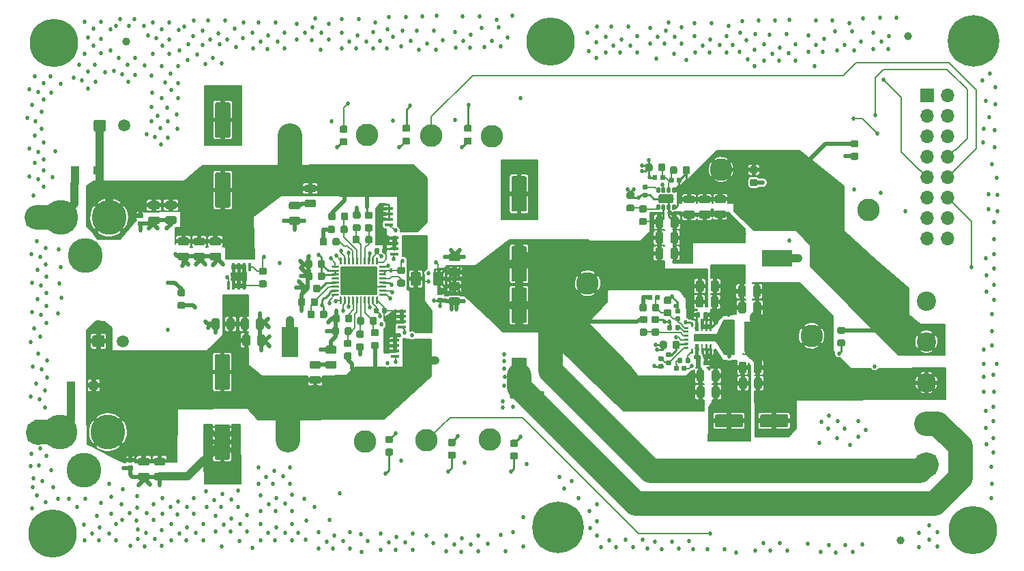
<source format=gbr>
G04 #@! TF.GenerationSoftware,KiCad,Pcbnew,(5.1.5)-3*
G04 #@! TF.CreationDate,2020-07-03T00:09:44-07:00*
G04 #@! TF.ProjectId,Pufferfish-Power-1,50756666-6572-4666-9973-682d506f7765,v0.1*
G04 #@! TF.SameCoordinates,Original*
G04 #@! TF.FileFunction,Copper,L1,Top*
G04 #@! TF.FilePolarity,Positive*
%FSLAX46Y46*%
G04 Gerber Fmt 4.6, Leading zero omitted, Abs format (unit mm)*
G04 Created by KiCad (PCBNEW (5.1.5)-3) date 2020-07-03 00:09:44*
%MOMM*%
%LPD*%
G04 APERTURE LIST*
%ADD10C,0.100000*%
%ADD11R,1.000000X3.800000*%
%ADD12R,2.400000X2.400000*%
%ADD13C,2.400000*%
%ADD14O,1.700000X1.700000*%
%ADD15R,1.700000X1.700000*%
%ADD16C,2.800000*%
%ADD17C,1.500000*%
%ADD18C,0.800000*%
%ADD19C,6.000000*%
%ADD20C,6.400000*%
%ADD21R,1.100000X1.100000*%
%ADD22R,2.030000X3.800000*%
%ADD23R,3.800000X2.030000*%
%ADD24R,0.405000X0.990000*%
%ADD25C,0.500000*%
%ADD26C,4.318000*%
%ADD27C,1.000000*%
%ADD28R,0.990000X0.405000*%
%ADD29C,0.520700*%
%ADD30C,0.203200*%
%ADD31C,0.254000*%
%ADD32C,0.508000*%
%ADD33C,1.016000*%
%ADD34C,3.048000*%
%ADD35C,0.250000*%
%ADD36C,0.200000*%
%ADD37C,0.127000*%
G04 APERTURE END LIST*
G04 #@! TA.AperFunction,SMDPad,CuDef*
D10*
G36*
X135992026Y-99903101D02*
G01*
X135998093Y-99904001D01*
X136004043Y-99905491D01*
X136009818Y-99907558D01*
X136015362Y-99910180D01*
X136020623Y-99913333D01*
X136025550Y-99916987D01*
X136030094Y-99921106D01*
X136034213Y-99925650D01*
X136037867Y-99930577D01*
X136041020Y-99935838D01*
X136043642Y-99941382D01*
X136045709Y-99947157D01*
X136047199Y-99953107D01*
X136048099Y-99959174D01*
X136048400Y-99965300D01*
X136048400Y-100090300D01*
X136048099Y-100096426D01*
X136047199Y-100102493D01*
X136045709Y-100108443D01*
X136043642Y-100114218D01*
X136041020Y-100119762D01*
X136037867Y-100125023D01*
X136034213Y-100129950D01*
X136030094Y-100134494D01*
X136025550Y-100138613D01*
X136020623Y-100142267D01*
X136015362Y-100145420D01*
X136009818Y-100148042D01*
X136004043Y-100150109D01*
X135998093Y-100151599D01*
X135992026Y-100152499D01*
X135985900Y-100152800D01*
X135235900Y-100152800D01*
X135229774Y-100152499D01*
X135223707Y-100151599D01*
X135217757Y-100150109D01*
X135211982Y-100148042D01*
X135206438Y-100145420D01*
X135201177Y-100142267D01*
X135196250Y-100138613D01*
X135191706Y-100134494D01*
X135187587Y-100129950D01*
X135183933Y-100125023D01*
X135180780Y-100119762D01*
X135178158Y-100114218D01*
X135176091Y-100108443D01*
X135174601Y-100102493D01*
X135173701Y-100096426D01*
X135173400Y-100090300D01*
X135173400Y-99965300D01*
X135173701Y-99959174D01*
X135174601Y-99953107D01*
X135176091Y-99947157D01*
X135178158Y-99941382D01*
X135180780Y-99935838D01*
X135183933Y-99930577D01*
X135187587Y-99925650D01*
X135191706Y-99921106D01*
X135196250Y-99916987D01*
X135201177Y-99913333D01*
X135206438Y-99910180D01*
X135211982Y-99907558D01*
X135217757Y-99905491D01*
X135223707Y-99904001D01*
X135229774Y-99903101D01*
X135235900Y-99902800D01*
X135985900Y-99902800D01*
X135992026Y-99903101D01*
G37*
G04 #@! TD.AperFunction*
G04 #@! TA.AperFunction,SMDPad,CuDef*
G36*
X135992026Y-100403101D02*
G01*
X135998093Y-100404001D01*
X136004043Y-100405491D01*
X136009818Y-100407558D01*
X136015362Y-100410180D01*
X136020623Y-100413333D01*
X136025550Y-100416987D01*
X136030094Y-100421106D01*
X136034213Y-100425650D01*
X136037867Y-100430577D01*
X136041020Y-100435838D01*
X136043642Y-100441382D01*
X136045709Y-100447157D01*
X136047199Y-100453107D01*
X136048099Y-100459174D01*
X136048400Y-100465300D01*
X136048400Y-100590300D01*
X136048099Y-100596426D01*
X136047199Y-100602493D01*
X136045709Y-100608443D01*
X136043642Y-100614218D01*
X136041020Y-100619762D01*
X136037867Y-100625023D01*
X136034213Y-100629950D01*
X136030094Y-100634494D01*
X136025550Y-100638613D01*
X136020623Y-100642267D01*
X136015362Y-100645420D01*
X136009818Y-100648042D01*
X136004043Y-100650109D01*
X135998093Y-100651599D01*
X135992026Y-100652499D01*
X135985900Y-100652800D01*
X135235900Y-100652800D01*
X135229774Y-100652499D01*
X135223707Y-100651599D01*
X135217757Y-100650109D01*
X135211982Y-100648042D01*
X135206438Y-100645420D01*
X135201177Y-100642267D01*
X135196250Y-100638613D01*
X135191706Y-100634494D01*
X135187587Y-100629950D01*
X135183933Y-100625023D01*
X135180780Y-100619762D01*
X135178158Y-100614218D01*
X135176091Y-100608443D01*
X135174601Y-100602493D01*
X135173701Y-100596426D01*
X135173400Y-100590300D01*
X135173400Y-100465300D01*
X135173701Y-100459174D01*
X135174601Y-100453107D01*
X135176091Y-100447157D01*
X135178158Y-100441382D01*
X135180780Y-100435838D01*
X135183933Y-100430577D01*
X135187587Y-100425650D01*
X135191706Y-100421106D01*
X135196250Y-100416987D01*
X135201177Y-100413333D01*
X135206438Y-100410180D01*
X135211982Y-100407558D01*
X135217757Y-100405491D01*
X135223707Y-100404001D01*
X135229774Y-100403101D01*
X135235900Y-100402800D01*
X135985900Y-100402800D01*
X135992026Y-100403101D01*
G37*
G04 #@! TD.AperFunction*
G04 #@! TA.AperFunction,SMDPad,CuDef*
G36*
X135992026Y-100903101D02*
G01*
X135998093Y-100904001D01*
X136004043Y-100905491D01*
X136009818Y-100907558D01*
X136015362Y-100910180D01*
X136020623Y-100913333D01*
X136025550Y-100916987D01*
X136030094Y-100921106D01*
X136034213Y-100925650D01*
X136037867Y-100930577D01*
X136041020Y-100935838D01*
X136043642Y-100941382D01*
X136045709Y-100947157D01*
X136047199Y-100953107D01*
X136048099Y-100959174D01*
X136048400Y-100965300D01*
X136048400Y-101090300D01*
X136048099Y-101096426D01*
X136047199Y-101102493D01*
X136045709Y-101108443D01*
X136043642Y-101114218D01*
X136041020Y-101119762D01*
X136037867Y-101125023D01*
X136034213Y-101129950D01*
X136030094Y-101134494D01*
X136025550Y-101138613D01*
X136020623Y-101142267D01*
X136015362Y-101145420D01*
X136009818Y-101148042D01*
X136004043Y-101150109D01*
X135998093Y-101151599D01*
X135992026Y-101152499D01*
X135985900Y-101152800D01*
X135235900Y-101152800D01*
X135229774Y-101152499D01*
X135223707Y-101151599D01*
X135217757Y-101150109D01*
X135211982Y-101148042D01*
X135206438Y-101145420D01*
X135201177Y-101142267D01*
X135196250Y-101138613D01*
X135191706Y-101134494D01*
X135187587Y-101129950D01*
X135183933Y-101125023D01*
X135180780Y-101119762D01*
X135178158Y-101114218D01*
X135176091Y-101108443D01*
X135174601Y-101102493D01*
X135173701Y-101096426D01*
X135173400Y-101090300D01*
X135173400Y-100965300D01*
X135173701Y-100959174D01*
X135174601Y-100953107D01*
X135176091Y-100947157D01*
X135178158Y-100941382D01*
X135180780Y-100935838D01*
X135183933Y-100930577D01*
X135187587Y-100925650D01*
X135191706Y-100921106D01*
X135196250Y-100916987D01*
X135201177Y-100913333D01*
X135206438Y-100910180D01*
X135211982Y-100907558D01*
X135217757Y-100905491D01*
X135223707Y-100904001D01*
X135229774Y-100903101D01*
X135235900Y-100902800D01*
X135985900Y-100902800D01*
X135992026Y-100903101D01*
G37*
G04 #@! TD.AperFunction*
G04 #@! TA.AperFunction,SMDPad,CuDef*
G36*
X135992026Y-101403101D02*
G01*
X135998093Y-101404001D01*
X136004043Y-101405491D01*
X136009818Y-101407558D01*
X136015362Y-101410180D01*
X136020623Y-101413333D01*
X136025550Y-101416987D01*
X136030094Y-101421106D01*
X136034213Y-101425650D01*
X136037867Y-101430577D01*
X136041020Y-101435838D01*
X136043642Y-101441382D01*
X136045709Y-101447157D01*
X136047199Y-101453107D01*
X136048099Y-101459174D01*
X136048400Y-101465300D01*
X136048400Y-101590300D01*
X136048099Y-101596426D01*
X136047199Y-101602493D01*
X136045709Y-101608443D01*
X136043642Y-101614218D01*
X136041020Y-101619762D01*
X136037867Y-101625023D01*
X136034213Y-101629950D01*
X136030094Y-101634494D01*
X136025550Y-101638613D01*
X136020623Y-101642267D01*
X136015362Y-101645420D01*
X136009818Y-101648042D01*
X136004043Y-101650109D01*
X135998093Y-101651599D01*
X135992026Y-101652499D01*
X135985900Y-101652800D01*
X135235900Y-101652800D01*
X135229774Y-101652499D01*
X135223707Y-101651599D01*
X135217757Y-101650109D01*
X135211982Y-101648042D01*
X135206438Y-101645420D01*
X135201177Y-101642267D01*
X135196250Y-101638613D01*
X135191706Y-101634494D01*
X135187587Y-101629950D01*
X135183933Y-101625023D01*
X135180780Y-101619762D01*
X135178158Y-101614218D01*
X135176091Y-101608443D01*
X135174601Y-101602493D01*
X135173701Y-101596426D01*
X135173400Y-101590300D01*
X135173400Y-101465300D01*
X135173701Y-101459174D01*
X135174601Y-101453107D01*
X135176091Y-101447157D01*
X135178158Y-101441382D01*
X135180780Y-101435838D01*
X135183933Y-101430577D01*
X135187587Y-101425650D01*
X135191706Y-101421106D01*
X135196250Y-101416987D01*
X135201177Y-101413333D01*
X135206438Y-101410180D01*
X135211982Y-101407558D01*
X135217757Y-101405491D01*
X135223707Y-101404001D01*
X135229774Y-101403101D01*
X135235900Y-101402800D01*
X135985900Y-101402800D01*
X135992026Y-101403101D01*
G37*
G04 #@! TD.AperFunction*
G04 #@! TA.AperFunction,SMDPad,CuDef*
G36*
X135992026Y-101903101D02*
G01*
X135998093Y-101904001D01*
X136004043Y-101905491D01*
X136009818Y-101907558D01*
X136015362Y-101910180D01*
X136020623Y-101913333D01*
X136025550Y-101916987D01*
X136030094Y-101921106D01*
X136034213Y-101925650D01*
X136037867Y-101930577D01*
X136041020Y-101935838D01*
X136043642Y-101941382D01*
X136045709Y-101947157D01*
X136047199Y-101953107D01*
X136048099Y-101959174D01*
X136048400Y-101965300D01*
X136048400Y-102090300D01*
X136048099Y-102096426D01*
X136047199Y-102102493D01*
X136045709Y-102108443D01*
X136043642Y-102114218D01*
X136041020Y-102119762D01*
X136037867Y-102125023D01*
X136034213Y-102129950D01*
X136030094Y-102134494D01*
X136025550Y-102138613D01*
X136020623Y-102142267D01*
X136015362Y-102145420D01*
X136009818Y-102148042D01*
X136004043Y-102150109D01*
X135998093Y-102151599D01*
X135992026Y-102152499D01*
X135985900Y-102152800D01*
X135235900Y-102152800D01*
X135229774Y-102152499D01*
X135223707Y-102151599D01*
X135217757Y-102150109D01*
X135211982Y-102148042D01*
X135206438Y-102145420D01*
X135201177Y-102142267D01*
X135196250Y-102138613D01*
X135191706Y-102134494D01*
X135187587Y-102129950D01*
X135183933Y-102125023D01*
X135180780Y-102119762D01*
X135178158Y-102114218D01*
X135176091Y-102108443D01*
X135174601Y-102102493D01*
X135173701Y-102096426D01*
X135173400Y-102090300D01*
X135173400Y-101965300D01*
X135173701Y-101959174D01*
X135174601Y-101953107D01*
X135176091Y-101947157D01*
X135178158Y-101941382D01*
X135180780Y-101935838D01*
X135183933Y-101930577D01*
X135187587Y-101925650D01*
X135191706Y-101921106D01*
X135196250Y-101916987D01*
X135201177Y-101913333D01*
X135206438Y-101910180D01*
X135211982Y-101907558D01*
X135217757Y-101905491D01*
X135223707Y-101904001D01*
X135229774Y-101903101D01*
X135235900Y-101902800D01*
X135985900Y-101902800D01*
X135992026Y-101903101D01*
G37*
G04 #@! TD.AperFunction*
G04 #@! TA.AperFunction,SMDPad,CuDef*
G36*
X135992026Y-102403101D02*
G01*
X135998093Y-102404001D01*
X136004043Y-102405491D01*
X136009818Y-102407558D01*
X136015362Y-102410180D01*
X136020623Y-102413333D01*
X136025550Y-102416987D01*
X136030094Y-102421106D01*
X136034213Y-102425650D01*
X136037867Y-102430577D01*
X136041020Y-102435838D01*
X136043642Y-102441382D01*
X136045709Y-102447157D01*
X136047199Y-102453107D01*
X136048099Y-102459174D01*
X136048400Y-102465300D01*
X136048400Y-102590300D01*
X136048099Y-102596426D01*
X136047199Y-102602493D01*
X136045709Y-102608443D01*
X136043642Y-102614218D01*
X136041020Y-102619762D01*
X136037867Y-102625023D01*
X136034213Y-102629950D01*
X136030094Y-102634494D01*
X136025550Y-102638613D01*
X136020623Y-102642267D01*
X136015362Y-102645420D01*
X136009818Y-102648042D01*
X136004043Y-102650109D01*
X135998093Y-102651599D01*
X135992026Y-102652499D01*
X135985900Y-102652800D01*
X135235900Y-102652800D01*
X135229774Y-102652499D01*
X135223707Y-102651599D01*
X135217757Y-102650109D01*
X135211982Y-102648042D01*
X135206438Y-102645420D01*
X135201177Y-102642267D01*
X135196250Y-102638613D01*
X135191706Y-102634494D01*
X135187587Y-102629950D01*
X135183933Y-102625023D01*
X135180780Y-102619762D01*
X135178158Y-102614218D01*
X135176091Y-102608443D01*
X135174601Y-102602493D01*
X135173701Y-102596426D01*
X135173400Y-102590300D01*
X135173400Y-102465300D01*
X135173701Y-102459174D01*
X135174601Y-102453107D01*
X135176091Y-102447157D01*
X135178158Y-102441382D01*
X135180780Y-102435838D01*
X135183933Y-102430577D01*
X135187587Y-102425650D01*
X135191706Y-102421106D01*
X135196250Y-102416987D01*
X135201177Y-102413333D01*
X135206438Y-102410180D01*
X135211982Y-102407558D01*
X135217757Y-102405491D01*
X135223707Y-102404001D01*
X135229774Y-102403101D01*
X135235900Y-102402800D01*
X135985900Y-102402800D01*
X135992026Y-102403101D01*
G37*
G04 #@! TD.AperFunction*
G04 #@! TA.AperFunction,SMDPad,CuDef*
G36*
X135992026Y-102903101D02*
G01*
X135998093Y-102904001D01*
X136004043Y-102905491D01*
X136009818Y-102907558D01*
X136015362Y-102910180D01*
X136020623Y-102913333D01*
X136025550Y-102916987D01*
X136030094Y-102921106D01*
X136034213Y-102925650D01*
X136037867Y-102930577D01*
X136041020Y-102935838D01*
X136043642Y-102941382D01*
X136045709Y-102947157D01*
X136047199Y-102953107D01*
X136048099Y-102959174D01*
X136048400Y-102965300D01*
X136048400Y-103090300D01*
X136048099Y-103096426D01*
X136047199Y-103102493D01*
X136045709Y-103108443D01*
X136043642Y-103114218D01*
X136041020Y-103119762D01*
X136037867Y-103125023D01*
X136034213Y-103129950D01*
X136030094Y-103134494D01*
X136025550Y-103138613D01*
X136020623Y-103142267D01*
X136015362Y-103145420D01*
X136009818Y-103148042D01*
X136004043Y-103150109D01*
X135998093Y-103151599D01*
X135992026Y-103152499D01*
X135985900Y-103152800D01*
X135235900Y-103152800D01*
X135229774Y-103152499D01*
X135223707Y-103151599D01*
X135217757Y-103150109D01*
X135211982Y-103148042D01*
X135206438Y-103145420D01*
X135201177Y-103142267D01*
X135196250Y-103138613D01*
X135191706Y-103134494D01*
X135187587Y-103129950D01*
X135183933Y-103125023D01*
X135180780Y-103119762D01*
X135178158Y-103114218D01*
X135176091Y-103108443D01*
X135174601Y-103102493D01*
X135173701Y-103096426D01*
X135173400Y-103090300D01*
X135173400Y-102965300D01*
X135173701Y-102959174D01*
X135174601Y-102953107D01*
X135176091Y-102947157D01*
X135178158Y-102941382D01*
X135180780Y-102935838D01*
X135183933Y-102930577D01*
X135187587Y-102925650D01*
X135191706Y-102921106D01*
X135196250Y-102916987D01*
X135201177Y-102913333D01*
X135206438Y-102910180D01*
X135211982Y-102907558D01*
X135217757Y-102905491D01*
X135223707Y-102904001D01*
X135229774Y-102903101D01*
X135235900Y-102902800D01*
X135985900Y-102902800D01*
X135992026Y-102903101D01*
G37*
G04 #@! TD.AperFunction*
G04 #@! TA.AperFunction,SMDPad,CuDef*
G36*
X135992026Y-103403101D02*
G01*
X135998093Y-103404001D01*
X136004043Y-103405491D01*
X136009818Y-103407558D01*
X136015362Y-103410180D01*
X136020623Y-103413333D01*
X136025550Y-103416987D01*
X136030094Y-103421106D01*
X136034213Y-103425650D01*
X136037867Y-103430577D01*
X136041020Y-103435838D01*
X136043642Y-103441382D01*
X136045709Y-103447157D01*
X136047199Y-103453107D01*
X136048099Y-103459174D01*
X136048400Y-103465300D01*
X136048400Y-103590300D01*
X136048099Y-103596426D01*
X136047199Y-103602493D01*
X136045709Y-103608443D01*
X136043642Y-103614218D01*
X136041020Y-103619762D01*
X136037867Y-103625023D01*
X136034213Y-103629950D01*
X136030094Y-103634494D01*
X136025550Y-103638613D01*
X136020623Y-103642267D01*
X136015362Y-103645420D01*
X136009818Y-103648042D01*
X136004043Y-103650109D01*
X135998093Y-103651599D01*
X135992026Y-103652499D01*
X135985900Y-103652800D01*
X135235900Y-103652800D01*
X135229774Y-103652499D01*
X135223707Y-103651599D01*
X135217757Y-103650109D01*
X135211982Y-103648042D01*
X135206438Y-103645420D01*
X135201177Y-103642267D01*
X135196250Y-103638613D01*
X135191706Y-103634494D01*
X135187587Y-103629950D01*
X135183933Y-103625023D01*
X135180780Y-103619762D01*
X135178158Y-103614218D01*
X135176091Y-103608443D01*
X135174601Y-103602493D01*
X135173701Y-103596426D01*
X135173400Y-103590300D01*
X135173400Y-103465300D01*
X135173701Y-103459174D01*
X135174601Y-103453107D01*
X135176091Y-103447157D01*
X135178158Y-103441382D01*
X135180780Y-103435838D01*
X135183933Y-103430577D01*
X135187587Y-103425650D01*
X135191706Y-103421106D01*
X135196250Y-103416987D01*
X135201177Y-103413333D01*
X135206438Y-103410180D01*
X135211982Y-103407558D01*
X135217757Y-103405491D01*
X135223707Y-103404001D01*
X135229774Y-103403101D01*
X135235900Y-103402800D01*
X135985900Y-103402800D01*
X135992026Y-103403101D01*
G37*
G04 #@! TD.AperFunction*
G04 #@! TA.AperFunction,SMDPad,CuDef*
G36*
X134992026Y-103778101D02*
G01*
X134998093Y-103779001D01*
X135004043Y-103780491D01*
X135009818Y-103782558D01*
X135015362Y-103785180D01*
X135020623Y-103788333D01*
X135025550Y-103791987D01*
X135030094Y-103796106D01*
X135034213Y-103800650D01*
X135037867Y-103805577D01*
X135041020Y-103810838D01*
X135043642Y-103816382D01*
X135045709Y-103822157D01*
X135047199Y-103828107D01*
X135048099Y-103834174D01*
X135048400Y-103840300D01*
X135048400Y-104590300D01*
X135048099Y-104596426D01*
X135047199Y-104602493D01*
X135045709Y-104608443D01*
X135043642Y-104614218D01*
X135041020Y-104619762D01*
X135037867Y-104625023D01*
X135034213Y-104629950D01*
X135030094Y-104634494D01*
X135025550Y-104638613D01*
X135020623Y-104642267D01*
X135015362Y-104645420D01*
X135009818Y-104648042D01*
X135004043Y-104650109D01*
X134998093Y-104651599D01*
X134992026Y-104652499D01*
X134985900Y-104652800D01*
X134860900Y-104652800D01*
X134854774Y-104652499D01*
X134848707Y-104651599D01*
X134842757Y-104650109D01*
X134836982Y-104648042D01*
X134831438Y-104645420D01*
X134826177Y-104642267D01*
X134821250Y-104638613D01*
X134816706Y-104634494D01*
X134812587Y-104629950D01*
X134808933Y-104625023D01*
X134805780Y-104619762D01*
X134803158Y-104614218D01*
X134801091Y-104608443D01*
X134799601Y-104602493D01*
X134798701Y-104596426D01*
X134798400Y-104590300D01*
X134798400Y-103840300D01*
X134798701Y-103834174D01*
X134799601Y-103828107D01*
X134801091Y-103822157D01*
X134803158Y-103816382D01*
X134805780Y-103810838D01*
X134808933Y-103805577D01*
X134812587Y-103800650D01*
X134816706Y-103796106D01*
X134821250Y-103791987D01*
X134826177Y-103788333D01*
X134831438Y-103785180D01*
X134836982Y-103782558D01*
X134842757Y-103780491D01*
X134848707Y-103779001D01*
X134854774Y-103778101D01*
X134860900Y-103777800D01*
X134985900Y-103777800D01*
X134992026Y-103778101D01*
G37*
G04 #@! TD.AperFunction*
G04 #@! TA.AperFunction,SMDPad,CuDef*
G36*
X134492026Y-103778101D02*
G01*
X134498093Y-103779001D01*
X134504043Y-103780491D01*
X134509818Y-103782558D01*
X134515362Y-103785180D01*
X134520623Y-103788333D01*
X134525550Y-103791987D01*
X134530094Y-103796106D01*
X134534213Y-103800650D01*
X134537867Y-103805577D01*
X134541020Y-103810838D01*
X134543642Y-103816382D01*
X134545709Y-103822157D01*
X134547199Y-103828107D01*
X134548099Y-103834174D01*
X134548400Y-103840300D01*
X134548400Y-104590300D01*
X134548099Y-104596426D01*
X134547199Y-104602493D01*
X134545709Y-104608443D01*
X134543642Y-104614218D01*
X134541020Y-104619762D01*
X134537867Y-104625023D01*
X134534213Y-104629950D01*
X134530094Y-104634494D01*
X134525550Y-104638613D01*
X134520623Y-104642267D01*
X134515362Y-104645420D01*
X134509818Y-104648042D01*
X134504043Y-104650109D01*
X134498093Y-104651599D01*
X134492026Y-104652499D01*
X134485900Y-104652800D01*
X134360900Y-104652800D01*
X134354774Y-104652499D01*
X134348707Y-104651599D01*
X134342757Y-104650109D01*
X134336982Y-104648042D01*
X134331438Y-104645420D01*
X134326177Y-104642267D01*
X134321250Y-104638613D01*
X134316706Y-104634494D01*
X134312587Y-104629950D01*
X134308933Y-104625023D01*
X134305780Y-104619762D01*
X134303158Y-104614218D01*
X134301091Y-104608443D01*
X134299601Y-104602493D01*
X134298701Y-104596426D01*
X134298400Y-104590300D01*
X134298400Y-103840300D01*
X134298701Y-103834174D01*
X134299601Y-103828107D01*
X134301091Y-103822157D01*
X134303158Y-103816382D01*
X134305780Y-103810838D01*
X134308933Y-103805577D01*
X134312587Y-103800650D01*
X134316706Y-103796106D01*
X134321250Y-103791987D01*
X134326177Y-103788333D01*
X134331438Y-103785180D01*
X134336982Y-103782558D01*
X134342757Y-103780491D01*
X134348707Y-103779001D01*
X134354774Y-103778101D01*
X134360900Y-103777800D01*
X134485900Y-103777800D01*
X134492026Y-103778101D01*
G37*
G04 #@! TD.AperFunction*
G04 #@! TA.AperFunction,SMDPad,CuDef*
G36*
X133992026Y-103778101D02*
G01*
X133998093Y-103779001D01*
X134004043Y-103780491D01*
X134009818Y-103782558D01*
X134015362Y-103785180D01*
X134020623Y-103788333D01*
X134025550Y-103791987D01*
X134030094Y-103796106D01*
X134034213Y-103800650D01*
X134037867Y-103805577D01*
X134041020Y-103810838D01*
X134043642Y-103816382D01*
X134045709Y-103822157D01*
X134047199Y-103828107D01*
X134048099Y-103834174D01*
X134048400Y-103840300D01*
X134048400Y-104590300D01*
X134048099Y-104596426D01*
X134047199Y-104602493D01*
X134045709Y-104608443D01*
X134043642Y-104614218D01*
X134041020Y-104619762D01*
X134037867Y-104625023D01*
X134034213Y-104629950D01*
X134030094Y-104634494D01*
X134025550Y-104638613D01*
X134020623Y-104642267D01*
X134015362Y-104645420D01*
X134009818Y-104648042D01*
X134004043Y-104650109D01*
X133998093Y-104651599D01*
X133992026Y-104652499D01*
X133985900Y-104652800D01*
X133860900Y-104652800D01*
X133854774Y-104652499D01*
X133848707Y-104651599D01*
X133842757Y-104650109D01*
X133836982Y-104648042D01*
X133831438Y-104645420D01*
X133826177Y-104642267D01*
X133821250Y-104638613D01*
X133816706Y-104634494D01*
X133812587Y-104629950D01*
X133808933Y-104625023D01*
X133805780Y-104619762D01*
X133803158Y-104614218D01*
X133801091Y-104608443D01*
X133799601Y-104602493D01*
X133798701Y-104596426D01*
X133798400Y-104590300D01*
X133798400Y-103840300D01*
X133798701Y-103834174D01*
X133799601Y-103828107D01*
X133801091Y-103822157D01*
X133803158Y-103816382D01*
X133805780Y-103810838D01*
X133808933Y-103805577D01*
X133812587Y-103800650D01*
X133816706Y-103796106D01*
X133821250Y-103791987D01*
X133826177Y-103788333D01*
X133831438Y-103785180D01*
X133836982Y-103782558D01*
X133842757Y-103780491D01*
X133848707Y-103779001D01*
X133854774Y-103778101D01*
X133860900Y-103777800D01*
X133985900Y-103777800D01*
X133992026Y-103778101D01*
G37*
G04 #@! TD.AperFunction*
G04 #@! TA.AperFunction,SMDPad,CuDef*
G36*
X133492026Y-103778101D02*
G01*
X133498093Y-103779001D01*
X133504043Y-103780491D01*
X133509818Y-103782558D01*
X133515362Y-103785180D01*
X133520623Y-103788333D01*
X133525550Y-103791987D01*
X133530094Y-103796106D01*
X133534213Y-103800650D01*
X133537867Y-103805577D01*
X133541020Y-103810838D01*
X133543642Y-103816382D01*
X133545709Y-103822157D01*
X133547199Y-103828107D01*
X133548099Y-103834174D01*
X133548400Y-103840300D01*
X133548400Y-104590300D01*
X133548099Y-104596426D01*
X133547199Y-104602493D01*
X133545709Y-104608443D01*
X133543642Y-104614218D01*
X133541020Y-104619762D01*
X133537867Y-104625023D01*
X133534213Y-104629950D01*
X133530094Y-104634494D01*
X133525550Y-104638613D01*
X133520623Y-104642267D01*
X133515362Y-104645420D01*
X133509818Y-104648042D01*
X133504043Y-104650109D01*
X133498093Y-104651599D01*
X133492026Y-104652499D01*
X133485900Y-104652800D01*
X133360900Y-104652800D01*
X133354774Y-104652499D01*
X133348707Y-104651599D01*
X133342757Y-104650109D01*
X133336982Y-104648042D01*
X133331438Y-104645420D01*
X133326177Y-104642267D01*
X133321250Y-104638613D01*
X133316706Y-104634494D01*
X133312587Y-104629950D01*
X133308933Y-104625023D01*
X133305780Y-104619762D01*
X133303158Y-104614218D01*
X133301091Y-104608443D01*
X133299601Y-104602493D01*
X133298701Y-104596426D01*
X133298400Y-104590300D01*
X133298400Y-103840300D01*
X133298701Y-103834174D01*
X133299601Y-103828107D01*
X133301091Y-103822157D01*
X133303158Y-103816382D01*
X133305780Y-103810838D01*
X133308933Y-103805577D01*
X133312587Y-103800650D01*
X133316706Y-103796106D01*
X133321250Y-103791987D01*
X133326177Y-103788333D01*
X133331438Y-103785180D01*
X133336982Y-103782558D01*
X133342757Y-103780491D01*
X133348707Y-103779001D01*
X133354774Y-103778101D01*
X133360900Y-103777800D01*
X133485900Y-103777800D01*
X133492026Y-103778101D01*
G37*
G04 #@! TD.AperFunction*
G04 #@! TA.AperFunction,SMDPad,CuDef*
G36*
X132992026Y-103778101D02*
G01*
X132998093Y-103779001D01*
X133004043Y-103780491D01*
X133009818Y-103782558D01*
X133015362Y-103785180D01*
X133020623Y-103788333D01*
X133025550Y-103791987D01*
X133030094Y-103796106D01*
X133034213Y-103800650D01*
X133037867Y-103805577D01*
X133041020Y-103810838D01*
X133043642Y-103816382D01*
X133045709Y-103822157D01*
X133047199Y-103828107D01*
X133048099Y-103834174D01*
X133048400Y-103840300D01*
X133048400Y-104590300D01*
X133048099Y-104596426D01*
X133047199Y-104602493D01*
X133045709Y-104608443D01*
X133043642Y-104614218D01*
X133041020Y-104619762D01*
X133037867Y-104625023D01*
X133034213Y-104629950D01*
X133030094Y-104634494D01*
X133025550Y-104638613D01*
X133020623Y-104642267D01*
X133015362Y-104645420D01*
X133009818Y-104648042D01*
X133004043Y-104650109D01*
X132998093Y-104651599D01*
X132992026Y-104652499D01*
X132985900Y-104652800D01*
X132860900Y-104652800D01*
X132854774Y-104652499D01*
X132848707Y-104651599D01*
X132842757Y-104650109D01*
X132836982Y-104648042D01*
X132831438Y-104645420D01*
X132826177Y-104642267D01*
X132821250Y-104638613D01*
X132816706Y-104634494D01*
X132812587Y-104629950D01*
X132808933Y-104625023D01*
X132805780Y-104619762D01*
X132803158Y-104614218D01*
X132801091Y-104608443D01*
X132799601Y-104602493D01*
X132798701Y-104596426D01*
X132798400Y-104590300D01*
X132798400Y-103840300D01*
X132798701Y-103834174D01*
X132799601Y-103828107D01*
X132801091Y-103822157D01*
X132803158Y-103816382D01*
X132805780Y-103810838D01*
X132808933Y-103805577D01*
X132812587Y-103800650D01*
X132816706Y-103796106D01*
X132821250Y-103791987D01*
X132826177Y-103788333D01*
X132831438Y-103785180D01*
X132836982Y-103782558D01*
X132842757Y-103780491D01*
X132848707Y-103779001D01*
X132854774Y-103778101D01*
X132860900Y-103777800D01*
X132985900Y-103777800D01*
X132992026Y-103778101D01*
G37*
G04 #@! TD.AperFunction*
G04 #@! TA.AperFunction,SMDPad,CuDef*
G36*
X132492026Y-103778101D02*
G01*
X132498093Y-103779001D01*
X132504043Y-103780491D01*
X132509818Y-103782558D01*
X132515362Y-103785180D01*
X132520623Y-103788333D01*
X132525550Y-103791987D01*
X132530094Y-103796106D01*
X132534213Y-103800650D01*
X132537867Y-103805577D01*
X132541020Y-103810838D01*
X132543642Y-103816382D01*
X132545709Y-103822157D01*
X132547199Y-103828107D01*
X132548099Y-103834174D01*
X132548400Y-103840300D01*
X132548400Y-104590300D01*
X132548099Y-104596426D01*
X132547199Y-104602493D01*
X132545709Y-104608443D01*
X132543642Y-104614218D01*
X132541020Y-104619762D01*
X132537867Y-104625023D01*
X132534213Y-104629950D01*
X132530094Y-104634494D01*
X132525550Y-104638613D01*
X132520623Y-104642267D01*
X132515362Y-104645420D01*
X132509818Y-104648042D01*
X132504043Y-104650109D01*
X132498093Y-104651599D01*
X132492026Y-104652499D01*
X132485900Y-104652800D01*
X132360900Y-104652800D01*
X132354774Y-104652499D01*
X132348707Y-104651599D01*
X132342757Y-104650109D01*
X132336982Y-104648042D01*
X132331438Y-104645420D01*
X132326177Y-104642267D01*
X132321250Y-104638613D01*
X132316706Y-104634494D01*
X132312587Y-104629950D01*
X132308933Y-104625023D01*
X132305780Y-104619762D01*
X132303158Y-104614218D01*
X132301091Y-104608443D01*
X132299601Y-104602493D01*
X132298701Y-104596426D01*
X132298400Y-104590300D01*
X132298400Y-103840300D01*
X132298701Y-103834174D01*
X132299601Y-103828107D01*
X132301091Y-103822157D01*
X132303158Y-103816382D01*
X132305780Y-103810838D01*
X132308933Y-103805577D01*
X132312587Y-103800650D01*
X132316706Y-103796106D01*
X132321250Y-103791987D01*
X132326177Y-103788333D01*
X132331438Y-103785180D01*
X132336982Y-103782558D01*
X132342757Y-103780491D01*
X132348707Y-103779001D01*
X132354774Y-103778101D01*
X132360900Y-103777800D01*
X132485900Y-103777800D01*
X132492026Y-103778101D01*
G37*
G04 #@! TD.AperFunction*
G04 #@! TA.AperFunction,SMDPad,CuDef*
G36*
X131992026Y-103778101D02*
G01*
X131998093Y-103779001D01*
X132004043Y-103780491D01*
X132009818Y-103782558D01*
X132015362Y-103785180D01*
X132020623Y-103788333D01*
X132025550Y-103791987D01*
X132030094Y-103796106D01*
X132034213Y-103800650D01*
X132037867Y-103805577D01*
X132041020Y-103810838D01*
X132043642Y-103816382D01*
X132045709Y-103822157D01*
X132047199Y-103828107D01*
X132048099Y-103834174D01*
X132048400Y-103840300D01*
X132048400Y-104590300D01*
X132048099Y-104596426D01*
X132047199Y-104602493D01*
X132045709Y-104608443D01*
X132043642Y-104614218D01*
X132041020Y-104619762D01*
X132037867Y-104625023D01*
X132034213Y-104629950D01*
X132030094Y-104634494D01*
X132025550Y-104638613D01*
X132020623Y-104642267D01*
X132015362Y-104645420D01*
X132009818Y-104648042D01*
X132004043Y-104650109D01*
X131998093Y-104651599D01*
X131992026Y-104652499D01*
X131985900Y-104652800D01*
X131860900Y-104652800D01*
X131854774Y-104652499D01*
X131848707Y-104651599D01*
X131842757Y-104650109D01*
X131836982Y-104648042D01*
X131831438Y-104645420D01*
X131826177Y-104642267D01*
X131821250Y-104638613D01*
X131816706Y-104634494D01*
X131812587Y-104629950D01*
X131808933Y-104625023D01*
X131805780Y-104619762D01*
X131803158Y-104614218D01*
X131801091Y-104608443D01*
X131799601Y-104602493D01*
X131798701Y-104596426D01*
X131798400Y-104590300D01*
X131798400Y-103840300D01*
X131798701Y-103834174D01*
X131799601Y-103828107D01*
X131801091Y-103822157D01*
X131803158Y-103816382D01*
X131805780Y-103810838D01*
X131808933Y-103805577D01*
X131812587Y-103800650D01*
X131816706Y-103796106D01*
X131821250Y-103791987D01*
X131826177Y-103788333D01*
X131831438Y-103785180D01*
X131836982Y-103782558D01*
X131842757Y-103780491D01*
X131848707Y-103779001D01*
X131854774Y-103778101D01*
X131860900Y-103777800D01*
X131985900Y-103777800D01*
X131992026Y-103778101D01*
G37*
G04 #@! TD.AperFunction*
G04 #@! TA.AperFunction,SMDPad,CuDef*
G36*
X131492026Y-103778101D02*
G01*
X131498093Y-103779001D01*
X131504043Y-103780491D01*
X131509818Y-103782558D01*
X131515362Y-103785180D01*
X131520623Y-103788333D01*
X131525550Y-103791987D01*
X131530094Y-103796106D01*
X131534213Y-103800650D01*
X131537867Y-103805577D01*
X131541020Y-103810838D01*
X131543642Y-103816382D01*
X131545709Y-103822157D01*
X131547199Y-103828107D01*
X131548099Y-103834174D01*
X131548400Y-103840300D01*
X131548400Y-104590300D01*
X131548099Y-104596426D01*
X131547199Y-104602493D01*
X131545709Y-104608443D01*
X131543642Y-104614218D01*
X131541020Y-104619762D01*
X131537867Y-104625023D01*
X131534213Y-104629950D01*
X131530094Y-104634494D01*
X131525550Y-104638613D01*
X131520623Y-104642267D01*
X131515362Y-104645420D01*
X131509818Y-104648042D01*
X131504043Y-104650109D01*
X131498093Y-104651599D01*
X131492026Y-104652499D01*
X131485900Y-104652800D01*
X131360900Y-104652800D01*
X131354774Y-104652499D01*
X131348707Y-104651599D01*
X131342757Y-104650109D01*
X131336982Y-104648042D01*
X131331438Y-104645420D01*
X131326177Y-104642267D01*
X131321250Y-104638613D01*
X131316706Y-104634494D01*
X131312587Y-104629950D01*
X131308933Y-104625023D01*
X131305780Y-104619762D01*
X131303158Y-104614218D01*
X131301091Y-104608443D01*
X131299601Y-104602493D01*
X131298701Y-104596426D01*
X131298400Y-104590300D01*
X131298400Y-103840300D01*
X131298701Y-103834174D01*
X131299601Y-103828107D01*
X131301091Y-103822157D01*
X131303158Y-103816382D01*
X131305780Y-103810838D01*
X131308933Y-103805577D01*
X131312587Y-103800650D01*
X131316706Y-103796106D01*
X131321250Y-103791987D01*
X131326177Y-103788333D01*
X131331438Y-103785180D01*
X131336982Y-103782558D01*
X131342757Y-103780491D01*
X131348707Y-103779001D01*
X131354774Y-103778101D01*
X131360900Y-103777800D01*
X131485900Y-103777800D01*
X131492026Y-103778101D01*
G37*
G04 #@! TD.AperFunction*
G04 #@! TA.AperFunction,SMDPad,CuDef*
G36*
X130992026Y-103778101D02*
G01*
X130998093Y-103779001D01*
X131004043Y-103780491D01*
X131009818Y-103782558D01*
X131015362Y-103785180D01*
X131020623Y-103788333D01*
X131025550Y-103791987D01*
X131030094Y-103796106D01*
X131034213Y-103800650D01*
X131037867Y-103805577D01*
X131041020Y-103810838D01*
X131043642Y-103816382D01*
X131045709Y-103822157D01*
X131047199Y-103828107D01*
X131048099Y-103834174D01*
X131048400Y-103840300D01*
X131048400Y-104590300D01*
X131048099Y-104596426D01*
X131047199Y-104602493D01*
X131045709Y-104608443D01*
X131043642Y-104614218D01*
X131041020Y-104619762D01*
X131037867Y-104625023D01*
X131034213Y-104629950D01*
X131030094Y-104634494D01*
X131025550Y-104638613D01*
X131020623Y-104642267D01*
X131015362Y-104645420D01*
X131009818Y-104648042D01*
X131004043Y-104650109D01*
X130998093Y-104651599D01*
X130992026Y-104652499D01*
X130985900Y-104652800D01*
X130860900Y-104652800D01*
X130854774Y-104652499D01*
X130848707Y-104651599D01*
X130842757Y-104650109D01*
X130836982Y-104648042D01*
X130831438Y-104645420D01*
X130826177Y-104642267D01*
X130821250Y-104638613D01*
X130816706Y-104634494D01*
X130812587Y-104629950D01*
X130808933Y-104625023D01*
X130805780Y-104619762D01*
X130803158Y-104614218D01*
X130801091Y-104608443D01*
X130799601Y-104602493D01*
X130798701Y-104596426D01*
X130798400Y-104590300D01*
X130798400Y-103840300D01*
X130798701Y-103834174D01*
X130799601Y-103828107D01*
X130801091Y-103822157D01*
X130803158Y-103816382D01*
X130805780Y-103810838D01*
X130808933Y-103805577D01*
X130812587Y-103800650D01*
X130816706Y-103796106D01*
X130821250Y-103791987D01*
X130826177Y-103788333D01*
X130831438Y-103785180D01*
X130836982Y-103782558D01*
X130842757Y-103780491D01*
X130848707Y-103779001D01*
X130854774Y-103778101D01*
X130860900Y-103777800D01*
X130985900Y-103777800D01*
X130992026Y-103778101D01*
G37*
G04 #@! TD.AperFunction*
G04 #@! TA.AperFunction,SMDPad,CuDef*
G36*
X130492026Y-103778101D02*
G01*
X130498093Y-103779001D01*
X130504043Y-103780491D01*
X130509818Y-103782558D01*
X130515362Y-103785180D01*
X130520623Y-103788333D01*
X130525550Y-103791987D01*
X130530094Y-103796106D01*
X130534213Y-103800650D01*
X130537867Y-103805577D01*
X130541020Y-103810838D01*
X130543642Y-103816382D01*
X130545709Y-103822157D01*
X130547199Y-103828107D01*
X130548099Y-103834174D01*
X130548400Y-103840300D01*
X130548400Y-104590300D01*
X130548099Y-104596426D01*
X130547199Y-104602493D01*
X130545709Y-104608443D01*
X130543642Y-104614218D01*
X130541020Y-104619762D01*
X130537867Y-104625023D01*
X130534213Y-104629950D01*
X130530094Y-104634494D01*
X130525550Y-104638613D01*
X130520623Y-104642267D01*
X130515362Y-104645420D01*
X130509818Y-104648042D01*
X130504043Y-104650109D01*
X130498093Y-104651599D01*
X130492026Y-104652499D01*
X130485900Y-104652800D01*
X130360900Y-104652800D01*
X130354774Y-104652499D01*
X130348707Y-104651599D01*
X130342757Y-104650109D01*
X130336982Y-104648042D01*
X130331438Y-104645420D01*
X130326177Y-104642267D01*
X130321250Y-104638613D01*
X130316706Y-104634494D01*
X130312587Y-104629950D01*
X130308933Y-104625023D01*
X130305780Y-104619762D01*
X130303158Y-104614218D01*
X130301091Y-104608443D01*
X130299601Y-104602493D01*
X130298701Y-104596426D01*
X130298400Y-104590300D01*
X130298400Y-103840300D01*
X130298701Y-103834174D01*
X130299601Y-103828107D01*
X130301091Y-103822157D01*
X130303158Y-103816382D01*
X130305780Y-103810838D01*
X130308933Y-103805577D01*
X130312587Y-103800650D01*
X130316706Y-103796106D01*
X130321250Y-103791987D01*
X130326177Y-103788333D01*
X130331438Y-103785180D01*
X130336982Y-103782558D01*
X130342757Y-103780491D01*
X130348707Y-103779001D01*
X130354774Y-103778101D01*
X130360900Y-103777800D01*
X130485900Y-103777800D01*
X130492026Y-103778101D01*
G37*
G04 #@! TD.AperFunction*
G04 #@! TA.AperFunction,SMDPad,CuDef*
G36*
X130117026Y-103403101D02*
G01*
X130123093Y-103404001D01*
X130129043Y-103405491D01*
X130134818Y-103407558D01*
X130140362Y-103410180D01*
X130145623Y-103413333D01*
X130150550Y-103416987D01*
X130155094Y-103421106D01*
X130159213Y-103425650D01*
X130162867Y-103430577D01*
X130166020Y-103435838D01*
X130168642Y-103441382D01*
X130170709Y-103447157D01*
X130172199Y-103453107D01*
X130173099Y-103459174D01*
X130173400Y-103465300D01*
X130173400Y-103590300D01*
X130173099Y-103596426D01*
X130172199Y-103602493D01*
X130170709Y-103608443D01*
X130168642Y-103614218D01*
X130166020Y-103619762D01*
X130162867Y-103625023D01*
X130159213Y-103629950D01*
X130155094Y-103634494D01*
X130150550Y-103638613D01*
X130145623Y-103642267D01*
X130140362Y-103645420D01*
X130134818Y-103648042D01*
X130129043Y-103650109D01*
X130123093Y-103651599D01*
X130117026Y-103652499D01*
X130110900Y-103652800D01*
X129360900Y-103652800D01*
X129354774Y-103652499D01*
X129348707Y-103651599D01*
X129342757Y-103650109D01*
X129336982Y-103648042D01*
X129331438Y-103645420D01*
X129326177Y-103642267D01*
X129321250Y-103638613D01*
X129316706Y-103634494D01*
X129312587Y-103629950D01*
X129308933Y-103625023D01*
X129305780Y-103619762D01*
X129303158Y-103614218D01*
X129301091Y-103608443D01*
X129299601Y-103602493D01*
X129298701Y-103596426D01*
X129298400Y-103590300D01*
X129298400Y-103465300D01*
X129298701Y-103459174D01*
X129299601Y-103453107D01*
X129301091Y-103447157D01*
X129303158Y-103441382D01*
X129305780Y-103435838D01*
X129308933Y-103430577D01*
X129312587Y-103425650D01*
X129316706Y-103421106D01*
X129321250Y-103416987D01*
X129326177Y-103413333D01*
X129331438Y-103410180D01*
X129336982Y-103407558D01*
X129342757Y-103405491D01*
X129348707Y-103404001D01*
X129354774Y-103403101D01*
X129360900Y-103402800D01*
X130110900Y-103402800D01*
X130117026Y-103403101D01*
G37*
G04 #@! TD.AperFunction*
G04 #@! TA.AperFunction,SMDPad,CuDef*
G36*
X130117026Y-102903101D02*
G01*
X130123093Y-102904001D01*
X130129043Y-102905491D01*
X130134818Y-102907558D01*
X130140362Y-102910180D01*
X130145623Y-102913333D01*
X130150550Y-102916987D01*
X130155094Y-102921106D01*
X130159213Y-102925650D01*
X130162867Y-102930577D01*
X130166020Y-102935838D01*
X130168642Y-102941382D01*
X130170709Y-102947157D01*
X130172199Y-102953107D01*
X130173099Y-102959174D01*
X130173400Y-102965300D01*
X130173400Y-103090300D01*
X130173099Y-103096426D01*
X130172199Y-103102493D01*
X130170709Y-103108443D01*
X130168642Y-103114218D01*
X130166020Y-103119762D01*
X130162867Y-103125023D01*
X130159213Y-103129950D01*
X130155094Y-103134494D01*
X130150550Y-103138613D01*
X130145623Y-103142267D01*
X130140362Y-103145420D01*
X130134818Y-103148042D01*
X130129043Y-103150109D01*
X130123093Y-103151599D01*
X130117026Y-103152499D01*
X130110900Y-103152800D01*
X129360900Y-103152800D01*
X129354774Y-103152499D01*
X129348707Y-103151599D01*
X129342757Y-103150109D01*
X129336982Y-103148042D01*
X129331438Y-103145420D01*
X129326177Y-103142267D01*
X129321250Y-103138613D01*
X129316706Y-103134494D01*
X129312587Y-103129950D01*
X129308933Y-103125023D01*
X129305780Y-103119762D01*
X129303158Y-103114218D01*
X129301091Y-103108443D01*
X129299601Y-103102493D01*
X129298701Y-103096426D01*
X129298400Y-103090300D01*
X129298400Y-102965300D01*
X129298701Y-102959174D01*
X129299601Y-102953107D01*
X129301091Y-102947157D01*
X129303158Y-102941382D01*
X129305780Y-102935838D01*
X129308933Y-102930577D01*
X129312587Y-102925650D01*
X129316706Y-102921106D01*
X129321250Y-102916987D01*
X129326177Y-102913333D01*
X129331438Y-102910180D01*
X129336982Y-102907558D01*
X129342757Y-102905491D01*
X129348707Y-102904001D01*
X129354774Y-102903101D01*
X129360900Y-102902800D01*
X130110900Y-102902800D01*
X130117026Y-102903101D01*
G37*
G04 #@! TD.AperFunction*
G04 #@! TA.AperFunction,SMDPad,CuDef*
G36*
X130117026Y-102403101D02*
G01*
X130123093Y-102404001D01*
X130129043Y-102405491D01*
X130134818Y-102407558D01*
X130140362Y-102410180D01*
X130145623Y-102413333D01*
X130150550Y-102416987D01*
X130155094Y-102421106D01*
X130159213Y-102425650D01*
X130162867Y-102430577D01*
X130166020Y-102435838D01*
X130168642Y-102441382D01*
X130170709Y-102447157D01*
X130172199Y-102453107D01*
X130173099Y-102459174D01*
X130173400Y-102465300D01*
X130173400Y-102590300D01*
X130173099Y-102596426D01*
X130172199Y-102602493D01*
X130170709Y-102608443D01*
X130168642Y-102614218D01*
X130166020Y-102619762D01*
X130162867Y-102625023D01*
X130159213Y-102629950D01*
X130155094Y-102634494D01*
X130150550Y-102638613D01*
X130145623Y-102642267D01*
X130140362Y-102645420D01*
X130134818Y-102648042D01*
X130129043Y-102650109D01*
X130123093Y-102651599D01*
X130117026Y-102652499D01*
X130110900Y-102652800D01*
X129360900Y-102652800D01*
X129354774Y-102652499D01*
X129348707Y-102651599D01*
X129342757Y-102650109D01*
X129336982Y-102648042D01*
X129331438Y-102645420D01*
X129326177Y-102642267D01*
X129321250Y-102638613D01*
X129316706Y-102634494D01*
X129312587Y-102629950D01*
X129308933Y-102625023D01*
X129305780Y-102619762D01*
X129303158Y-102614218D01*
X129301091Y-102608443D01*
X129299601Y-102602493D01*
X129298701Y-102596426D01*
X129298400Y-102590300D01*
X129298400Y-102465300D01*
X129298701Y-102459174D01*
X129299601Y-102453107D01*
X129301091Y-102447157D01*
X129303158Y-102441382D01*
X129305780Y-102435838D01*
X129308933Y-102430577D01*
X129312587Y-102425650D01*
X129316706Y-102421106D01*
X129321250Y-102416987D01*
X129326177Y-102413333D01*
X129331438Y-102410180D01*
X129336982Y-102407558D01*
X129342757Y-102405491D01*
X129348707Y-102404001D01*
X129354774Y-102403101D01*
X129360900Y-102402800D01*
X130110900Y-102402800D01*
X130117026Y-102403101D01*
G37*
G04 #@! TD.AperFunction*
G04 #@! TA.AperFunction,SMDPad,CuDef*
G36*
X130117026Y-101903101D02*
G01*
X130123093Y-101904001D01*
X130129043Y-101905491D01*
X130134818Y-101907558D01*
X130140362Y-101910180D01*
X130145623Y-101913333D01*
X130150550Y-101916987D01*
X130155094Y-101921106D01*
X130159213Y-101925650D01*
X130162867Y-101930577D01*
X130166020Y-101935838D01*
X130168642Y-101941382D01*
X130170709Y-101947157D01*
X130172199Y-101953107D01*
X130173099Y-101959174D01*
X130173400Y-101965300D01*
X130173400Y-102090300D01*
X130173099Y-102096426D01*
X130172199Y-102102493D01*
X130170709Y-102108443D01*
X130168642Y-102114218D01*
X130166020Y-102119762D01*
X130162867Y-102125023D01*
X130159213Y-102129950D01*
X130155094Y-102134494D01*
X130150550Y-102138613D01*
X130145623Y-102142267D01*
X130140362Y-102145420D01*
X130134818Y-102148042D01*
X130129043Y-102150109D01*
X130123093Y-102151599D01*
X130117026Y-102152499D01*
X130110900Y-102152800D01*
X129360900Y-102152800D01*
X129354774Y-102152499D01*
X129348707Y-102151599D01*
X129342757Y-102150109D01*
X129336982Y-102148042D01*
X129331438Y-102145420D01*
X129326177Y-102142267D01*
X129321250Y-102138613D01*
X129316706Y-102134494D01*
X129312587Y-102129950D01*
X129308933Y-102125023D01*
X129305780Y-102119762D01*
X129303158Y-102114218D01*
X129301091Y-102108443D01*
X129299601Y-102102493D01*
X129298701Y-102096426D01*
X129298400Y-102090300D01*
X129298400Y-101965300D01*
X129298701Y-101959174D01*
X129299601Y-101953107D01*
X129301091Y-101947157D01*
X129303158Y-101941382D01*
X129305780Y-101935838D01*
X129308933Y-101930577D01*
X129312587Y-101925650D01*
X129316706Y-101921106D01*
X129321250Y-101916987D01*
X129326177Y-101913333D01*
X129331438Y-101910180D01*
X129336982Y-101907558D01*
X129342757Y-101905491D01*
X129348707Y-101904001D01*
X129354774Y-101903101D01*
X129360900Y-101902800D01*
X130110900Y-101902800D01*
X130117026Y-101903101D01*
G37*
G04 #@! TD.AperFunction*
G04 #@! TA.AperFunction,SMDPad,CuDef*
G36*
X130117026Y-101403101D02*
G01*
X130123093Y-101404001D01*
X130129043Y-101405491D01*
X130134818Y-101407558D01*
X130140362Y-101410180D01*
X130145623Y-101413333D01*
X130150550Y-101416987D01*
X130155094Y-101421106D01*
X130159213Y-101425650D01*
X130162867Y-101430577D01*
X130166020Y-101435838D01*
X130168642Y-101441382D01*
X130170709Y-101447157D01*
X130172199Y-101453107D01*
X130173099Y-101459174D01*
X130173400Y-101465300D01*
X130173400Y-101590300D01*
X130173099Y-101596426D01*
X130172199Y-101602493D01*
X130170709Y-101608443D01*
X130168642Y-101614218D01*
X130166020Y-101619762D01*
X130162867Y-101625023D01*
X130159213Y-101629950D01*
X130155094Y-101634494D01*
X130150550Y-101638613D01*
X130145623Y-101642267D01*
X130140362Y-101645420D01*
X130134818Y-101648042D01*
X130129043Y-101650109D01*
X130123093Y-101651599D01*
X130117026Y-101652499D01*
X130110900Y-101652800D01*
X129360900Y-101652800D01*
X129354774Y-101652499D01*
X129348707Y-101651599D01*
X129342757Y-101650109D01*
X129336982Y-101648042D01*
X129331438Y-101645420D01*
X129326177Y-101642267D01*
X129321250Y-101638613D01*
X129316706Y-101634494D01*
X129312587Y-101629950D01*
X129308933Y-101625023D01*
X129305780Y-101619762D01*
X129303158Y-101614218D01*
X129301091Y-101608443D01*
X129299601Y-101602493D01*
X129298701Y-101596426D01*
X129298400Y-101590300D01*
X129298400Y-101465300D01*
X129298701Y-101459174D01*
X129299601Y-101453107D01*
X129301091Y-101447157D01*
X129303158Y-101441382D01*
X129305780Y-101435838D01*
X129308933Y-101430577D01*
X129312587Y-101425650D01*
X129316706Y-101421106D01*
X129321250Y-101416987D01*
X129326177Y-101413333D01*
X129331438Y-101410180D01*
X129336982Y-101407558D01*
X129342757Y-101405491D01*
X129348707Y-101404001D01*
X129354774Y-101403101D01*
X129360900Y-101402800D01*
X130110900Y-101402800D01*
X130117026Y-101403101D01*
G37*
G04 #@! TD.AperFunction*
G04 #@! TA.AperFunction,SMDPad,CuDef*
G36*
X130117026Y-100903101D02*
G01*
X130123093Y-100904001D01*
X130129043Y-100905491D01*
X130134818Y-100907558D01*
X130140362Y-100910180D01*
X130145623Y-100913333D01*
X130150550Y-100916987D01*
X130155094Y-100921106D01*
X130159213Y-100925650D01*
X130162867Y-100930577D01*
X130166020Y-100935838D01*
X130168642Y-100941382D01*
X130170709Y-100947157D01*
X130172199Y-100953107D01*
X130173099Y-100959174D01*
X130173400Y-100965300D01*
X130173400Y-101090300D01*
X130173099Y-101096426D01*
X130172199Y-101102493D01*
X130170709Y-101108443D01*
X130168642Y-101114218D01*
X130166020Y-101119762D01*
X130162867Y-101125023D01*
X130159213Y-101129950D01*
X130155094Y-101134494D01*
X130150550Y-101138613D01*
X130145623Y-101142267D01*
X130140362Y-101145420D01*
X130134818Y-101148042D01*
X130129043Y-101150109D01*
X130123093Y-101151599D01*
X130117026Y-101152499D01*
X130110900Y-101152800D01*
X129360900Y-101152800D01*
X129354774Y-101152499D01*
X129348707Y-101151599D01*
X129342757Y-101150109D01*
X129336982Y-101148042D01*
X129331438Y-101145420D01*
X129326177Y-101142267D01*
X129321250Y-101138613D01*
X129316706Y-101134494D01*
X129312587Y-101129950D01*
X129308933Y-101125023D01*
X129305780Y-101119762D01*
X129303158Y-101114218D01*
X129301091Y-101108443D01*
X129299601Y-101102493D01*
X129298701Y-101096426D01*
X129298400Y-101090300D01*
X129298400Y-100965300D01*
X129298701Y-100959174D01*
X129299601Y-100953107D01*
X129301091Y-100947157D01*
X129303158Y-100941382D01*
X129305780Y-100935838D01*
X129308933Y-100930577D01*
X129312587Y-100925650D01*
X129316706Y-100921106D01*
X129321250Y-100916987D01*
X129326177Y-100913333D01*
X129331438Y-100910180D01*
X129336982Y-100907558D01*
X129342757Y-100905491D01*
X129348707Y-100904001D01*
X129354774Y-100903101D01*
X129360900Y-100902800D01*
X130110900Y-100902800D01*
X130117026Y-100903101D01*
G37*
G04 #@! TD.AperFunction*
G04 #@! TA.AperFunction,SMDPad,CuDef*
G36*
X130117026Y-100403101D02*
G01*
X130123093Y-100404001D01*
X130129043Y-100405491D01*
X130134818Y-100407558D01*
X130140362Y-100410180D01*
X130145623Y-100413333D01*
X130150550Y-100416987D01*
X130155094Y-100421106D01*
X130159213Y-100425650D01*
X130162867Y-100430577D01*
X130166020Y-100435838D01*
X130168642Y-100441382D01*
X130170709Y-100447157D01*
X130172199Y-100453107D01*
X130173099Y-100459174D01*
X130173400Y-100465300D01*
X130173400Y-100590300D01*
X130173099Y-100596426D01*
X130172199Y-100602493D01*
X130170709Y-100608443D01*
X130168642Y-100614218D01*
X130166020Y-100619762D01*
X130162867Y-100625023D01*
X130159213Y-100629950D01*
X130155094Y-100634494D01*
X130150550Y-100638613D01*
X130145623Y-100642267D01*
X130140362Y-100645420D01*
X130134818Y-100648042D01*
X130129043Y-100650109D01*
X130123093Y-100651599D01*
X130117026Y-100652499D01*
X130110900Y-100652800D01*
X129360900Y-100652800D01*
X129354774Y-100652499D01*
X129348707Y-100651599D01*
X129342757Y-100650109D01*
X129336982Y-100648042D01*
X129331438Y-100645420D01*
X129326177Y-100642267D01*
X129321250Y-100638613D01*
X129316706Y-100634494D01*
X129312587Y-100629950D01*
X129308933Y-100625023D01*
X129305780Y-100619762D01*
X129303158Y-100614218D01*
X129301091Y-100608443D01*
X129299601Y-100602493D01*
X129298701Y-100596426D01*
X129298400Y-100590300D01*
X129298400Y-100465300D01*
X129298701Y-100459174D01*
X129299601Y-100453107D01*
X129301091Y-100447157D01*
X129303158Y-100441382D01*
X129305780Y-100435838D01*
X129308933Y-100430577D01*
X129312587Y-100425650D01*
X129316706Y-100421106D01*
X129321250Y-100416987D01*
X129326177Y-100413333D01*
X129331438Y-100410180D01*
X129336982Y-100407558D01*
X129342757Y-100405491D01*
X129348707Y-100404001D01*
X129354774Y-100403101D01*
X129360900Y-100402800D01*
X130110900Y-100402800D01*
X130117026Y-100403101D01*
G37*
G04 #@! TD.AperFunction*
G04 #@! TA.AperFunction,SMDPad,CuDef*
G36*
X130117026Y-99903101D02*
G01*
X130123093Y-99904001D01*
X130129043Y-99905491D01*
X130134818Y-99907558D01*
X130140362Y-99910180D01*
X130145623Y-99913333D01*
X130150550Y-99916987D01*
X130155094Y-99921106D01*
X130159213Y-99925650D01*
X130162867Y-99930577D01*
X130166020Y-99935838D01*
X130168642Y-99941382D01*
X130170709Y-99947157D01*
X130172199Y-99953107D01*
X130173099Y-99959174D01*
X130173400Y-99965300D01*
X130173400Y-100090300D01*
X130173099Y-100096426D01*
X130172199Y-100102493D01*
X130170709Y-100108443D01*
X130168642Y-100114218D01*
X130166020Y-100119762D01*
X130162867Y-100125023D01*
X130159213Y-100129950D01*
X130155094Y-100134494D01*
X130150550Y-100138613D01*
X130145623Y-100142267D01*
X130140362Y-100145420D01*
X130134818Y-100148042D01*
X130129043Y-100150109D01*
X130123093Y-100151599D01*
X130117026Y-100152499D01*
X130110900Y-100152800D01*
X129360900Y-100152800D01*
X129354774Y-100152499D01*
X129348707Y-100151599D01*
X129342757Y-100150109D01*
X129336982Y-100148042D01*
X129331438Y-100145420D01*
X129326177Y-100142267D01*
X129321250Y-100138613D01*
X129316706Y-100134494D01*
X129312587Y-100129950D01*
X129308933Y-100125023D01*
X129305780Y-100119762D01*
X129303158Y-100114218D01*
X129301091Y-100108443D01*
X129299601Y-100102493D01*
X129298701Y-100096426D01*
X129298400Y-100090300D01*
X129298400Y-99965300D01*
X129298701Y-99959174D01*
X129299601Y-99953107D01*
X129301091Y-99947157D01*
X129303158Y-99941382D01*
X129305780Y-99935838D01*
X129308933Y-99930577D01*
X129312587Y-99925650D01*
X129316706Y-99921106D01*
X129321250Y-99916987D01*
X129326177Y-99913333D01*
X129331438Y-99910180D01*
X129336982Y-99907558D01*
X129342757Y-99905491D01*
X129348707Y-99904001D01*
X129354774Y-99903101D01*
X129360900Y-99902800D01*
X130110900Y-99902800D01*
X130117026Y-99903101D01*
G37*
G04 #@! TD.AperFunction*
G04 #@! TA.AperFunction,SMDPad,CuDef*
G36*
X130492026Y-98903101D02*
G01*
X130498093Y-98904001D01*
X130504043Y-98905491D01*
X130509818Y-98907558D01*
X130515362Y-98910180D01*
X130520623Y-98913333D01*
X130525550Y-98916987D01*
X130530094Y-98921106D01*
X130534213Y-98925650D01*
X130537867Y-98930577D01*
X130541020Y-98935838D01*
X130543642Y-98941382D01*
X130545709Y-98947157D01*
X130547199Y-98953107D01*
X130548099Y-98959174D01*
X130548400Y-98965300D01*
X130548400Y-99715300D01*
X130548099Y-99721426D01*
X130547199Y-99727493D01*
X130545709Y-99733443D01*
X130543642Y-99739218D01*
X130541020Y-99744762D01*
X130537867Y-99750023D01*
X130534213Y-99754950D01*
X130530094Y-99759494D01*
X130525550Y-99763613D01*
X130520623Y-99767267D01*
X130515362Y-99770420D01*
X130509818Y-99773042D01*
X130504043Y-99775109D01*
X130498093Y-99776599D01*
X130492026Y-99777499D01*
X130485900Y-99777800D01*
X130360900Y-99777800D01*
X130354774Y-99777499D01*
X130348707Y-99776599D01*
X130342757Y-99775109D01*
X130336982Y-99773042D01*
X130331438Y-99770420D01*
X130326177Y-99767267D01*
X130321250Y-99763613D01*
X130316706Y-99759494D01*
X130312587Y-99754950D01*
X130308933Y-99750023D01*
X130305780Y-99744762D01*
X130303158Y-99739218D01*
X130301091Y-99733443D01*
X130299601Y-99727493D01*
X130298701Y-99721426D01*
X130298400Y-99715300D01*
X130298400Y-98965300D01*
X130298701Y-98959174D01*
X130299601Y-98953107D01*
X130301091Y-98947157D01*
X130303158Y-98941382D01*
X130305780Y-98935838D01*
X130308933Y-98930577D01*
X130312587Y-98925650D01*
X130316706Y-98921106D01*
X130321250Y-98916987D01*
X130326177Y-98913333D01*
X130331438Y-98910180D01*
X130336982Y-98907558D01*
X130342757Y-98905491D01*
X130348707Y-98904001D01*
X130354774Y-98903101D01*
X130360900Y-98902800D01*
X130485900Y-98902800D01*
X130492026Y-98903101D01*
G37*
G04 #@! TD.AperFunction*
G04 #@! TA.AperFunction,SMDPad,CuDef*
G36*
X130992026Y-98903101D02*
G01*
X130998093Y-98904001D01*
X131004043Y-98905491D01*
X131009818Y-98907558D01*
X131015362Y-98910180D01*
X131020623Y-98913333D01*
X131025550Y-98916987D01*
X131030094Y-98921106D01*
X131034213Y-98925650D01*
X131037867Y-98930577D01*
X131041020Y-98935838D01*
X131043642Y-98941382D01*
X131045709Y-98947157D01*
X131047199Y-98953107D01*
X131048099Y-98959174D01*
X131048400Y-98965300D01*
X131048400Y-99715300D01*
X131048099Y-99721426D01*
X131047199Y-99727493D01*
X131045709Y-99733443D01*
X131043642Y-99739218D01*
X131041020Y-99744762D01*
X131037867Y-99750023D01*
X131034213Y-99754950D01*
X131030094Y-99759494D01*
X131025550Y-99763613D01*
X131020623Y-99767267D01*
X131015362Y-99770420D01*
X131009818Y-99773042D01*
X131004043Y-99775109D01*
X130998093Y-99776599D01*
X130992026Y-99777499D01*
X130985900Y-99777800D01*
X130860900Y-99777800D01*
X130854774Y-99777499D01*
X130848707Y-99776599D01*
X130842757Y-99775109D01*
X130836982Y-99773042D01*
X130831438Y-99770420D01*
X130826177Y-99767267D01*
X130821250Y-99763613D01*
X130816706Y-99759494D01*
X130812587Y-99754950D01*
X130808933Y-99750023D01*
X130805780Y-99744762D01*
X130803158Y-99739218D01*
X130801091Y-99733443D01*
X130799601Y-99727493D01*
X130798701Y-99721426D01*
X130798400Y-99715300D01*
X130798400Y-98965300D01*
X130798701Y-98959174D01*
X130799601Y-98953107D01*
X130801091Y-98947157D01*
X130803158Y-98941382D01*
X130805780Y-98935838D01*
X130808933Y-98930577D01*
X130812587Y-98925650D01*
X130816706Y-98921106D01*
X130821250Y-98916987D01*
X130826177Y-98913333D01*
X130831438Y-98910180D01*
X130836982Y-98907558D01*
X130842757Y-98905491D01*
X130848707Y-98904001D01*
X130854774Y-98903101D01*
X130860900Y-98902800D01*
X130985900Y-98902800D01*
X130992026Y-98903101D01*
G37*
G04 #@! TD.AperFunction*
G04 #@! TA.AperFunction,SMDPad,CuDef*
G36*
X131492026Y-98903101D02*
G01*
X131498093Y-98904001D01*
X131504043Y-98905491D01*
X131509818Y-98907558D01*
X131515362Y-98910180D01*
X131520623Y-98913333D01*
X131525550Y-98916987D01*
X131530094Y-98921106D01*
X131534213Y-98925650D01*
X131537867Y-98930577D01*
X131541020Y-98935838D01*
X131543642Y-98941382D01*
X131545709Y-98947157D01*
X131547199Y-98953107D01*
X131548099Y-98959174D01*
X131548400Y-98965300D01*
X131548400Y-99715300D01*
X131548099Y-99721426D01*
X131547199Y-99727493D01*
X131545709Y-99733443D01*
X131543642Y-99739218D01*
X131541020Y-99744762D01*
X131537867Y-99750023D01*
X131534213Y-99754950D01*
X131530094Y-99759494D01*
X131525550Y-99763613D01*
X131520623Y-99767267D01*
X131515362Y-99770420D01*
X131509818Y-99773042D01*
X131504043Y-99775109D01*
X131498093Y-99776599D01*
X131492026Y-99777499D01*
X131485900Y-99777800D01*
X131360900Y-99777800D01*
X131354774Y-99777499D01*
X131348707Y-99776599D01*
X131342757Y-99775109D01*
X131336982Y-99773042D01*
X131331438Y-99770420D01*
X131326177Y-99767267D01*
X131321250Y-99763613D01*
X131316706Y-99759494D01*
X131312587Y-99754950D01*
X131308933Y-99750023D01*
X131305780Y-99744762D01*
X131303158Y-99739218D01*
X131301091Y-99733443D01*
X131299601Y-99727493D01*
X131298701Y-99721426D01*
X131298400Y-99715300D01*
X131298400Y-98965300D01*
X131298701Y-98959174D01*
X131299601Y-98953107D01*
X131301091Y-98947157D01*
X131303158Y-98941382D01*
X131305780Y-98935838D01*
X131308933Y-98930577D01*
X131312587Y-98925650D01*
X131316706Y-98921106D01*
X131321250Y-98916987D01*
X131326177Y-98913333D01*
X131331438Y-98910180D01*
X131336982Y-98907558D01*
X131342757Y-98905491D01*
X131348707Y-98904001D01*
X131354774Y-98903101D01*
X131360900Y-98902800D01*
X131485900Y-98902800D01*
X131492026Y-98903101D01*
G37*
G04 #@! TD.AperFunction*
G04 #@! TA.AperFunction,SMDPad,CuDef*
G36*
X131992026Y-98903101D02*
G01*
X131998093Y-98904001D01*
X132004043Y-98905491D01*
X132009818Y-98907558D01*
X132015362Y-98910180D01*
X132020623Y-98913333D01*
X132025550Y-98916987D01*
X132030094Y-98921106D01*
X132034213Y-98925650D01*
X132037867Y-98930577D01*
X132041020Y-98935838D01*
X132043642Y-98941382D01*
X132045709Y-98947157D01*
X132047199Y-98953107D01*
X132048099Y-98959174D01*
X132048400Y-98965300D01*
X132048400Y-99715300D01*
X132048099Y-99721426D01*
X132047199Y-99727493D01*
X132045709Y-99733443D01*
X132043642Y-99739218D01*
X132041020Y-99744762D01*
X132037867Y-99750023D01*
X132034213Y-99754950D01*
X132030094Y-99759494D01*
X132025550Y-99763613D01*
X132020623Y-99767267D01*
X132015362Y-99770420D01*
X132009818Y-99773042D01*
X132004043Y-99775109D01*
X131998093Y-99776599D01*
X131992026Y-99777499D01*
X131985900Y-99777800D01*
X131860900Y-99777800D01*
X131854774Y-99777499D01*
X131848707Y-99776599D01*
X131842757Y-99775109D01*
X131836982Y-99773042D01*
X131831438Y-99770420D01*
X131826177Y-99767267D01*
X131821250Y-99763613D01*
X131816706Y-99759494D01*
X131812587Y-99754950D01*
X131808933Y-99750023D01*
X131805780Y-99744762D01*
X131803158Y-99739218D01*
X131801091Y-99733443D01*
X131799601Y-99727493D01*
X131798701Y-99721426D01*
X131798400Y-99715300D01*
X131798400Y-98965300D01*
X131798701Y-98959174D01*
X131799601Y-98953107D01*
X131801091Y-98947157D01*
X131803158Y-98941382D01*
X131805780Y-98935838D01*
X131808933Y-98930577D01*
X131812587Y-98925650D01*
X131816706Y-98921106D01*
X131821250Y-98916987D01*
X131826177Y-98913333D01*
X131831438Y-98910180D01*
X131836982Y-98907558D01*
X131842757Y-98905491D01*
X131848707Y-98904001D01*
X131854774Y-98903101D01*
X131860900Y-98902800D01*
X131985900Y-98902800D01*
X131992026Y-98903101D01*
G37*
G04 #@! TD.AperFunction*
G04 #@! TA.AperFunction,SMDPad,CuDef*
G36*
X132492026Y-98903101D02*
G01*
X132498093Y-98904001D01*
X132504043Y-98905491D01*
X132509818Y-98907558D01*
X132515362Y-98910180D01*
X132520623Y-98913333D01*
X132525550Y-98916987D01*
X132530094Y-98921106D01*
X132534213Y-98925650D01*
X132537867Y-98930577D01*
X132541020Y-98935838D01*
X132543642Y-98941382D01*
X132545709Y-98947157D01*
X132547199Y-98953107D01*
X132548099Y-98959174D01*
X132548400Y-98965300D01*
X132548400Y-99715300D01*
X132548099Y-99721426D01*
X132547199Y-99727493D01*
X132545709Y-99733443D01*
X132543642Y-99739218D01*
X132541020Y-99744762D01*
X132537867Y-99750023D01*
X132534213Y-99754950D01*
X132530094Y-99759494D01*
X132525550Y-99763613D01*
X132520623Y-99767267D01*
X132515362Y-99770420D01*
X132509818Y-99773042D01*
X132504043Y-99775109D01*
X132498093Y-99776599D01*
X132492026Y-99777499D01*
X132485900Y-99777800D01*
X132360900Y-99777800D01*
X132354774Y-99777499D01*
X132348707Y-99776599D01*
X132342757Y-99775109D01*
X132336982Y-99773042D01*
X132331438Y-99770420D01*
X132326177Y-99767267D01*
X132321250Y-99763613D01*
X132316706Y-99759494D01*
X132312587Y-99754950D01*
X132308933Y-99750023D01*
X132305780Y-99744762D01*
X132303158Y-99739218D01*
X132301091Y-99733443D01*
X132299601Y-99727493D01*
X132298701Y-99721426D01*
X132298400Y-99715300D01*
X132298400Y-98965300D01*
X132298701Y-98959174D01*
X132299601Y-98953107D01*
X132301091Y-98947157D01*
X132303158Y-98941382D01*
X132305780Y-98935838D01*
X132308933Y-98930577D01*
X132312587Y-98925650D01*
X132316706Y-98921106D01*
X132321250Y-98916987D01*
X132326177Y-98913333D01*
X132331438Y-98910180D01*
X132336982Y-98907558D01*
X132342757Y-98905491D01*
X132348707Y-98904001D01*
X132354774Y-98903101D01*
X132360900Y-98902800D01*
X132485900Y-98902800D01*
X132492026Y-98903101D01*
G37*
G04 #@! TD.AperFunction*
G04 #@! TA.AperFunction,SMDPad,CuDef*
G36*
X132992026Y-98903101D02*
G01*
X132998093Y-98904001D01*
X133004043Y-98905491D01*
X133009818Y-98907558D01*
X133015362Y-98910180D01*
X133020623Y-98913333D01*
X133025550Y-98916987D01*
X133030094Y-98921106D01*
X133034213Y-98925650D01*
X133037867Y-98930577D01*
X133041020Y-98935838D01*
X133043642Y-98941382D01*
X133045709Y-98947157D01*
X133047199Y-98953107D01*
X133048099Y-98959174D01*
X133048400Y-98965300D01*
X133048400Y-99715300D01*
X133048099Y-99721426D01*
X133047199Y-99727493D01*
X133045709Y-99733443D01*
X133043642Y-99739218D01*
X133041020Y-99744762D01*
X133037867Y-99750023D01*
X133034213Y-99754950D01*
X133030094Y-99759494D01*
X133025550Y-99763613D01*
X133020623Y-99767267D01*
X133015362Y-99770420D01*
X133009818Y-99773042D01*
X133004043Y-99775109D01*
X132998093Y-99776599D01*
X132992026Y-99777499D01*
X132985900Y-99777800D01*
X132860900Y-99777800D01*
X132854774Y-99777499D01*
X132848707Y-99776599D01*
X132842757Y-99775109D01*
X132836982Y-99773042D01*
X132831438Y-99770420D01*
X132826177Y-99767267D01*
X132821250Y-99763613D01*
X132816706Y-99759494D01*
X132812587Y-99754950D01*
X132808933Y-99750023D01*
X132805780Y-99744762D01*
X132803158Y-99739218D01*
X132801091Y-99733443D01*
X132799601Y-99727493D01*
X132798701Y-99721426D01*
X132798400Y-99715300D01*
X132798400Y-98965300D01*
X132798701Y-98959174D01*
X132799601Y-98953107D01*
X132801091Y-98947157D01*
X132803158Y-98941382D01*
X132805780Y-98935838D01*
X132808933Y-98930577D01*
X132812587Y-98925650D01*
X132816706Y-98921106D01*
X132821250Y-98916987D01*
X132826177Y-98913333D01*
X132831438Y-98910180D01*
X132836982Y-98907558D01*
X132842757Y-98905491D01*
X132848707Y-98904001D01*
X132854774Y-98903101D01*
X132860900Y-98902800D01*
X132985900Y-98902800D01*
X132992026Y-98903101D01*
G37*
G04 #@! TD.AperFunction*
G04 #@! TA.AperFunction,SMDPad,CuDef*
G36*
X133492026Y-98903101D02*
G01*
X133498093Y-98904001D01*
X133504043Y-98905491D01*
X133509818Y-98907558D01*
X133515362Y-98910180D01*
X133520623Y-98913333D01*
X133525550Y-98916987D01*
X133530094Y-98921106D01*
X133534213Y-98925650D01*
X133537867Y-98930577D01*
X133541020Y-98935838D01*
X133543642Y-98941382D01*
X133545709Y-98947157D01*
X133547199Y-98953107D01*
X133548099Y-98959174D01*
X133548400Y-98965300D01*
X133548400Y-99715300D01*
X133548099Y-99721426D01*
X133547199Y-99727493D01*
X133545709Y-99733443D01*
X133543642Y-99739218D01*
X133541020Y-99744762D01*
X133537867Y-99750023D01*
X133534213Y-99754950D01*
X133530094Y-99759494D01*
X133525550Y-99763613D01*
X133520623Y-99767267D01*
X133515362Y-99770420D01*
X133509818Y-99773042D01*
X133504043Y-99775109D01*
X133498093Y-99776599D01*
X133492026Y-99777499D01*
X133485900Y-99777800D01*
X133360900Y-99777800D01*
X133354774Y-99777499D01*
X133348707Y-99776599D01*
X133342757Y-99775109D01*
X133336982Y-99773042D01*
X133331438Y-99770420D01*
X133326177Y-99767267D01*
X133321250Y-99763613D01*
X133316706Y-99759494D01*
X133312587Y-99754950D01*
X133308933Y-99750023D01*
X133305780Y-99744762D01*
X133303158Y-99739218D01*
X133301091Y-99733443D01*
X133299601Y-99727493D01*
X133298701Y-99721426D01*
X133298400Y-99715300D01*
X133298400Y-98965300D01*
X133298701Y-98959174D01*
X133299601Y-98953107D01*
X133301091Y-98947157D01*
X133303158Y-98941382D01*
X133305780Y-98935838D01*
X133308933Y-98930577D01*
X133312587Y-98925650D01*
X133316706Y-98921106D01*
X133321250Y-98916987D01*
X133326177Y-98913333D01*
X133331438Y-98910180D01*
X133336982Y-98907558D01*
X133342757Y-98905491D01*
X133348707Y-98904001D01*
X133354774Y-98903101D01*
X133360900Y-98902800D01*
X133485900Y-98902800D01*
X133492026Y-98903101D01*
G37*
G04 #@! TD.AperFunction*
G04 #@! TA.AperFunction,SMDPad,CuDef*
G36*
X133992026Y-98903101D02*
G01*
X133998093Y-98904001D01*
X134004043Y-98905491D01*
X134009818Y-98907558D01*
X134015362Y-98910180D01*
X134020623Y-98913333D01*
X134025550Y-98916987D01*
X134030094Y-98921106D01*
X134034213Y-98925650D01*
X134037867Y-98930577D01*
X134041020Y-98935838D01*
X134043642Y-98941382D01*
X134045709Y-98947157D01*
X134047199Y-98953107D01*
X134048099Y-98959174D01*
X134048400Y-98965300D01*
X134048400Y-99715300D01*
X134048099Y-99721426D01*
X134047199Y-99727493D01*
X134045709Y-99733443D01*
X134043642Y-99739218D01*
X134041020Y-99744762D01*
X134037867Y-99750023D01*
X134034213Y-99754950D01*
X134030094Y-99759494D01*
X134025550Y-99763613D01*
X134020623Y-99767267D01*
X134015362Y-99770420D01*
X134009818Y-99773042D01*
X134004043Y-99775109D01*
X133998093Y-99776599D01*
X133992026Y-99777499D01*
X133985900Y-99777800D01*
X133860900Y-99777800D01*
X133854774Y-99777499D01*
X133848707Y-99776599D01*
X133842757Y-99775109D01*
X133836982Y-99773042D01*
X133831438Y-99770420D01*
X133826177Y-99767267D01*
X133821250Y-99763613D01*
X133816706Y-99759494D01*
X133812587Y-99754950D01*
X133808933Y-99750023D01*
X133805780Y-99744762D01*
X133803158Y-99739218D01*
X133801091Y-99733443D01*
X133799601Y-99727493D01*
X133798701Y-99721426D01*
X133798400Y-99715300D01*
X133798400Y-98965300D01*
X133798701Y-98959174D01*
X133799601Y-98953107D01*
X133801091Y-98947157D01*
X133803158Y-98941382D01*
X133805780Y-98935838D01*
X133808933Y-98930577D01*
X133812587Y-98925650D01*
X133816706Y-98921106D01*
X133821250Y-98916987D01*
X133826177Y-98913333D01*
X133831438Y-98910180D01*
X133836982Y-98907558D01*
X133842757Y-98905491D01*
X133848707Y-98904001D01*
X133854774Y-98903101D01*
X133860900Y-98902800D01*
X133985900Y-98902800D01*
X133992026Y-98903101D01*
G37*
G04 #@! TD.AperFunction*
G04 #@! TA.AperFunction,SMDPad,CuDef*
G36*
X134492026Y-98903101D02*
G01*
X134498093Y-98904001D01*
X134504043Y-98905491D01*
X134509818Y-98907558D01*
X134515362Y-98910180D01*
X134520623Y-98913333D01*
X134525550Y-98916987D01*
X134530094Y-98921106D01*
X134534213Y-98925650D01*
X134537867Y-98930577D01*
X134541020Y-98935838D01*
X134543642Y-98941382D01*
X134545709Y-98947157D01*
X134547199Y-98953107D01*
X134548099Y-98959174D01*
X134548400Y-98965300D01*
X134548400Y-99715300D01*
X134548099Y-99721426D01*
X134547199Y-99727493D01*
X134545709Y-99733443D01*
X134543642Y-99739218D01*
X134541020Y-99744762D01*
X134537867Y-99750023D01*
X134534213Y-99754950D01*
X134530094Y-99759494D01*
X134525550Y-99763613D01*
X134520623Y-99767267D01*
X134515362Y-99770420D01*
X134509818Y-99773042D01*
X134504043Y-99775109D01*
X134498093Y-99776599D01*
X134492026Y-99777499D01*
X134485900Y-99777800D01*
X134360900Y-99777800D01*
X134354774Y-99777499D01*
X134348707Y-99776599D01*
X134342757Y-99775109D01*
X134336982Y-99773042D01*
X134331438Y-99770420D01*
X134326177Y-99767267D01*
X134321250Y-99763613D01*
X134316706Y-99759494D01*
X134312587Y-99754950D01*
X134308933Y-99750023D01*
X134305780Y-99744762D01*
X134303158Y-99739218D01*
X134301091Y-99733443D01*
X134299601Y-99727493D01*
X134298701Y-99721426D01*
X134298400Y-99715300D01*
X134298400Y-98965300D01*
X134298701Y-98959174D01*
X134299601Y-98953107D01*
X134301091Y-98947157D01*
X134303158Y-98941382D01*
X134305780Y-98935838D01*
X134308933Y-98930577D01*
X134312587Y-98925650D01*
X134316706Y-98921106D01*
X134321250Y-98916987D01*
X134326177Y-98913333D01*
X134331438Y-98910180D01*
X134336982Y-98907558D01*
X134342757Y-98905491D01*
X134348707Y-98904001D01*
X134354774Y-98903101D01*
X134360900Y-98902800D01*
X134485900Y-98902800D01*
X134492026Y-98903101D01*
G37*
G04 #@! TD.AperFunction*
G04 #@! TA.AperFunction,SMDPad,CuDef*
G36*
X134992026Y-98903101D02*
G01*
X134998093Y-98904001D01*
X135004043Y-98905491D01*
X135009818Y-98907558D01*
X135015362Y-98910180D01*
X135020623Y-98913333D01*
X135025550Y-98916987D01*
X135030094Y-98921106D01*
X135034213Y-98925650D01*
X135037867Y-98930577D01*
X135041020Y-98935838D01*
X135043642Y-98941382D01*
X135045709Y-98947157D01*
X135047199Y-98953107D01*
X135048099Y-98959174D01*
X135048400Y-98965300D01*
X135048400Y-99715300D01*
X135048099Y-99721426D01*
X135047199Y-99727493D01*
X135045709Y-99733443D01*
X135043642Y-99739218D01*
X135041020Y-99744762D01*
X135037867Y-99750023D01*
X135034213Y-99754950D01*
X135030094Y-99759494D01*
X135025550Y-99763613D01*
X135020623Y-99767267D01*
X135015362Y-99770420D01*
X135009818Y-99773042D01*
X135004043Y-99775109D01*
X134998093Y-99776599D01*
X134992026Y-99777499D01*
X134985900Y-99777800D01*
X134860900Y-99777800D01*
X134854774Y-99777499D01*
X134848707Y-99776599D01*
X134842757Y-99775109D01*
X134836982Y-99773042D01*
X134831438Y-99770420D01*
X134826177Y-99767267D01*
X134821250Y-99763613D01*
X134816706Y-99759494D01*
X134812587Y-99754950D01*
X134808933Y-99750023D01*
X134805780Y-99744762D01*
X134803158Y-99739218D01*
X134801091Y-99733443D01*
X134799601Y-99727493D01*
X134798701Y-99721426D01*
X134798400Y-99715300D01*
X134798400Y-98965300D01*
X134798701Y-98959174D01*
X134799601Y-98953107D01*
X134801091Y-98947157D01*
X134803158Y-98941382D01*
X134805780Y-98935838D01*
X134808933Y-98930577D01*
X134812587Y-98925650D01*
X134816706Y-98921106D01*
X134821250Y-98916987D01*
X134826177Y-98913333D01*
X134831438Y-98910180D01*
X134836982Y-98907558D01*
X134842757Y-98905491D01*
X134848707Y-98904001D01*
X134854774Y-98903101D01*
X134860900Y-98902800D01*
X134985900Y-98902800D01*
X134992026Y-98903101D01*
G37*
G04 #@! TD.AperFunction*
G04 #@! TA.AperFunction,SMDPad,CuDef*
G36*
X134747906Y-99979004D02*
G01*
X134772174Y-99982604D01*
X134795973Y-99988565D01*
X134819072Y-99996830D01*
X134841250Y-100007319D01*
X134862293Y-100019932D01*
X134881999Y-100034547D01*
X134900177Y-100051023D01*
X134916653Y-100069201D01*
X134931268Y-100088907D01*
X134943881Y-100109950D01*
X134954370Y-100132128D01*
X134962635Y-100155227D01*
X134968596Y-100179026D01*
X134972196Y-100203294D01*
X134973400Y-100227798D01*
X134973400Y-103327802D01*
X134972196Y-103352306D01*
X134968596Y-103376574D01*
X134962635Y-103400373D01*
X134954370Y-103423472D01*
X134943881Y-103445650D01*
X134931268Y-103466693D01*
X134916653Y-103486399D01*
X134900177Y-103504577D01*
X134881999Y-103521053D01*
X134862293Y-103535668D01*
X134841250Y-103548281D01*
X134819072Y-103558770D01*
X134795973Y-103567035D01*
X134772174Y-103572996D01*
X134747906Y-103576596D01*
X134723402Y-103577800D01*
X130623398Y-103577800D01*
X130598894Y-103576596D01*
X130574626Y-103572996D01*
X130550827Y-103567035D01*
X130527728Y-103558770D01*
X130505550Y-103548281D01*
X130484507Y-103535668D01*
X130464801Y-103521053D01*
X130446623Y-103504577D01*
X130430147Y-103486399D01*
X130415532Y-103466693D01*
X130402919Y-103445650D01*
X130392430Y-103423472D01*
X130384165Y-103400373D01*
X130378204Y-103376574D01*
X130374604Y-103352306D01*
X130373400Y-103327802D01*
X130373400Y-100227798D01*
X130374604Y-100203294D01*
X130378204Y-100179026D01*
X130384165Y-100155227D01*
X130392430Y-100132128D01*
X130402919Y-100109950D01*
X130415532Y-100088907D01*
X130430147Y-100069201D01*
X130446623Y-100051023D01*
X130464801Y-100034547D01*
X130484507Y-100019932D01*
X130505550Y-100007319D01*
X130527728Y-99996830D01*
X130550827Y-99988565D01*
X130574626Y-99982604D01*
X130598894Y-99979004D01*
X130623398Y-99977800D01*
X134723402Y-99977800D01*
X134747906Y-99979004D01*
G37*
G04 #@! TD.AperFunction*
D11*
X181012800Y-108762800D03*
X178612800Y-108762800D03*
G04 #@! TA.AperFunction,SMDPad,CuDef*
D10*
G36*
X132687891Y-93187853D02*
G01*
X132709126Y-93191003D01*
X132729950Y-93196219D01*
X132750162Y-93203451D01*
X132769568Y-93212630D01*
X132787981Y-93223666D01*
X132805224Y-93236454D01*
X132821130Y-93250870D01*
X132835546Y-93266776D01*
X132848334Y-93284019D01*
X132859370Y-93302432D01*
X132868549Y-93321838D01*
X132875781Y-93342050D01*
X132880997Y-93362874D01*
X132884147Y-93384109D01*
X132885200Y-93405550D01*
X132885200Y-93843050D01*
X132884147Y-93864491D01*
X132880997Y-93885726D01*
X132875781Y-93906550D01*
X132868549Y-93926762D01*
X132859370Y-93946168D01*
X132848334Y-93964581D01*
X132835546Y-93981824D01*
X132821130Y-93997730D01*
X132805224Y-94012146D01*
X132787981Y-94024934D01*
X132769568Y-94035970D01*
X132750162Y-94045149D01*
X132729950Y-94052381D01*
X132709126Y-94057597D01*
X132687891Y-94060747D01*
X132666450Y-94061800D01*
X132153950Y-94061800D01*
X132132509Y-94060747D01*
X132111274Y-94057597D01*
X132090450Y-94052381D01*
X132070238Y-94045149D01*
X132050832Y-94035970D01*
X132032419Y-94024934D01*
X132015176Y-94012146D01*
X131999270Y-93997730D01*
X131984854Y-93981824D01*
X131972066Y-93964581D01*
X131961030Y-93946168D01*
X131951851Y-93926762D01*
X131944619Y-93906550D01*
X131939403Y-93885726D01*
X131936253Y-93864491D01*
X131935200Y-93843050D01*
X131935200Y-93405550D01*
X131936253Y-93384109D01*
X131939403Y-93362874D01*
X131944619Y-93342050D01*
X131951851Y-93321838D01*
X131961030Y-93302432D01*
X131972066Y-93284019D01*
X131984854Y-93266776D01*
X131999270Y-93250870D01*
X132015176Y-93236454D01*
X132032419Y-93223666D01*
X132050832Y-93212630D01*
X132070238Y-93203451D01*
X132090450Y-93196219D01*
X132111274Y-93191003D01*
X132132509Y-93187853D01*
X132153950Y-93186800D01*
X132666450Y-93186800D01*
X132687891Y-93187853D01*
G37*
G04 #@! TD.AperFunction*
G04 #@! TA.AperFunction,SMDPad,CuDef*
G36*
X132687891Y-94762853D02*
G01*
X132709126Y-94766003D01*
X132729950Y-94771219D01*
X132750162Y-94778451D01*
X132769568Y-94787630D01*
X132787981Y-94798666D01*
X132805224Y-94811454D01*
X132821130Y-94825870D01*
X132835546Y-94841776D01*
X132848334Y-94859019D01*
X132859370Y-94877432D01*
X132868549Y-94896838D01*
X132875781Y-94917050D01*
X132880997Y-94937874D01*
X132884147Y-94959109D01*
X132885200Y-94980550D01*
X132885200Y-95418050D01*
X132884147Y-95439491D01*
X132880997Y-95460726D01*
X132875781Y-95481550D01*
X132868549Y-95501762D01*
X132859370Y-95521168D01*
X132848334Y-95539581D01*
X132835546Y-95556824D01*
X132821130Y-95572730D01*
X132805224Y-95587146D01*
X132787981Y-95599934D01*
X132769568Y-95610970D01*
X132750162Y-95620149D01*
X132729950Y-95627381D01*
X132709126Y-95632597D01*
X132687891Y-95635747D01*
X132666450Y-95636800D01*
X132153950Y-95636800D01*
X132132509Y-95635747D01*
X132111274Y-95632597D01*
X132090450Y-95627381D01*
X132070238Y-95620149D01*
X132050832Y-95610970D01*
X132032419Y-95599934D01*
X132015176Y-95587146D01*
X131999270Y-95572730D01*
X131984854Y-95556824D01*
X131972066Y-95539581D01*
X131961030Y-95521168D01*
X131951851Y-95501762D01*
X131944619Y-95481550D01*
X131939403Y-95460726D01*
X131936253Y-95439491D01*
X131935200Y-95418050D01*
X131935200Y-94980550D01*
X131936253Y-94959109D01*
X131939403Y-94937874D01*
X131944619Y-94917050D01*
X131951851Y-94896838D01*
X131961030Y-94877432D01*
X131972066Y-94859019D01*
X131984854Y-94841776D01*
X131999270Y-94825870D01*
X132015176Y-94811454D01*
X132032419Y-94798666D01*
X132050832Y-94787630D01*
X132070238Y-94778451D01*
X132090450Y-94771219D01*
X132111274Y-94766003D01*
X132132509Y-94762853D01*
X132153950Y-94761800D01*
X132666450Y-94761800D01*
X132687891Y-94762853D01*
G37*
G04 #@! TD.AperFunction*
G04 #@! TA.AperFunction,SMDPad,CuDef*
G36*
X133132791Y-106307653D02*
G01*
X133154026Y-106310803D01*
X133174850Y-106316019D01*
X133195062Y-106323251D01*
X133214468Y-106332430D01*
X133232881Y-106343466D01*
X133250124Y-106356254D01*
X133266030Y-106370670D01*
X133280446Y-106386576D01*
X133293234Y-106403819D01*
X133304270Y-106422232D01*
X133313449Y-106441638D01*
X133320681Y-106461850D01*
X133325897Y-106482674D01*
X133329047Y-106503909D01*
X133330100Y-106525350D01*
X133330100Y-107037850D01*
X133329047Y-107059291D01*
X133325897Y-107080526D01*
X133320681Y-107101350D01*
X133313449Y-107121562D01*
X133304270Y-107140968D01*
X133293234Y-107159381D01*
X133280446Y-107176624D01*
X133266030Y-107192530D01*
X133250124Y-107206946D01*
X133232881Y-107219734D01*
X133214468Y-107230770D01*
X133195062Y-107239949D01*
X133174850Y-107247181D01*
X133154026Y-107252397D01*
X133132791Y-107255547D01*
X133111350Y-107256600D01*
X132673850Y-107256600D01*
X132652409Y-107255547D01*
X132631174Y-107252397D01*
X132610350Y-107247181D01*
X132590138Y-107239949D01*
X132570732Y-107230770D01*
X132552319Y-107219734D01*
X132535076Y-107206946D01*
X132519170Y-107192530D01*
X132504754Y-107176624D01*
X132491966Y-107159381D01*
X132480930Y-107140968D01*
X132471751Y-107121562D01*
X132464519Y-107101350D01*
X132459303Y-107080526D01*
X132456153Y-107059291D01*
X132455100Y-107037850D01*
X132455100Y-106525350D01*
X132456153Y-106503909D01*
X132459303Y-106482674D01*
X132464519Y-106461850D01*
X132471751Y-106441638D01*
X132480930Y-106422232D01*
X132491966Y-106403819D01*
X132504754Y-106386576D01*
X132519170Y-106370670D01*
X132535076Y-106356254D01*
X132552319Y-106343466D01*
X132570732Y-106332430D01*
X132590138Y-106323251D01*
X132610350Y-106316019D01*
X132631174Y-106310803D01*
X132652409Y-106307653D01*
X132673850Y-106306600D01*
X133111350Y-106306600D01*
X133132791Y-106307653D01*
G37*
G04 #@! TD.AperFunction*
G04 #@! TA.AperFunction,SMDPad,CuDef*
G36*
X134707791Y-106307653D02*
G01*
X134729026Y-106310803D01*
X134749850Y-106316019D01*
X134770062Y-106323251D01*
X134789468Y-106332430D01*
X134807881Y-106343466D01*
X134825124Y-106356254D01*
X134841030Y-106370670D01*
X134855446Y-106386576D01*
X134868234Y-106403819D01*
X134879270Y-106422232D01*
X134888449Y-106441638D01*
X134895681Y-106461850D01*
X134900897Y-106482674D01*
X134904047Y-106503909D01*
X134905100Y-106525350D01*
X134905100Y-107037850D01*
X134904047Y-107059291D01*
X134900897Y-107080526D01*
X134895681Y-107101350D01*
X134888449Y-107121562D01*
X134879270Y-107140968D01*
X134868234Y-107159381D01*
X134855446Y-107176624D01*
X134841030Y-107192530D01*
X134825124Y-107206946D01*
X134807881Y-107219734D01*
X134789468Y-107230770D01*
X134770062Y-107239949D01*
X134749850Y-107247181D01*
X134729026Y-107252397D01*
X134707791Y-107255547D01*
X134686350Y-107256600D01*
X134248850Y-107256600D01*
X134227409Y-107255547D01*
X134206174Y-107252397D01*
X134185350Y-107247181D01*
X134165138Y-107239949D01*
X134145732Y-107230770D01*
X134127319Y-107219734D01*
X134110076Y-107206946D01*
X134094170Y-107192530D01*
X134079754Y-107176624D01*
X134066966Y-107159381D01*
X134055930Y-107140968D01*
X134046751Y-107121562D01*
X134039519Y-107101350D01*
X134034303Y-107080526D01*
X134031153Y-107059291D01*
X134030100Y-107037850D01*
X134030100Y-106525350D01*
X134031153Y-106503909D01*
X134034303Y-106482674D01*
X134039519Y-106461850D01*
X134046751Y-106441638D01*
X134055930Y-106422232D01*
X134066966Y-106403819D01*
X134079754Y-106386576D01*
X134094170Y-106370670D01*
X134110076Y-106356254D01*
X134127319Y-106343466D01*
X134145732Y-106332430D01*
X134165138Y-106323251D01*
X134185350Y-106316019D01*
X134206174Y-106310803D01*
X134227409Y-106307653D01*
X134248850Y-106306600D01*
X134686350Y-106306600D01*
X134707791Y-106307653D01*
G37*
G04 #@! TD.AperFunction*
G04 #@! TA.AperFunction,SMDPad,CuDef*
G36*
X140124904Y-100675404D02*
G01*
X140149173Y-100679004D01*
X140172971Y-100684965D01*
X140196071Y-100693230D01*
X140218249Y-100703720D01*
X140239293Y-100716333D01*
X140258998Y-100730947D01*
X140277177Y-100747423D01*
X140293653Y-100765602D01*
X140308267Y-100785307D01*
X140320880Y-100806351D01*
X140331370Y-100828529D01*
X140339635Y-100851629D01*
X140345596Y-100875427D01*
X140349196Y-100899696D01*
X140350400Y-100924200D01*
X140350400Y-102174200D01*
X140349196Y-102198704D01*
X140345596Y-102222973D01*
X140339635Y-102246771D01*
X140331370Y-102269871D01*
X140320880Y-102292049D01*
X140308267Y-102313093D01*
X140293653Y-102332798D01*
X140277177Y-102350977D01*
X140258998Y-102367453D01*
X140239293Y-102382067D01*
X140218249Y-102394680D01*
X140196071Y-102405170D01*
X140172971Y-102413435D01*
X140149173Y-102419396D01*
X140124904Y-102422996D01*
X140100400Y-102424200D01*
X139350400Y-102424200D01*
X139325896Y-102422996D01*
X139301627Y-102419396D01*
X139277829Y-102413435D01*
X139254729Y-102405170D01*
X139232551Y-102394680D01*
X139211507Y-102382067D01*
X139191802Y-102367453D01*
X139173623Y-102350977D01*
X139157147Y-102332798D01*
X139142533Y-102313093D01*
X139129920Y-102292049D01*
X139119430Y-102269871D01*
X139111165Y-102246771D01*
X139105204Y-102222973D01*
X139101604Y-102198704D01*
X139100400Y-102174200D01*
X139100400Y-100924200D01*
X139101604Y-100899696D01*
X139105204Y-100875427D01*
X139111165Y-100851629D01*
X139119430Y-100828529D01*
X139129920Y-100806351D01*
X139142533Y-100785307D01*
X139157147Y-100765602D01*
X139173623Y-100747423D01*
X139191802Y-100730947D01*
X139211507Y-100716333D01*
X139232551Y-100703720D01*
X139254729Y-100693230D01*
X139277829Y-100684965D01*
X139301627Y-100679004D01*
X139325896Y-100675404D01*
X139350400Y-100674200D01*
X140100400Y-100674200D01*
X140124904Y-100675404D01*
G37*
G04 #@! TD.AperFunction*
G04 #@! TA.AperFunction,SMDPad,CuDef*
G36*
X142924904Y-100675404D02*
G01*
X142949173Y-100679004D01*
X142972971Y-100684965D01*
X142996071Y-100693230D01*
X143018249Y-100703720D01*
X143039293Y-100716333D01*
X143058998Y-100730947D01*
X143077177Y-100747423D01*
X143093653Y-100765602D01*
X143108267Y-100785307D01*
X143120880Y-100806351D01*
X143131370Y-100828529D01*
X143139635Y-100851629D01*
X143145596Y-100875427D01*
X143149196Y-100899696D01*
X143150400Y-100924200D01*
X143150400Y-102174200D01*
X143149196Y-102198704D01*
X143145596Y-102222973D01*
X143139635Y-102246771D01*
X143131370Y-102269871D01*
X143120880Y-102292049D01*
X143108267Y-102313093D01*
X143093653Y-102332798D01*
X143077177Y-102350977D01*
X143058998Y-102367453D01*
X143039293Y-102382067D01*
X143018249Y-102394680D01*
X142996071Y-102405170D01*
X142972971Y-102413435D01*
X142949173Y-102419396D01*
X142924904Y-102422996D01*
X142900400Y-102424200D01*
X142150400Y-102424200D01*
X142125896Y-102422996D01*
X142101627Y-102419396D01*
X142077829Y-102413435D01*
X142054729Y-102405170D01*
X142032551Y-102394680D01*
X142011507Y-102382067D01*
X141991802Y-102367453D01*
X141973623Y-102350977D01*
X141957147Y-102332798D01*
X141942533Y-102313093D01*
X141929920Y-102292049D01*
X141919430Y-102269871D01*
X141911165Y-102246771D01*
X141905204Y-102222973D01*
X141901604Y-102198704D01*
X141900400Y-102174200D01*
X141900400Y-100924200D01*
X141901604Y-100899696D01*
X141905204Y-100875427D01*
X141911165Y-100851629D01*
X141919430Y-100828529D01*
X141929920Y-100806351D01*
X141942533Y-100785307D01*
X141957147Y-100765602D01*
X141973623Y-100747423D01*
X141991802Y-100730947D01*
X142011507Y-100716333D01*
X142032551Y-100703720D01*
X142054729Y-100693230D01*
X142077829Y-100684965D01*
X142101627Y-100679004D01*
X142125896Y-100675404D01*
X142150400Y-100674200D01*
X142900400Y-100674200D01*
X142924904Y-100675404D01*
G37*
G04 #@! TD.AperFunction*
G04 #@! TA.AperFunction,SMDPad,CuDef*
G36*
X110920091Y-104414853D02*
G01*
X110941326Y-104418003D01*
X110962150Y-104423219D01*
X110982362Y-104430451D01*
X111001768Y-104439630D01*
X111020181Y-104450666D01*
X111037424Y-104463454D01*
X111053330Y-104477870D01*
X111067746Y-104493776D01*
X111080534Y-104511019D01*
X111091570Y-104529432D01*
X111100749Y-104548838D01*
X111107981Y-104569050D01*
X111113197Y-104589874D01*
X111116347Y-104611109D01*
X111117400Y-104632550D01*
X111117400Y-105070050D01*
X111116347Y-105091491D01*
X111113197Y-105112726D01*
X111107981Y-105133550D01*
X111100749Y-105153762D01*
X111091570Y-105173168D01*
X111080534Y-105191581D01*
X111067746Y-105208824D01*
X111053330Y-105224730D01*
X111037424Y-105239146D01*
X111020181Y-105251934D01*
X111001768Y-105262970D01*
X110982362Y-105272149D01*
X110962150Y-105279381D01*
X110941326Y-105284597D01*
X110920091Y-105287747D01*
X110898650Y-105288800D01*
X110386150Y-105288800D01*
X110364709Y-105287747D01*
X110343474Y-105284597D01*
X110322650Y-105279381D01*
X110302438Y-105272149D01*
X110283032Y-105262970D01*
X110264619Y-105251934D01*
X110247376Y-105239146D01*
X110231470Y-105224730D01*
X110217054Y-105208824D01*
X110204266Y-105191581D01*
X110193230Y-105173168D01*
X110184051Y-105153762D01*
X110176819Y-105133550D01*
X110171603Y-105112726D01*
X110168453Y-105091491D01*
X110167400Y-105070050D01*
X110167400Y-104632550D01*
X110168453Y-104611109D01*
X110171603Y-104589874D01*
X110176819Y-104569050D01*
X110184051Y-104548838D01*
X110193230Y-104529432D01*
X110204266Y-104511019D01*
X110217054Y-104493776D01*
X110231470Y-104477870D01*
X110247376Y-104463454D01*
X110264619Y-104450666D01*
X110283032Y-104439630D01*
X110302438Y-104430451D01*
X110322650Y-104423219D01*
X110343474Y-104418003D01*
X110364709Y-104414853D01*
X110386150Y-104413800D01*
X110898650Y-104413800D01*
X110920091Y-104414853D01*
G37*
G04 #@! TD.AperFunction*
G04 #@! TA.AperFunction,SMDPad,CuDef*
G36*
X110920091Y-102839853D02*
G01*
X110941326Y-102843003D01*
X110962150Y-102848219D01*
X110982362Y-102855451D01*
X111001768Y-102864630D01*
X111020181Y-102875666D01*
X111037424Y-102888454D01*
X111053330Y-102902870D01*
X111067746Y-102918776D01*
X111080534Y-102936019D01*
X111091570Y-102954432D01*
X111100749Y-102973838D01*
X111107981Y-102994050D01*
X111113197Y-103014874D01*
X111116347Y-103036109D01*
X111117400Y-103057550D01*
X111117400Y-103495050D01*
X111116347Y-103516491D01*
X111113197Y-103537726D01*
X111107981Y-103558550D01*
X111100749Y-103578762D01*
X111091570Y-103598168D01*
X111080534Y-103616581D01*
X111067746Y-103633824D01*
X111053330Y-103649730D01*
X111037424Y-103664146D01*
X111020181Y-103676934D01*
X111001768Y-103687970D01*
X110982362Y-103697149D01*
X110962150Y-103704381D01*
X110941326Y-103709597D01*
X110920091Y-103712747D01*
X110898650Y-103713800D01*
X110386150Y-103713800D01*
X110364709Y-103712747D01*
X110343474Y-103709597D01*
X110322650Y-103704381D01*
X110302438Y-103697149D01*
X110283032Y-103687970D01*
X110264619Y-103676934D01*
X110247376Y-103664146D01*
X110231470Y-103649730D01*
X110217054Y-103633824D01*
X110204266Y-103616581D01*
X110193230Y-103598168D01*
X110184051Y-103578762D01*
X110176819Y-103558550D01*
X110171603Y-103537726D01*
X110168453Y-103516491D01*
X110167400Y-103495050D01*
X110167400Y-103057550D01*
X110168453Y-103036109D01*
X110171603Y-103014874D01*
X110176819Y-102994050D01*
X110184051Y-102973838D01*
X110193230Y-102954432D01*
X110204266Y-102936019D01*
X110217054Y-102918776D01*
X110231470Y-102902870D01*
X110247376Y-102888454D01*
X110264619Y-102875666D01*
X110283032Y-102864630D01*
X110302438Y-102855451D01*
X110322650Y-102848219D01*
X110343474Y-102843003D01*
X110364709Y-102839853D01*
X110386150Y-102838800D01*
X110898650Y-102838800D01*
X110920091Y-102839853D01*
G37*
G04 #@! TD.AperFunction*
D12*
X203098400Y-124612400D03*
D13*
X203098400Y-119532400D03*
X203098400Y-114452400D03*
X203098400Y-109372400D03*
X203098400Y-104292400D03*
D14*
X205714600Y-96520000D03*
X203174600Y-96520000D03*
X205714600Y-93980000D03*
X203174600Y-93980000D03*
X205714600Y-91440000D03*
X203174600Y-91440000D03*
X205714600Y-88900000D03*
X203174600Y-88900000D03*
X205714600Y-86360000D03*
X203174600Y-86360000D03*
X205714600Y-83820000D03*
X203174600Y-83820000D03*
X205714600Y-81280000D03*
X203174600Y-81280000D03*
X205714600Y-78740000D03*
D15*
X203174600Y-78740000D03*
G04 #@! TA.AperFunction,SMDPad,CuDef*
D10*
G36*
X138199691Y-101646253D02*
G01*
X138220926Y-101649403D01*
X138241750Y-101654619D01*
X138261962Y-101661851D01*
X138281368Y-101671030D01*
X138299781Y-101682066D01*
X138317024Y-101694854D01*
X138332930Y-101709270D01*
X138347346Y-101725176D01*
X138360134Y-101742419D01*
X138371170Y-101760832D01*
X138380349Y-101780238D01*
X138387581Y-101800450D01*
X138392797Y-101821274D01*
X138395947Y-101842509D01*
X138397000Y-101863950D01*
X138397000Y-102301450D01*
X138395947Y-102322891D01*
X138392797Y-102344126D01*
X138387581Y-102364950D01*
X138380349Y-102385162D01*
X138371170Y-102404568D01*
X138360134Y-102422981D01*
X138347346Y-102440224D01*
X138332930Y-102456130D01*
X138317024Y-102470546D01*
X138299781Y-102483334D01*
X138281368Y-102494370D01*
X138261962Y-102503549D01*
X138241750Y-102510781D01*
X138220926Y-102515997D01*
X138199691Y-102519147D01*
X138178250Y-102520200D01*
X137665750Y-102520200D01*
X137644309Y-102519147D01*
X137623074Y-102515997D01*
X137602250Y-102510781D01*
X137582038Y-102503549D01*
X137562632Y-102494370D01*
X137544219Y-102483334D01*
X137526976Y-102470546D01*
X137511070Y-102456130D01*
X137496654Y-102440224D01*
X137483866Y-102422981D01*
X137472830Y-102404568D01*
X137463651Y-102385162D01*
X137456419Y-102364950D01*
X137451203Y-102344126D01*
X137448053Y-102322891D01*
X137447000Y-102301450D01*
X137447000Y-101863950D01*
X137448053Y-101842509D01*
X137451203Y-101821274D01*
X137456419Y-101800450D01*
X137463651Y-101780238D01*
X137472830Y-101760832D01*
X137483866Y-101742419D01*
X137496654Y-101725176D01*
X137511070Y-101709270D01*
X137526976Y-101694854D01*
X137544219Y-101682066D01*
X137562632Y-101671030D01*
X137582038Y-101661851D01*
X137602250Y-101654619D01*
X137623074Y-101649403D01*
X137644309Y-101646253D01*
X137665750Y-101645200D01*
X138178250Y-101645200D01*
X138199691Y-101646253D01*
G37*
G04 #@! TD.AperFunction*
G04 #@! TA.AperFunction,SMDPad,CuDef*
G36*
X138199691Y-100071253D02*
G01*
X138220926Y-100074403D01*
X138241750Y-100079619D01*
X138261962Y-100086851D01*
X138281368Y-100096030D01*
X138299781Y-100107066D01*
X138317024Y-100119854D01*
X138332930Y-100134270D01*
X138347346Y-100150176D01*
X138360134Y-100167419D01*
X138371170Y-100185832D01*
X138380349Y-100205238D01*
X138387581Y-100225450D01*
X138392797Y-100246274D01*
X138395947Y-100267509D01*
X138397000Y-100288950D01*
X138397000Y-100726450D01*
X138395947Y-100747891D01*
X138392797Y-100769126D01*
X138387581Y-100789950D01*
X138380349Y-100810162D01*
X138371170Y-100829568D01*
X138360134Y-100847981D01*
X138347346Y-100865224D01*
X138332930Y-100881130D01*
X138317024Y-100895546D01*
X138299781Y-100908334D01*
X138281368Y-100919370D01*
X138261962Y-100928549D01*
X138241750Y-100935781D01*
X138220926Y-100940997D01*
X138199691Y-100944147D01*
X138178250Y-100945200D01*
X137665750Y-100945200D01*
X137644309Y-100944147D01*
X137623074Y-100940997D01*
X137602250Y-100935781D01*
X137582038Y-100928549D01*
X137562632Y-100919370D01*
X137544219Y-100908334D01*
X137526976Y-100895546D01*
X137511070Y-100881130D01*
X137496654Y-100865224D01*
X137483866Y-100847981D01*
X137472830Y-100829568D01*
X137463651Y-100810162D01*
X137456419Y-100789950D01*
X137451203Y-100769126D01*
X137448053Y-100747891D01*
X137447000Y-100726450D01*
X137447000Y-100288950D01*
X137448053Y-100267509D01*
X137451203Y-100246274D01*
X137456419Y-100225450D01*
X137463651Y-100205238D01*
X137472830Y-100185832D01*
X137483866Y-100167419D01*
X137496654Y-100150176D01*
X137511070Y-100134270D01*
X137526976Y-100119854D01*
X137544219Y-100107066D01*
X137562632Y-100096030D01*
X137582038Y-100086851D01*
X137602250Y-100079619D01*
X137623074Y-100074403D01*
X137644309Y-100071253D01*
X137665750Y-100070200D01*
X138178250Y-100070200D01*
X138199691Y-100071253D01*
G37*
G04 #@! TD.AperFunction*
G04 #@! TA.AperFunction,SMDPad,CuDef*
G36*
X170699391Y-109279453D02*
G01*
X170720626Y-109282603D01*
X170741450Y-109287819D01*
X170761662Y-109295051D01*
X170781068Y-109304230D01*
X170799481Y-109315266D01*
X170816724Y-109328054D01*
X170832630Y-109342470D01*
X170847046Y-109358376D01*
X170859834Y-109375619D01*
X170870870Y-109394032D01*
X170880049Y-109413438D01*
X170887281Y-109433650D01*
X170892497Y-109454474D01*
X170895647Y-109475709D01*
X170896700Y-109497150D01*
X170896700Y-110009650D01*
X170895647Y-110031091D01*
X170892497Y-110052326D01*
X170887281Y-110073150D01*
X170880049Y-110093362D01*
X170870870Y-110112768D01*
X170859834Y-110131181D01*
X170847046Y-110148424D01*
X170832630Y-110164330D01*
X170816724Y-110178746D01*
X170799481Y-110191534D01*
X170781068Y-110202570D01*
X170761662Y-110211749D01*
X170741450Y-110218981D01*
X170720626Y-110224197D01*
X170699391Y-110227347D01*
X170677950Y-110228400D01*
X170240450Y-110228400D01*
X170219009Y-110227347D01*
X170197774Y-110224197D01*
X170176950Y-110218981D01*
X170156738Y-110211749D01*
X170137332Y-110202570D01*
X170118919Y-110191534D01*
X170101676Y-110178746D01*
X170085770Y-110164330D01*
X170071354Y-110148424D01*
X170058566Y-110131181D01*
X170047530Y-110112768D01*
X170038351Y-110093362D01*
X170031119Y-110073150D01*
X170025903Y-110052326D01*
X170022753Y-110031091D01*
X170021700Y-110009650D01*
X170021700Y-109497150D01*
X170022753Y-109475709D01*
X170025903Y-109454474D01*
X170031119Y-109433650D01*
X170038351Y-109413438D01*
X170047530Y-109394032D01*
X170058566Y-109375619D01*
X170071354Y-109358376D01*
X170085770Y-109342470D01*
X170101676Y-109328054D01*
X170118919Y-109315266D01*
X170137332Y-109304230D01*
X170156738Y-109295051D01*
X170176950Y-109287819D01*
X170197774Y-109282603D01*
X170219009Y-109279453D01*
X170240450Y-109278400D01*
X170677950Y-109278400D01*
X170699391Y-109279453D01*
G37*
G04 #@! TD.AperFunction*
G04 #@! TA.AperFunction,SMDPad,CuDef*
G36*
X172274391Y-109279453D02*
G01*
X172295626Y-109282603D01*
X172316450Y-109287819D01*
X172336662Y-109295051D01*
X172356068Y-109304230D01*
X172374481Y-109315266D01*
X172391724Y-109328054D01*
X172407630Y-109342470D01*
X172422046Y-109358376D01*
X172434834Y-109375619D01*
X172445870Y-109394032D01*
X172455049Y-109413438D01*
X172462281Y-109433650D01*
X172467497Y-109454474D01*
X172470647Y-109475709D01*
X172471700Y-109497150D01*
X172471700Y-110009650D01*
X172470647Y-110031091D01*
X172467497Y-110052326D01*
X172462281Y-110073150D01*
X172455049Y-110093362D01*
X172445870Y-110112768D01*
X172434834Y-110131181D01*
X172422046Y-110148424D01*
X172407630Y-110164330D01*
X172391724Y-110178746D01*
X172374481Y-110191534D01*
X172356068Y-110202570D01*
X172336662Y-110211749D01*
X172316450Y-110218981D01*
X172295626Y-110224197D01*
X172274391Y-110227347D01*
X172252950Y-110228400D01*
X171815450Y-110228400D01*
X171794009Y-110227347D01*
X171772774Y-110224197D01*
X171751950Y-110218981D01*
X171731738Y-110211749D01*
X171712332Y-110202570D01*
X171693919Y-110191534D01*
X171676676Y-110178746D01*
X171660770Y-110164330D01*
X171646354Y-110148424D01*
X171633566Y-110131181D01*
X171622530Y-110112768D01*
X171613351Y-110093362D01*
X171606119Y-110073150D01*
X171600903Y-110052326D01*
X171597753Y-110031091D01*
X171596700Y-110009650D01*
X171596700Y-109497150D01*
X171597753Y-109475709D01*
X171600903Y-109454474D01*
X171606119Y-109433650D01*
X171613351Y-109413438D01*
X171622530Y-109394032D01*
X171633566Y-109375619D01*
X171646354Y-109358376D01*
X171660770Y-109342470D01*
X171676676Y-109328054D01*
X171693919Y-109315266D01*
X171712332Y-109304230D01*
X171731738Y-109295051D01*
X171751950Y-109287819D01*
X171772774Y-109282603D01*
X171794009Y-109279453D01*
X171815450Y-109278400D01*
X172252950Y-109278400D01*
X172274391Y-109279453D01*
G37*
G04 #@! TD.AperFunction*
G04 #@! TA.AperFunction,SMDPad,CuDef*
G36*
X130084891Y-106002853D02*
G01*
X130106126Y-106006003D01*
X130126950Y-106011219D01*
X130147162Y-106018451D01*
X130166568Y-106027630D01*
X130184981Y-106038666D01*
X130202224Y-106051454D01*
X130218130Y-106065870D01*
X130232546Y-106081776D01*
X130245334Y-106099019D01*
X130256370Y-106117432D01*
X130265549Y-106136838D01*
X130272781Y-106157050D01*
X130277997Y-106177874D01*
X130281147Y-106199109D01*
X130282200Y-106220550D01*
X130282200Y-106733050D01*
X130281147Y-106754491D01*
X130277997Y-106775726D01*
X130272781Y-106796550D01*
X130265549Y-106816762D01*
X130256370Y-106836168D01*
X130245334Y-106854581D01*
X130232546Y-106871824D01*
X130218130Y-106887730D01*
X130202224Y-106902146D01*
X130184981Y-106914934D01*
X130166568Y-106925970D01*
X130147162Y-106935149D01*
X130126950Y-106942381D01*
X130106126Y-106947597D01*
X130084891Y-106950747D01*
X130063450Y-106951800D01*
X129625950Y-106951800D01*
X129604509Y-106950747D01*
X129583274Y-106947597D01*
X129562450Y-106942381D01*
X129542238Y-106935149D01*
X129522832Y-106925970D01*
X129504419Y-106914934D01*
X129487176Y-106902146D01*
X129471270Y-106887730D01*
X129456854Y-106871824D01*
X129444066Y-106854581D01*
X129433030Y-106836168D01*
X129423851Y-106816762D01*
X129416619Y-106796550D01*
X129411403Y-106775726D01*
X129408253Y-106754491D01*
X129407200Y-106733050D01*
X129407200Y-106220550D01*
X129408253Y-106199109D01*
X129411403Y-106177874D01*
X129416619Y-106157050D01*
X129423851Y-106136838D01*
X129433030Y-106117432D01*
X129444066Y-106099019D01*
X129456854Y-106081776D01*
X129471270Y-106065870D01*
X129487176Y-106051454D01*
X129504419Y-106038666D01*
X129522832Y-106027630D01*
X129542238Y-106018451D01*
X129562450Y-106011219D01*
X129583274Y-106006003D01*
X129604509Y-106002853D01*
X129625950Y-106001800D01*
X130063450Y-106001800D01*
X130084891Y-106002853D01*
G37*
G04 #@! TD.AperFunction*
G04 #@! TA.AperFunction,SMDPad,CuDef*
G36*
X131659891Y-106002853D02*
G01*
X131681126Y-106006003D01*
X131701950Y-106011219D01*
X131722162Y-106018451D01*
X131741568Y-106027630D01*
X131759981Y-106038666D01*
X131777224Y-106051454D01*
X131793130Y-106065870D01*
X131807546Y-106081776D01*
X131820334Y-106099019D01*
X131831370Y-106117432D01*
X131840549Y-106136838D01*
X131847781Y-106157050D01*
X131852997Y-106177874D01*
X131856147Y-106199109D01*
X131857200Y-106220550D01*
X131857200Y-106733050D01*
X131856147Y-106754491D01*
X131852997Y-106775726D01*
X131847781Y-106796550D01*
X131840549Y-106816762D01*
X131831370Y-106836168D01*
X131820334Y-106854581D01*
X131807546Y-106871824D01*
X131793130Y-106887730D01*
X131777224Y-106902146D01*
X131759981Y-106914934D01*
X131741568Y-106925970D01*
X131722162Y-106935149D01*
X131701950Y-106942381D01*
X131681126Y-106947597D01*
X131659891Y-106950747D01*
X131638450Y-106951800D01*
X131200950Y-106951800D01*
X131179509Y-106950747D01*
X131158274Y-106947597D01*
X131137450Y-106942381D01*
X131117238Y-106935149D01*
X131097832Y-106925970D01*
X131079419Y-106914934D01*
X131062176Y-106902146D01*
X131046270Y-106887730D01*
X131031854Y-106871824D01*
X131019066Y-106854581D01*
X131008030Y-106836168D01*
X130998851Y-106816762D01*
X130991619Y-106796550D01*
X130986403Y-106775726D01*
X130983253Y-106754491D01*
X130982200Y-106733050D01*
X130982200Y-106220550D01*
X130983253Y-106199109D01*
X130986403Y-106177874D01*
X130991619Y-106157050D01*
X130998851Y-106136838D01*
X131008030Y-106117432D01*
X131019066Y-106099019D01*
X131031854Y-106081776D01*
X131046270Y-106065870D01*
X131062176Y-106051454D01*
X131079419Y-106038666D01*
X131097832Y-106027630D01*
X131117238Y-106018451D01*
X131137450Y-106011219D01*
X131158274Y-106006003D01*
X131179509Y-106002853D01*
X131200950Y-106001800D01*
X131638450Y-106001800D01*
X131659891Y-106002853D01*
G37*
G04 #@! TD.AperFunction*
G04 #@! TA.AperFunction,SMDPad,CuDef*
G36*
X128510091Y-96477853D02*
G01*
X128531326Y-96481003D01*
X128552150Y-96486219D01*
X128572362Y-96493451D01*
X128591768Y-96502630D01*
X128610181Y-96513666D01*
X128627424Y-96526454D01*
X128643330Y-96540870D01*
X128657746Y-96556776D01*
X128670534Y-96574019D01*
X128681570Y-96592432D01*
X128690749Y-96611838D01*
X128697981Y-96632050D01*
X128703197Y-96652874D01*
X128706347Y-96674109D01*
X128707400Y-96695550D01*
X128707400Y-97208050D01*
X128706347Y-97229491D01*
X128703197Y-97250726D01*
X128697981Y-97271550D01*
X128690749Y-97291762D01*
X128681570Y-97311168D01*
X128670534Y-97329581D01*
X128657746Y-97346824D01*
X128643330Y-97362730D01*
X128627424Y-97377146D01*
X128610181Y-97389934D01*
X128591768Y-97400970D01*
X128572362Y-97410149D01*
X128552150Y-97417381D01*
X128531326Y-97422597D01*
X128510091Y-97425747D01*
X128488650Y-97426800D01*
X128051150Y-97426800D01*
X128029709Y-97425747D01*
X128008474Y-97422597D01*
X127987650Y-97417381D01*
X127967438Y-97410149D01*
X127948032Y-97400970D01*
X127929619Y-97389934D01*
X127912376Y-97377146D01*
X127896470Y-97362730D01*
X127882054Y-97346824D01*
X127869266Y-97329581D01*
X127858230Y-97311168D01*
X127849051Y-97291762D01*
X127841819Y-97271550D01*
X127836603Y-97250726D01*
X127833453Y-97229491D01*
X127832400Y-97208050D01*
X127832400Y-96695550D01*
X127833453Y-96674109D01*
X127836603Y-96652874D01*
X127841819Y-96632050D01*
X127849051Y-96611838D01*
X127858230Y-96592432D01*
X127869266Y-96574019D01*
X127882054Y-96556776D01*
X127896470Y-96540870D01*
X127912376Y-96526454D01*
X127929619Y-96513666D01*
X127948032Y-96502630D01*
X127967438Y-96493451D01*
X127987650Y-96486219D01*
X128008474Y-96481003D01*
X128029709Y-96477853D01*
X128051150Y-96476800D01*
X128488650Y-96476800D01*
X128510091Y-96477853D01*
G37*
G04 #@! TD.AperFunction*
G04 #@! TA.AperFunction,SMDPad,CuDef*
G36*
X130085091Y-96477853D02*
G01*
X130106326Y-96481003D01*
X130127150Y-96486219D01*
X130147362Y-96493451D01*
X130166768Y-96502630D01*
X130185181Y-96513666D01*
X130202424Y-96526454D01*
X130218330Y-96540870D01*
X130232746Y-96556776D01*
X130245534Y-96574019D01*
X130256570Y-96592432D01*
X130265749Y-96611838D01*
X130272981Y-96632050D01*
X130278197Y-96652874D01*
X130281347Y-96674109D01*
X130282400Y-96695550D01*
X130282400Y-97208050D01*
X130281347Y-97229491D01*
X130278197Y-97250726D01*
X130272981Y-97271550D01*
X130265749Y-97291762D01*
X130256570Y-97311168D01*
X130245534Y-97329581D01*
X130232746Y-97346824D01*
X130218330Y-97362730D01*
X130202424Y-97377146D01*
X130185181Y-97389934D01*
X130166768Y-97400970D01*
X130147362Y-97410149D01*
X130127150Y-97417381D01*
X130106326Y-97422597D01*
X130085091Y-97425747D01*
X130063650Y-97426800D01*
X129626150Y-97426800D01*
X129604709Y-97425747D01*
X129583474Y-97422597D01*
X129562650Y-97417381D01*
X129542438Y-97410149D01*
X129523032Y-97400970D01*
X129504619Y-97389934D01*
X129487376Y-97377146D01*
X129471470Y-97362730D01*
X129457054Y-97346824D01*
X129444266Y-97329581D01*
X129433230Y-97311168D01*
X129424051Y-97291762D01*
X129416819Y-97271550D01*
X129411603Y-97250726D01*
X129408453Y-97229491D01*
X129407400Y-97208050D01*
X129407400Y-96695550D01*
X129408453Y-96674109D01*
X129411603Y-96652874D01*
X129416819Y-96632050D01*
X129424051Y-96611838D01*
X129433230Y-96592432D01*
X129444266Y-96574019D01*
X129457054Y-96556776D01*
X129471470Y-96540870D01*
X129487376Y-96526454D01*
X129504619Y-96513666D01*
X129523032Y-96502630D01*
X129542438Y-96493451D01*
X129562650Y-96486219D01*
X129583474Y-96481003D01*
X129604709Y-96477853D01*
X129626150Y-96476800D01*
X130063650Y-96476800D01*
X130085091Y-96477853D01*
G37*
G04 #@! TD.AperFunction*
G04 #@! TA.AperFunction,SMDPad,CuDef*
G36*
X126681291Y-99246453D02*
G01*
X126702526Y-99249603D01*
X126723350Y-99254819D01*
X126743562Y-99262051D01*
X126762968Y-99271230D01*
X126781381Y-99282266D01*
X126798624Y-99295054D01*
X126814530Y-99309470D01*
X126828946Y-99325376D01*
X126841734Y-99342619D01*
X126852770Y-99361032D01*
X126861949Y-99380438D01*
X126869181Y-99400650D01*
X126874397Y-99421474D01*
X126877547Y-99442709D01*
X126878600Y-99464150D01*
X126878600Y-99976650D01*
X126877547Y-99998091D01*
X126874397Y-100019326D01*
X126869181Y-100040150D01*
X126861949Y-100060362D01*
X126852770Y-100079768D01*
X126841734Y-100098181D01*
X126828946Y-100115424D01*
X126814530Y-100131330D01*
X126798624Y-100145746D01*
X126781381Y-100158534D01*
X126762968Y-100169570D01*
X126743562Y-100178749D01*
X126723350Y-100185981D01*
X126702526Y-100191197D01*
X126681291Y-100194347D01*
X126659850Y-100195400D01*
X126222350Y-100195400D01*
X126200909Y-100194347D01*
X126179674Y-100191197D01*
X126158850Y-100185981D01*
X126138638Y-100178749D01*
X126119232Y-100169570D01*
X126100819Y-100158534D01*
X126083576Y-100145746D01*
X126067670Y-100131330D01*
X126053254Y-100115424D01*
X126040466Y-100098181D01*
X126029430Y-100079768D01*
X126020251Y-100060362D01*
X126013019Y-100040150D01*
X126007803Y-100019326D01*
X126004653Y-99998091D01*
X126003600Y-99976650D01*
X126003600Y-99464150D01*
X126004653Y-99442709D01*
X126007803Y-99421474D01*
X126013019Y-99400650D01*
X126020251Y-99380438D01*
X126029430Y-99361032D01*
X126040466Y-99342619D01*
X126053254Y-99325376D01*
X126067670Y-99309470D01*
X126083576Y-99295054D01*
X126100819Y-99282266D01*
X126119232Y-99271230D01*
X126138638Y-99262051D01*
X126158850Y-99254819D01*
X126179674Y-99249603D01*
X126200909Y-99246453D01*
X126222350Y-99245400D01*
X126659850Y-99245400D01*
X126681291Y-99246453D01*
G37*
G04 #@! TD.AperFunction*
G04 #@! TA.AperFunction,SMDPad,CuDef*
G36*
X128256291Y-99246453D02*
G01*
X128277526Y-99249603D01*
X128298350Y-99254819D01*
X128318562Y-99262051D01*
X128337968Y-99271230D01*
X128356381Y-99282266D01*
X128373624Y-99295054D01*
X128389530Y-99309470D01*
X128403946Y-99325376D01*
X128416734Y-99342619D01*
X128427770Y-99361032D01*
X128436949Y-99380438D01*
X128444181Y-99400650D01*
X128449397Y-99421474D01*
X128452547Y-99442709D01*
X128453600Y-99464150D01*
X128453600Y-99976650D01*
X128452547Y-99998091D01*
X128449397Y-100019326D01*
X128444181Y-100040150D01*
X128436949Y-100060362D01*
X128427770Y-100079768D01*
X128416734Y-100098181D01*
X128403946Y-100115424D01*
X128389530Y-100131330D01*
X128373624Y-100145746D01*
X128356381Y-100158534D01*
X128337968Y-100169570D01*
X128318562Y-100178749D01*
X128298350Y-100185981D01*
X128277526Y-100191197D01*
X128256291Y-100194347D01*
X128234850Y-100195400D01*
X127797350Y-100195400D01*
X127775909Y-100194347D01*
X127754674Y-100191197D01*
X127733850Y-100185981D01*
X127713638Y-100178749D01*
X127694232Y-100169570D01*
X127675819Y-100158534D01*
X127658576Y-100145746D01*
X127642670Y-100131330D01*
X127628254Y-100115424D01*
X127615466Y-100098181D01*
X127604430Y-100079768D01*
X127595251Y-100060362D01*
X127588019Y-100040150D01*
X127582803Y-100019326D01*
X127579653Y-99998091D01*
X127578600Y-99976650D01*
X127578600Y-99464150D01*
X127579653Y-99442709D01*
X127582803Y-99421474D01*
X127588019Y-99400650D01*
X127595251Y-99380438D01*
X127604430Y-99361032D01*
X127615466Y-99342619D01*
X127628254Y-99325376D01*
X127642670Y-99309470D01*
X127658576Y-99295054D01*
X127675819Y-99282266D01*
X127694232Y-99271230D01*
X127713638Y-99262051D01*
X127733850Y-99254819D01*
X127754674Y-99249603D01*
X127775909Y-99246453D01*
X127797350Y-99245400D01*
X128234850Y-99245400D01*
X128256291Y-99246453D01*
G37*
G04 #@! TD.AperFunction*
G04 #@! TA.AperFunction,SMDPad,CuDef*
G36*
X126122491Y-102294453D02*
G01*
X126143726Y-102297603D01*
X126164550Y-102302819D01*
X126184762Y-102310051D01*
X126204168Y-102319230D01*
X126222581Y-102330266D01*
X126239824Y-102343054D01*
X126255730Y-102357470D01*
X126270146Y-102373376D01*
X126282934Y-102390619D01*
X126293970Y-102409032D01*
X126303149Y-102428438D01*
X126310381Y-102448650D01*
X126315597Y-102469474D01*
X126318747Y-102490709D01*
X126319800Y-102512150D01*
X126319800Y-103024650D01*
X126318747Y-103046091D01*
X126315597Y-103067326D01*
X126310381Y-103088150D01*
X126303149Y-103108362D01*
X126293970Y-103127768D01*
X126282934Y-103146181D01*
X126270146Y-103163424D01*
X126255730Y-103179330D01*
X126239824Y-103193746D01*
X126222581Y-103206534D01*
X126204168Y-103217570D01*
X126184762Y-103226749D01*
X126164550Y-103233981D01*
X126143726Y-103239197D01*
X126122491Y-103242347D01*
X126101050Y-103243400D01*
X125663550Y-103243400D01*
X125642109Y-103242347D01*
X125620874Y-103239197D01*
X125600050Y-103233981D01*
X125579838Y-103226749D01*
X125560432Y-103217570D01*
X125542019Y-103206534D01*
X125524776Y-103193746D01*
X125508870Y-103179330D01*
X125494454Y-103163424D01*
X125481666Y-103146181D01*
X125470630Y-103127768D01*
X125461451Y-103108362D01*
X125454219Y-103088150D01*
X125449003Y-103067326D01*
X125445853Y-103046091D01*
X125444800Y-103024650D01*
X125444800Y-102512150D01*
X125445853Y-102490709D01*
X125449003Y-102469474D01*
X125454219Y-102448650D01*
X125461451Y-102428438D01*
X125470630Y-102409032D01*
X125481666Y-102390619D01*
X125494454Y-102373376D01*
X125508870Y-102357470D01*
X125524776Y-102343054D01*
X125542019Y-102330266D01*
X125560432Y-102319230D01*
X125579838Y-102310051D01*
X125600050Y-102302819D01*
X125620874Y-102297603D01*
X125642109Y-102294453D01*
X125663550Y-102293400D01*
X126101050Y-102293400D01*
X126122491Y-102294453D01*
G37*
G04 #@! TD.AperFunction*
G04 #@! TA.AperFunction,SMDPad,CuDef*
G36*
X127697491Y-102294453D02*
G01*
X127718726Y-102297603D01*
X127739550Y-102302819D01*
X127759762Y-102310051D01*
X127779168Y-102319230D01*
X127797581Y-102330266D01*
X127814824Y-102343054D01*
X127830730Y-102357470D01*
X127845146Y-102373376D01*
X127857934Y-102390619D01*
X127868970Y-102409032D01*
X127878149Y-102428438D01*
X127885381Y-102448650D01*
X127890597Y-102469474D01*
X127893747Y-102490709D01*
X127894800Y-102512150D01*
X127894800Y-103024650D01*
X127893747Y-103046091D01*
X127890597Y-103067326D01*
X127885381Y-103088150D01*
X127878149Y-103108362D01*
X127868970Y-103127768D01*
X127857934Y-103146181D01*
X127845146Y-103163424D01*
X127830730Y-103179330D01*
X127814824Y-103193746D01*
X127797581Y-103206534D01*
X127779168Y-103217570D01*
X127759762Y-103226749D01*
X127739550Y-103233981D01*
X127718726Y-103239197D01*
X127697491Y-103242347D01*
X127676050Y-103243400D01*
X127238550Y-103243400D01*
X127217109Y-103242347D01*
X127195874Y-103239197D01*
X127175050Y-103233981D01*
X127154838Y-103226749D01*
X127135432Y-103217570D01*
X127117019Y-103206534D01*
X127099776Y-103193746D01*
X127083870Y-103179330D01*
X127069454Y-103163424D01*
X127056666Y-103146181D01*
X127045630Y-103127768D01*
X127036451Y-103108362D01*
X127029219Y-103088150D01*
X127024003Y-103067326D01*
X127020853Y-103046091D01*
X127019800Y-103024650D01*
X127019800Y-102512150D01*
X127020853Y-102490709D01*
X127024003Y-102469474D01*
X127029219Y-102448650D01*
X127036451Y-102428438D01*
X127045630Y-102409032D01*
X127056666Y-102390619D01*
X127069454Y-102373376D01*
X127083870Y-102357470D01*
X127099776Y-102343054D01*
X127117019Y-102330266D01*
X127135432Y-102319230D01*
X127154838Y-102310051D01*
X127175050Y-102302819D01*
X127195874Y-102297603D01*
X127217109Y-102294453D01*
X127238550Y-102293400D01*
X127676050Y-102293400D01*
X127697491Y-102294453D01*
G37*
G04 #@! TD.AperFunction*
G04 #@! TA.AperFunction,SMDPad,CuDef*
G36*
X126706591Y-100745053D02*
G01*
X126727826Y-100748203D01*
X126748650Y-100753419D01*
X126768862Y-100760651D01*
X126788268Y-100769830D01*
X126806681Y-100780866D01*
X126823924Y-100793654D01*
X126839830Y-100808070D01*
X126854246Y-100823976D01*
X126867034Y-100841219D01*
X126878070Y-100859632D01*
X126887249Y-100879038D01*
X126894481Y-100899250D01*
X126899697Y-100920074D01*
X126902847Y-100941309D01*
X126903900Y-100962750D01*
X126903900Y-101475250D01*
X126902847Y-101496691D01*
X126899697Y-101517926D01*
X126894481Y-101538750D01*
X126887249Y-101558962D01*
X126878070Y-101578368D01*
X126867034Y-101596781D01*
X126854246Y-101614024D01*
X126839830Y-101629930D01*
X126823924Y-101644346D01*
X126806681Y-101657134D01*
X126788268Y-101668170D01*
X126768862Y-101677349D01*
X126748650Y-101684581D01*
X126727826Y-101689797D01*
X126706591Y-101692947D01*
X126685150Y-101694000D01*
X126247650Y-101694000D01*
X126226209Y-101692947D01*
X126204974Y-101689797D01*
X126184150Y-101684581D01*
X126163938Y-101677349D01*
X126144532Y-101668170D01*
X126126119Y-101657134D01*
X126108876Y-101644346D01*
X126092970Y-101629930D01*
X126078554Y-101614024D01*
X126065766Y-101596781D01*
X126054730Y-101578368D01*
X126045551Y-101558962D01*
X126038319Y-101538750D01*
X126033103Y-101517926D01*
X126029953Y-101496691D01*
X126028900Y-101475250D01*
X126028900Y-100962750D01*
X126029953Y-100941309D01*
X126033103Y-100920074D01*
X126038319Y-100899250D01*
X126045551Y-100879038D01*
X126054730Y-100859632D01*
X126065766Y-100841219D01*
X126078554Y-100823976D01*
X126092970Y-100808070D01*
X126108876Y-100793654D01*
X126126119Y-100780866D01*
X126144532Y-100769830D01*
X126163938Y-100760651D01*
X126184150Y-100753419D01*
X126204974Y-100748203D01*
X126226209Y-100745053D01*
X126247650Y-100744000D01*
X126685150Y-100744000D01*
X126706591Y-100745053D01*
G37*
G04 #@! TD.AperFunction*
G04 #@! TA.AperFunction,SMDPad,CuDef*
G36*
X128281591Y-100745053D02*
G01*
X128302826Y-100748203D01*
X128323650Y-100753419D01*
X128343862Y-100760651D01*
X128363268Y-100769830D01*
X128381681Y-100780866D01*
X128398924Y-100793654D01*
X128414830Y-100808070D01*
X128429246Y-100823976D01*
X128442034Y-100841219D01*
X128453070Y-100859632D01*
X128462249Y-100879038D01*
X128469481Y-100899250D01*
X128474697Y-100920074D01*
X128477847Y-100941309D01*
X128478900Y-100962750D01*
X128478900Y-101475250D01*
X128477847Y-101496691D01*
X128474697Y-101517926D01*
X128469481Y-101538750D01*
X128462249Y-101558962D01*
X128453070Y-101578368D01*
X128442034Y-101596781D01*
X128429246Y-101614024D01*
X128414830Y-101629930D01*
X128398924Y-101644346D01*
X128381681Y-101657134D01*
X128363268Y-101668170D01*
X128343862Y-101677349D01*
X128323650Y-101684581D01*
X128302826Y-101689797D01*
X128281591Y-101692947D01*
X128260150Y-101694000D01*
X127822650Y-101694000D01*
X127801209Y-101692947D01*
X127779974Y-101689797D01*
X127759150Y-101684581D01*
X127738938Y-101677349D01*
X127719532Y-101668170D01*
X127701119Y-101657134D01*
X127683876Y-101644346D01*
X127667970Y-101629930D01*
X127653554Y-101614024D01*
X127640766Y-101596781D01*
X127629730Y-101578368D01*
X127620551Y-101558962D01*
X127613319Y-101538750D01*
X127608103Y-101517926D01*
X127604953Y-101496691D01*
X127603900Y-101475250D01*
X127603900Y-100962750D01*
X127604953Y-100941309D01*
X127608103Y-100920074D01*
X127613319Y-100899250D01*
X127620551Y-100879038D01*
X127629730Y-100859632D01*
X127640766Y-100841219D01*
X127653554Y-100823976D01*
X127667970Y-100808070D01*
X127683876Y-100793654D01*
X127701119Y-100780866D01*
X127719532Y-100769830D01*
X127738938Y-100760651D01*
X127759150Y-100753419D01*
X127779974Y-100748203D01*
X127801209Y-100745053D01*
X127822650Y-100744000D01*
X128260150Y-100744000D01*
X128281591Y-100745053D01*
G37*
G04 #@! TD.AperFunction*
G04 #@! TA.AperFunction,SMDPad,CuDef*
G36*
X180609942Y-113829774D02*
G01*
X180633603Y-113833284D01*
X180656807Y-113839096D01*
X180679329Y-113847154D01*
X180700953Y-113857382D01*
X180721470Y-113869679D01*
X180740683Y-113883929D01*
X180758407Y-113899993D01*
X180774471Y-113917717D01*
X180788721Y-113936930D01*
X180801018Y-113957447D01*
X180811246Y-113979071D01*
X180819304Y-114001593D01*
X180825116Y-114024797D01*
X180828626Y-114048458D01*
X180829800Y-114072350D01*
X180829800Y-114984850D01*
X180828626Y-115008742D01*
X180825116Y-115032403D01*
X180819304Y-115055607D01*
X180811246Y-115078129D01*
X180801018Y-115099753D01*
X180788721Y-115120270D01*
X180774471Y-115139483D01*
X180758407Y-115157207D01*
X180740683Y-115173271D01*
X180721470Y-115187521D01*
X180700953Y-115199818D01*
X180679329Y-115210046D01*
X180656807Y-115218104D01*
X180633603Y-115223916D01*
X180609942Y-115227426D01*
X180586050Y-115228600D01*
X180098550Y-115228600D01*
X180074658Y-115227426D01*
X180050997Y-115223916D01*
X180027793Y-115218104D01*
X180005271Y-115210046D01*
X179983647Y-115199818D01*
X179963130Y-115187521D01*
X179943917Y-115173271D01*
X179926193Y-115157207D01*
X179910129Y-115139483D01*
X179895879Y-115120270D01*
X179883582Y-115099753D01*
X179873354Y-115078129D01*
X179865296Y-115055607D01*
X179859484Y-115032403D01*
X179855974Y-115008742D01*
X179854800Y-114984850D01*
X179854800Y-114072350D01*
X179855974Y-114048458D01*
X179859484Y-114024797D01*
X179865296Y-114001593D01*
X179873354Y-113979071D01*
X179883582Y-113957447D01*
X179895879Y-113936930D01*
X179910129Y-113917717D01*
X179926193Y-113899993D01*
X179943917Y-113883929D01*
X179963130Y-113869679D01*
X179983647Y-113857382D01*
X180005271Y-113847154D01*
X180027793Y-113839096D01*
X180050997Y-113833284D01*
X180074658Y-113829774D01*
X180098550Y-113828600D01*
X180586050Y-113828600D01*
X180609942Y-113829774D01*
G37*
G04 #@! TD.AperFunction*
G04 #@! TA.AperFunction,SMDPad,CuDef*
G36*
X182484942Y-113829774D02*
G01*
X182508603Y-113833284D01*
X182531807Y-113839096D01*
X182554329Y-113847154D01*
X182575953Y-113857382D01*
X182596470Y-113869679D01*
X182615683Y-113883929D01*
X182633407Y-113899993D01*
X182649471Y-113917717D01*
X182663721Y-113936930D01*
X182676018Y-113957447D01*
X182686246Y-113979071D01*
X182694304Y-114001593D01*
X182700116Y-114024797D01*
X182703626Y-114048458D01*
X182704800Y-114072350D01*
X182704800Y-114984850D01*
X182703626Y-115008742D01*
X182700116Y-115032403D01*
X182694304Y-115055607D01*
X182686246Y-115078129D01*
X182676018Y-115099753D01*
X182663721Y-115120270D01*
X182649471Y-115139483D01*
X182633407Y-115157207D01*
X182615683Y-115173271D01*
X182596470Y-115187521D01*
X182575953Y-115199818D01*
X182554329Y-115210046D01*
X182531807Y-115218104D01*
X182508603Y-115223916D01*
X182484942Y-115227426D01*
X182461050Y-115228600D01*
X181973550Y-115228600D01*
X181949658Y-115227426D01*
X181925997Y-115223916D01*
X181902793Y-115218104D01*
X181880271Y-115210046D01*
X181858647Y-115199818D01*
X181838130Y-115187521D01*
X181818917Y-115173271D01*
X181801193Y-115157207D01*
X181785129Y-115139483D01*
X181770879Y-115120270D01*
X181758582Y-115099753D01*
X181748354Y-115078129D01*
X181740296Y-115055607D01*
X181734484Y-115032403D01*
X181730974Y-115008742D01*
X181729800Y-114984850D01*
X181729800Y-114072350D01*
X181730974Y-114048458D01*
X181734484Y-114024797D01*
X181740296Y-114001593D01*
X181748354Y-113979071D01*
X181758582Y-113957447D01*
X181770879Y-113936930D01*
X181785129Y-113917717D01*
X181801193Y-113899993D01*
X181818917Y-113883929D01*
X181838130Y-113869679D01*
X181858647Y-113857382D01*
X181880271Y-113847154D01*
X181902793Y-113839096D01*
X181925997Y-113833284D01*
X181949658Y-113829774D01*
X181973550Y-113828600D01*
X182461050Y-113828600D01*
X182484942Y-113829774D01*
G37*
G04 #@! TD.AperFunction*
D16*
X177622200Y-87960200D03*
X188849000Y-108635800D03*
X195910200Y-92964000D03*
X148894800Y-121539000D03*
X149148800Y-83820000D03*
X141681200Y-83743800D03*
X141020800Y-121640600D03*
X133705600Y-83667600D03*
X133410400Y-121782000D03*
X123850400Y-121564400D03*
X124079000Y-83794600D03*
X161061400Y-102108000D03*
D17*
X103355400Y-109296200D03*
G04 #@! TA.AperFunction,ComponentPad*
D10*
G36*
X100879904Y-108547404D02*
G01*
X100904173Y-108551004D01*
X100927971Y-108556965D01*
X100951071Y-108565230D01*
X100973249Y-108575720D01*
X100994293Y-108588333D01*
X101013998Y-108602947D01*
X101032177Y-108619423D01*
X101048653Y-108637602D01*
X101063267Y-108657307D01*
X101075880Y-108678351D01*
X101086370Y-108700529D01*
X101094635Y-108723629D01*
X101100596Y-108747427D01*
X101104196Y-108771696D01*
X101105400Y-108796200D01*
X101105400Y-109796200D01*
X101104196Y-109820704D01*
X101100596Y-109844973D01*
X101094635Y-109868771D01*
X101086370Y-109891871D01*
X101075880Y-109914049D01*
X101063267Y-109935093D01*
X101048653Y-109954798D01*
X101032177Y-109972977D01*
X101013998Y-109989453D01*
X100994293Y-110004067D01*
X100973249Y-110016680D01*
X100951071Y-110027170D01*
X100927971Y-110035435D01*
X100904173Y-110041396D01*
X100879904Y-110044996D01*
X100855400Y-110046200D01*
X99855400Y-110046200D01*
X99830896Y-110044996D01*
X99806627Y-110041396D01*
X99782829Y-110035435D01*
X99759729Y-110027170D01*
X99737551Y-110016680D01*
X99716507Y-110004067D01*
X99696802Y-109989453D01*
X99678623Y-109972977D01*
X99662147Y-109954798D01*
X99647533Y-109935093D01*
X99634920Y-109914049D01*
X99624430Y-109891871D01*
X99616165Y-109868771D01*
X99610204Y-109844973D01*
X99606604Y-109820704D01*
X99605400Y-109796200D01*
X99605400Y-108796200D01*
X99606604Y-108771696D01*
X99610204Y-108747427D01*
X99616165Y-108723629D01*
X99624430Y-108700529D01*
X99634920Y-108678351D01*
X99647533Y-108657307D01*
X99662147Y-108637602D01*
X99678623Y-108619423D01*
X99696802Y-108602947D01*
X99716507Y-108588333D01*
X99737551Y-108575720D01*
X99759729Y-108565230D01*
X99782829Y-108556965D01*
X99806627Y-108551004D01*
X99830896Y-108547404D01*
X99855400Y-108546200D01*
X100855400Y-108546200D01*
X100879904Y-108547404D01*
G37*
G04 #@! TD.AperFunction*
D17*
X103509800Y-82524600D03*
G04 #@! TA.AperFunction,ComponentPad*
D10*
G36*
X101034304Y-81775804D02*
G01*
X101058573Y-81779404D01*
X101082371Y-81785365D01*
X101105471Y-81793630D01*
X101127649Y-81804120D01*
X101148693Y-81816733D01*
X101168398Y-81831347D01*
X101186577Y-81847823D01*
X101203053Y-81866002D01*
X101217667Y-81885707D01*
X101230280Y-81906751D01*
X101240770Y-81928929D01*
X101249035Y-81952029D01*
X101254996Y-81975827D01*
X101258596Y-82000096D01*
X101259800Y-82024600D01*
X101259800Y-83024600D01*
X101258596Y-83049104D01*
X101254996Y-83073373D01*
X101249035Y-83097171D01*
X101240770Y-83120271D01*
X101230280Y-83142449D01*
X101217667Y-83163493D01*
X101203053Y-83183198D01*
X101186577Y-83201377D01*
X101168398Y-83217853D01*
X101148693Y-83232467D01*
X101127649Y-83245080D01*
X101105471Y-83255570D01*
X101082371Y-83263835D01*
X101058573Y-83269796D01*
X101034304Y-83273396D01*
X101009800Y-83274600D01*
X100009800Y-83274600D01*
X99985296Y-83273396D01*
X99961027Y-83269796D01*
X99937229Y-83263835D01*
X99914129Y-83255570D01*
X99891951Y-83245080D01*
X99870907Y-83232467D01*
X99851202Y-83217853D01*
X99833023Y-83201377D01*
X99816547Y-83183198D01*
X99801933Y-83163493D01*
X99789320Y-83142449D01*
X99778830Y-83120271D01*
X99770565Y-83097171D01*
X99764604Y-83073373D01*
X99761004Y-83049104D01*
X99759800Y-83024600D01*
X99759800Y-82024600D01*
X99761004Y-82000096D01*
X99764604Y-81975827D01*
X99770565Y-81952029D01*
X99778830Y-81928929D01*
X99789320Y-81906751D01*
X99801933Y-81885707D01*
X99816547Y-81866002D01*
X99833023Y-81847823D01*
X99851202Y-81831347D01*
X99870907Y-81816733D01*
X99891951Y-81804120D01*
X99914129Y-81793630D01*
X99937229Y-81785365D01*
X99961027Y-81779404D01*
X99985296Y-81775804D01*
X100009800Y-81774600D01*
X101009800Y-81774600D01*
X101034304Y-81775804D01*
G37*
G04 #@! TD.AperFunction*
D18*
X96282190Y-131581210D03*
X94691200Y-130922200D03*
X93100210Y-131581210D03*
X92441200Y-133172200D03*
X93100210Y-134763190D03*
X94691200Y-135422200D03*
X96282190Y-134763190D03*
X96941200Y-133172200D03*
D19*
X94691200Y-133172200D03*
D18*
X158080390Y-70519610D03*
X156489400Y-69860600D03*
X154898410Y-70519610D03*
X154239400Y-72110600D03*
X154898410Y-73701590D03*
X156489400Y-74360600D03*
X158080390Y-73701590D03*
X158739400Y-72110600D03*
D19*
X156489400Y-72110600D03*
D18*
X96434590Y-70646610D03*
X94843600Y-69987600D03*
X93252610Y-70646610D03*
X92593600Y-72237600D03*
X93252610Y-73828590D03*
X94843600Y-74487600D03*
X96434590Y-73828590D03*
X97093600Y-72237600D03*
D19*
X94843600Y-72237600D03*
D18*
X159075456Y-130763944D03*
X157378400Y-130061000D03*
X155681344Y-130763944D03*
X154978400Y-132461000D03*
X155681344Y-134158056D03*
X157378400Y-134861000D03*
X159075456Y-134158056D03*
X159778400Y-132461000D03*
D20*
X157378400Y-132461000D03*
D18*
X210429790Y-131149410D03*
X208838800Y-130490400D03*
X207247810Y-131149410D03*
X206588800Y-132740400D03*
X207247810Y-134331390D03*
X208838800Y-134990400D03*
X210429790Y-134331390D03*
X211088800Y-132740400D03*
D19*
X208838800Y-132740400D03*
D18*
X210662856Y-70311944D03*
X208965800Y-69609000D03*
X207268744Y-70311944D03*
X206565800Y-72009000D03*
X207268744Y-73706056D03*
X208965800Y-74409000D03*
X210662856Y-73706056D03*
X211365800Y-72009000D03*
D20*
X208965800Y-72009000D03*
D21*
X196443600Y-128933400D03*
X196443600Y-126133400D03*
D22*
X124079000Y-109397800D03*
D23*
X184531000Y-98983800D03*
G04 #@! TA.AperFunction,SMDPad,CuDef*
D10*
G36*
X146480091Y-82418253D02*
G01*
X146501326Y-82421403D01*
X146522150Y-82426619D01*
X146542362Y-82433851D01*
X146561768Y-82443030D01*
X146580181Y-82454066D01*
X146597424Y-82466854D01*
X146613330Y-82481270D01*
X146627746Y-82497176D01*
X146640534Y-82514419D01*
X146651570Y-82532832D01*
X146660749Y-82552238D01*
X146667981Y-82572450D01*
X146673197Y-82593274D01*
X146676347Y-82614509D01*
X146677400Y-82635950D01*
X146677400Y-83073450D01*
X146676347Y-83094891D01*
X146673197Y-83116126D01*
X146667981Y-83136950D01*
X146660749Y-83157162D01*
X146651570Y-83176568D01*
X146640534Y-83194981D01*
X146627746Y-83212224D01*
X146613330Y-83228130D01*
X146597424Y-83242546D01*
X146580181Y-83255334D01*
X146561768Y-83266370D01*
X146542362Y-83275549D01*
X146522150Y-83282781D01*
X146501326Y-83287997D01*
X146480091Y-83291147D01*
X146458650Y-83292200D01*
X145946150Y-83292200D01*
X145924709Y-83291147D01*
X145903474Y-83287997D01*
X145882650Y-83282781D01*
X145862438Y-83275549D01*
X145843032Y-83266370D01*
X145824619Y-83255334D01*
X145807376Y-83242546D01*
X145791470Y-83228130D01*
X145777054Y-83212224D01*
X145764266Y-83194981D01*
X145753230Y-83176568D01*
X145744051Y-83157162D01*
X145736819Y-83136950D01*
X145731603Y-83116126D01*
X145728453Y-83094891D01*
X145727400Y-83073450D01*
X145727400Y-82635950D01*
X145728453Y-82614509D01*
X145731603Y-82593274D01*
X145736819Y-82572450D01*
X145744051Y-82552238D01*
X145753230Y-82532832D01*
X145764266Y-82514419D01*
X145777054Y-82497176D01*
X145791470Y-82481270D01*
X145807376Y-82466854D01*
X145824619Y-82454066D01*
X145843032Y-82443030D01*
X145862438Y-82433851D01*
X145882650Y-82426619D01*
X145903474Y-82421403D01*
X145924709Y-82418253D01*
X145946150Y-82417200D01*
X146458650Y-82417200D01*
X146480091Y-82418253D01*
G37*
G04 #@! TD.AperFunction*
G04 #@! TA.AperFunction,SMDPad,CuDef*
G36*
X146480091Y-83993253D02*
G01*
X146501326Y-83996403D01*
X146522150Y-84001619D01*
X146542362Y-84008851D01*
X146561768Y-84018030D01*
X146580181Y-84029066D01*
X146597424Y-84041854D01*
X146613330Y-84056270D01*
X146627746Y-84072176D01*
X146640534Y-84089419D01*
X146651570Y-84107832D01*
X146660749Y-84127238D01*
X146667981Y-84147450D01*
X146673197Y-84168274D01*
X146676347Y-84189509D01*
X146677400Y-84210950D01*
X146677400Y-84648450D01*
X146676347Y-84669891D01*
X146673197Y-84691126D01*
X146667981Y-84711950D01*
X146660749Y-84732162D01*
X146651570Y-84751568D01*
X146640534Y-84769981D01*
X146627746Y-84787224D01*
X146613330Y-84803130D01*
X146597424Y-84817546D01*
X146580181Y-84830334D01*
X146561768Y-84841370D01*
X146542362Y-84850549D01*
X146522150Y-84857781D01*
X146501326Y-84862997D01*
X146480091Y-84866147D01*
X146458650Y-84867200D01*
X145946150Y-84867200D01*
X145924709Y-84866147D01*
X145903474Y-84862997D01*
X145882650Y-84857781D01*
X145862438Y-84850549D01*
X145843032Y-84841370D01*
X145824619Y-84830334D01*
X145807376Y-84817546D01*
X145791470Y-84803130D01*
X145777054Y-84787224D01*
X145764266Y-84769981D01*
X145753230Y-84751568D01*
X145744051Y-84732162D01*
X145736819Y-84711950D01*
X145731603Y-84691126D01*
X145728453Y-84669891D01*
X145727400Y-84648450D01*
X145727400Y-84210950D01*
X145728453Y-84189509D01*
X145731603Y-84168274D01*
X145736819Y-84147450D01*
X145744051Y-84127238D01*
X145753230Y-84107832D01*
X145764266Y-84089419D01*
X145777054Y-84072176D01*
X145791470Y-84056270D01*
X145807376Y-84041854D01*
X145824619Y-84029066D01*
X145843032Y-84018030D01*
X145862438Y-84008851D01*
X145882650Y-84001619D01*
X145903474Y-83996403D01*
X145924709Y-83993253D01*
X145946150Y-83992200D01*
X146458650Y-83992200D01*
X146480091Y-83993253D01*
G37*
G04 #@! TD.AperFunction*
G04 #@! TA.AperFunction,SMDPad,CuDef*
G36*
X152195091Y-123134653D02*
G01*
X152216326Y-123137803D01*
X152237150Y-123143019D01*
X152257362Y-123150251D01*
X152276768Y-123159430D01*
X152295181Y-123170466D01*
X152312424Y-123183254D01*
X152328330Y-123197670D01*
X152342746Y-123213576D01*
X152355534Y-123230819D01*
X152366570Y-123249232D01*
X152375749Y-123268638D01*
X152382981Y-123288850D01*
X152388197Y-123309674D01*
X152391347Y-123330909D01*
X152392400Y-123352350D01*
X152392400Y-123789850D01*
X152391347Y-123811291D01*
X152388197Y-123832526D01*
X152382981Y-123853350D01*
X152375749Y-123873562D01*
X152366570Y-123892968D01*
X152355534Y-123911381D01*
X152342746Y-123928624D01*
X152328330Y-123944530D01*
X152312424Y-123958946D01*
X152295181Y-123971734D01*
X152276768Y-123982770D01*
X152257362Y-123991949D01*
X152237150Y-123999181D01*
X152216326Y-124004397D01*
X152195091Y-124007547D01*
X152173650Y-124008600D01*
X151661150Y-124008600D01*
X151639709Y-124007547D01*
X151618474Y-124004397D01*
X151597650Y-123999181D01*
X151577438Y-123991949D01*
X151558032Y-123982770D01*
X151539619Y-123971734D01*
X151522376Y-123958946D01*
X151506470Y-123944530D01*
X151492054Y-123928624D01*
X151479266Y-123911381D01*
X151468230Y-123892968D01*
X151459051Y-123873562D01*
X151451819Y-123853350D01*
X151446603Y-123832526D01*
X151443453Y-123811291D01*
X151442400Y-123789850D01*
X151442400Y-123352350D01*
X151443453Y-123330909D01*
X151446603Y-123309674D01*
X151451819Y-123288850D01*
X151459051Y-123268638D01*
X151468230Y-123249232D01*
X151479266Y-123230819D01*
X151492054Y-123213576D01*
X151506470Y-123197670D01*
X151522376Y-123183254D01*
X151539619Y-123170466D01*
X151558032Y-123159430D01*
X151577438Y-123150251D01*
X151597650Y-123143019D01*
X151618474Y-123137803D01*
X151639709Y-123134653D01*
X151661150Y-123133600D01*
X152173650Y-123133600D01*
X152195091Y-123134653D01*
G37*
G04 #@! TD.AperFunction*
G04 #@! TA.AperFunction,SMDPad,CuDef*
G36*
X152195091Y-121559653D02*
G01*
X152216326Y-121562803D01*
X152237150Y-121568019D01*
X152257362Y-121575251D01*
X152276768Y-121584430D01*
X152295181Y-121595466D01*
X152312424Y-121608254D01*
X152328330Y-121622670D01*
X152342746Y-121638576D01*
X152355534Y-121655819D01*
X152366570Y-121674232D01*
X152375749Y-121693638D01*
X152382981Y-121713850D01*
X152388197Y-121734674D01*
X152391347Y-121755909D01*
X152392400Y-121777350D01*
X152392400Y-122214850D01*
X152391347Y-122236291D01*
X152388197Y-122257526D01*
X152382981Y-122278350D01*
X152375749Y-122298562D01*
X152366570Y-122317968D01*
X152355534Y-122336381D01*
X152342746Y-122353624D01*
X152328330Y-122369530D01*
X152312424Y-122383946D01*
X152295181Y-122396734D01*
X152276768Y-122407770D01*
X152257362Y-122416949D01*
X152237150Y-122424181D01*
X152216326Y-122429397D01*
X152195091Y-122432547D01*
X152173650Y-122433600D01*
X151661150Y-122433600D01*
X151639709Y-122432547D01*
X151618474Y-122429397D01*
X151597650Y-122424181D01*
X151577438Y-122416949D01*
X151558032Y-122407770D01*
X151539619Y-122396734D01*
X151522376Y-122383946D01*
X151506470Y-122369530D01*
X151492054Y-122353624D01*
X151479266Y-122336381D01*
X151468230Y-122317968D01*
X151459051Y-122298562D01*
X151451819Y-122278350D01*
X151446603Y-122257526D01*
X151443453Y-122236291D01*
X151442400Y-122214850D01*
X151442400Y-121777350D01*
X151443453Y-121755909D01*
X151446603Y-121734674D01*
X151451819Y-121713850D01*
X151459051Y-121693638D01*
X151468230Y-121674232D01*
X151479266Y-121655819D01*
X151492054Y-121638576D01*
X151506470Y-121622670D01*
X151522376Y-121608254D01*
X151539619Y-121595466D01*
X151558032Y-121584430D01*
X151577438Y-121575251D01*
X151597650Y-121568019D01*
X151618474Y-121562803D01*
X151639709Y-121559653D01*
X151661150Y-121558600D01*
X152173650Y-121558600D01*
X152195091Y-121559653D01*
G37*
G04 #@! TD.AperFunction*
G04 #@! TA.AperFunction,SMDPad,CuDef*
G36*
X138834691Y-82418253D02*
G01*
X138855926Y-82421403D01*
X138876750Y-82426619D01*
X138896962Y-82433851D01*
X138916368Y-82443030D01*
X138934781Y-82454066D01*
X138952024Y-82466854D01*
X138967930Y-82481270D01*
X138982346Y-82497176D01*
X138995134Y-82514419D01*
X139006170Y-82532832D01*
X139015349Y-82552238D01*
X139022581Y-82572450D01*
X139027797Y-82593274D01*
X139030947Y-82614509D01*
X139032000Y-82635950D01*
X139032000Y-83073450D01*
X139030947Y-83094891D01*
X139027797Y-83116126D01*
X139022581Y-83136950D01*
X139015349Y-83157162D01*
X139006170Y-83176568D01*
X138995134Y-83194981D01*
X138982346Y-83212224D01*
X138967930Y-83228130D01*
X138952024Y-83242546D01*
X138934781Y-83255334D01*
X138916368Y-83266370D01*
X138896962Y-83275549D01*
X138876750Y-83282781D01*
X138855926Y-83287997D01*
X138834691Y-83291147D01*
X138813250Y-83292200D01*
X138300750Y-83292200D01*
X138279309Y-83291147D01*
X138258074Y-83287997D01*
X138237250Y-83282781D01*
X138217038Y-83275549D01*
X138197632Y-83266370D01*
X138179219Y-83255334D01*
X138161976Y-83242546D01*
X138146070Y-83228130D01*
X138131654Y-83212224D01*
X138118866Y-83194981D01*
X138107830Y-83176568D01*
X138098651Y-83157162D01*
X138091419Y-83136950D01*
X138086203Y-83116126D01*
X138083053Y-83094891D01*
X138082000Y-83073450D01*
X138082000Y-82635950D01*
X138083053Y-82614509D01*
X138086203Y-82593274D01*
X138091419Y-82572450D01*
X138098651Y-82552238D01*
X138107830Y-82532832D01*
X138118866Y-82514419D01*
X138131654Y-82497176D01*
X138146070Y-82481270D01*
X138161976Y-82466854D01*
X138179219Y-82454066D01*
X138197632Y-82443030D01*
X138217038Y-82433851D01*
X138237250Y-82426619D01*
X138258074Y-82421403D01*
X138279309Y-82418253D01*
X138300750Y-82417200D01*
X138813250Y-82417200D01*
X138834691Y-82418253D01*
G37*
G04 #@! TD.AperFunction*
G04 #@! TA.AperFunction,SMDPad,CuDef*
G36*
X138834691Y-83993253D02*
G01*
X138855926Y-83996403D01*
X138876750Y-84001619D01*
X138896962Y-84008851D01*
X138916368Y-84018030D01*
X138934781Y-84029066D01*
X138952024Y-84041854D01*
X138967930Y-84056270D01*
X138982346Y-84072176D01*
X138995134Y-84089419D01*
X139006170Y-84107832D01*
X139015349Y-84127238D01*
X139022581Y-84147450D01*
X139027797Y-84168274D01*
X139030947Y-84189509D01*
X139032000Y-84210950D01*
X139032000Y-84648450D01*
X139030947Y-84669891D01*
X139027797Y-84691126D01*
X139022581Y-84711950D01*
X139015349Y-84732162D01*
X139006170Y-84751568D01*
X138995134Y-84769981D01*
X138982346Y-84787224D01*
X138967930Y-84803130D01*
X138952024Y-84817546D01*
X138934781Y-84830334D01*
X138916368Y-84841370D01*
X138896962Y-84850549D01*
X138876750Y-84857781D01*
X138855926Y-84862997D01*
X138834691Y-84866147D01*
X138813250Y-84867200D01*
X138300750Y-84867200D01*
X138279309Y-84866147D01*
X138258074Y-84862997D01*
X138237250Y-84857781D01*
X138217038Y-84850549D01*
X138197632Y-84841370D01*
X138179219Y-84830334D01*
X138161976Y-84817546D01*
X138146070Y-84803130D01*
X138131654Y-84787224D01*
X138118866Y-84769981D01*
X138107830Y-84751568D01*
X138098651Y-84732162D01*
X138091419Y-84711950D01*
X138086203Y-84691126D01*
X138083053Y-84669891D01*
X138082000Y-84648450D01*
X138082000Y-84210950D01*
X138083053Y-84189509D01*
X138086203Y-84168274D01*
X138091419Y-84147450D01*
X138098651Y-84127238D01*
X138107830Y-84107832D01*
X138118866Y-84089419D01*
X138131654Y-84072176D01*
X138146070Y-84056270D01*
X138161976Y-84041854D01*
X138179219Y-84029066D01*
X138197632Y-84018030D01*
X138217038Y-84008851D01*
X138237250Y-84001619D01*
X138258074Y-83996403D01*
X138279309Y-83993253D01*
X138300750Y-83992200D01*
X138813250Y-83992200D01*
X138834691Y-83993253D01*
G37*
G04 #@! TD.AperFunction*
G04 #@! TA.AperFunction,SMDPad,CuDef*
G36*
X144473491Y-123033053D02*
G01*
X144494726Y-123036203D01*
X144515550Y-123041419D01*
X144535762Y-123048651D01*
X144555168Y-123057830D01*
X144573581Y-123068866D01*
X144590824Y-123081654D01*
X144606730Y-123096070D01*
X144621146Y-123111976D01*
X144633934Y-123129219D01*
X144644970Y-123147632D01*
X144654149Y-123167038D01*
X144661381Y-123187250D01*
X144666597Y-123208074D01*
X144669747Y-123229309D01*
X144670800Y-123250750D01*
X144670800Y-123688250D01*
X144669747Y-123709691D01*
X144666597Y-123730926D01*
X144661381Y-123751750D01*
X144654149Y-123771962D01*
X144644970Y-123791368D01*
X144633934Y-123809781D01*
X144621146Y-123827024D01*
X144606730Y-123842930D01*
X144590824Y-123857346D01*
X144573581Y-123870134D01*
X144555168Y-123881170D01*
X144535762Y-123890349D01*
X144515550Y-123897581D01*
X144494726Y-123902797D01*
X144473491Y-123905947D01*
X144452050Y-123907000D01*
X143939550Y-123907000D01*
X143918109Y-123905947D01*
X143896874Y-123902797D01*
X143876050Y-123897581D01*
X143855838Y-123890349D01*
X143836432Y-123881170D01*
X143818019Y-123870134D01*
X143800776Y-123857346D01*
X143784870Y-123842930D01*
X143770454Y-123827024D01*
X143757666Y-123809781D01*
X143746630Y-123791368D01*
X143737451Y-123771962D01*
X143730219Y-123751750D01*
X143725003Y-123730926D01*
X143721853Y-123709691D01*
X143720800Y-123688250D01*
X143720800Y-123250750D01*
X143721853Y-123229309D01*
X143725003Y-123208074D01*
X143730219Y-123187250D01*
X143737451Y-123167038D01*
X143746630Y-123147632D01*
X143757666Y-123129219D01*
X143770454Y-123111976D01*
X143784870Y-123096070D01*
X143800776Y-123081654D01*
X143818019Y-123068866D01*
X143836432Y-123057830D01*
X143855838Y-123048651D01*
X143876050Y-123041419D01*
X143896874Y-123036203D01*
X143918109Y-123033053D01*
X143939550Y-123032000D01*
X144452050Y-123032000D01*
X144473491Y-123033053D01*
G37*
G04 #@! TD.AperFunction*
G04 #@! TA.AperFunction,SMDPad,CuDef*
G36*
X144473491Y-121458053D02*
G01*
X144494726Y-121461203D01*
X144515550Y-121466419D01*
X144535762Y-121473651D01*
X144555168Y-121482830D01*
X144573581Y-121493866D01*
X144590824Y-121506654D01*
X144606730Y-121521070D01*
X144621146Y-121536976D01*
X144633934Y-121554219D01*
X144644970Y-121572632D01*
X144654149Y-121592038D01*
X144661381Y-121612250D01*
X144666597Y-121633074D01*
X144669747Y-121654309D01*
X144670800Y-121675750D01*
X144670800Y-122113250D01*
X144669747Y-122134691D01*
X144666597Y-122155926D01*
X144661381Y-122176750D01*
X144654149Y-122196962D01*
X144644970Y-122216368D01*
X144633934Y-122234781D01*
X144621146Y-122252024D01*
X144606730Y-122267930D01*
X144590824Y-122282346D01*
X144573581Y-122295134D01*
X144555168Y-122306170D01*
X144535762Y-122315349D01*
X144515550Y-122322581D01*
X144494726Y-122327797D01*
X144473491Y-122330947D01*
X144452050Y-122332000D01*
X143939550Y-122332000D01*
X143918109Y-122330947D01*
X143896874Y-122327797D01*
X143876050Y-122322581D01*
X143855838Y-122315349D01*
X143836432Y-122306170D01*
X143818019Y-122295134D01*
X143800776Y-122282346D01*
X143784870Y-122267930D01*
X143770454Y-122252024D01*
X143757666Y-122234781D01*
X143746630Y-122216368D01*
X143737451Y-122196962D01*
X143730219Y-122176750D01*
X143725003Y-122155926D01*
X143721853Y-122134691D01*
X143720800Y-122113250D01*
X143720800Y-121675750D01*
X143721853Y-121654309D01*
X143725003Y-121633074D01*
X143730219Y-121612250D01*
X143737451Y-121592038D01*
X143746630Y-121572632D01*
X143757666Y-121554219D01*
X143770454Y-121536976D01*
X143784870Y-121521070D01*
X143800776Y-121506654D01*
X143818019Y-121493866D01*
X143836432Y-121482830D01*
X143855838Y-121473651D01*
X143876050Y-121466419D01*
X143896874Y-121461203D01*
X143918109Y-121458053D01*
X143939550Y-121457000D01*
X144452050Y-121457000D01*
X144473491Y-121458053D01*
G37*
G04 #@! TD.AperFunction*
G04 #@! TA.AperFunction,SMDPad,CuDef*
G36*
X136701091Y-122652053D02*
G01*
X136722326Y-122655203D01*
X136743150Y-122660419D01*
X136763362Y-122667651D01*
X136782768Y-122676830D01*
X136801181Y-122687866D01*
X136818424Y-122700654D01*
X136834330Y-122715070D01*
X136848746Y-122730976D01*
X136861534Y-122748219D01*
X136872570Y-122766632D01*
X136881749Y-122786038D01*
X136888981Y-122806250D01*
X136894197Y-122827074D01*
X136897347Y-122848309D01*
X136898400Y-122869750D01*
X136898400Y-123307250D01*
X136897347Y-123328691D01*
X136894197Y-123349926D01*
X136888981Y-123370750D01*
X136881749Y-123390962D01*
X136872570Y-123410368D01*
X136861534Y-123428781D01*
X136848746Y-123446024D01*
X136834330Y-123461930D01*
X136818424Y-123476346D01*
X136801181Y-123489134D01*
X136782768Y-123500170D01*
X136763362Y-123509349D01*
X136743150Y-123516581D01*
X136722326Y-123521797D01*
X136701091Y-123524947D01*
X136679650Y-123526000D01*
X136167150Y-123526000D01*
X136145709Y-123524947D01*
X136124474Y-123521797D01*
X136103650Y-123516581D01*
X136083438Y-123509349D01*
X136064032Y-123500170D01*
X136045619Y-123489134D01*
X136028376Y-123476346D01*
X136012470Y-123461930D01*
X135998054Y-123446024D01*
X135985266Y-123428781D01*
X135974230Y-123410368D01*
X135965051Y-123390962D01*
X135957819Y-123370750D01*
X135952603Y-123349926D01*
X135949453Y-123328691D01*
X135948400Y-123307250D01*
X135948400Y-122869750D01*
X135949453Y-122848309D01*
X135952603Y-122827074D01*
X135957819Y-122806250D01*
X135965051Y-122786038D01*
X135974230Y-122766632D01*
X135985266Y-122748219D01*
X135998054Y-122730976D01*
X136012470Y-122715070D01*
X136028376Y-122700654D01*
X136045619Y-122687866D01*
X136064032Y-122676830D01*
X136083438Y-122667651D01*
X136103650Y-122660419D01*
X136124474Y-122655203D01*
X136145709Y-122652053D01*
X136167150Y-122651000D01*
X136679650Y-122651000D01*
X136701091Y-122652053D01*
G37*
G04 #@! TD.AperFunction*
G04 #@! TA.AperFunction,SMDPad,CuDef*
G36*
X136701091Y-121077053D02*
G01*
X136722326Y-121080203D01*
X136743150Y-121085419D01*
X136763362Y-121092651D01*
X136782768Y-121101830D01*
X136801181Y-121112866D01*
X136818424Y-121125654D01*
X136834330Y-121140070D01*
X136848746Y-121155976D01*
X136861534Y-121173219D01*
X136872570Y-121191632D01*
X136881749Y-121211038D01*
X136888981Y-121231250D01*
X136894197Y-121252074D01*
X136897347Y-121273309D01*
X136898400Y-121294750D01*
X136898400Y-121732250D01*
X136897347Y-121753691D01*
X136894197Y-121774926D01*
X136888981Y-121795750D01*
X136881749Y-121815962D01*
X136872570Y-121835368D01*
X136861534Y-121853781D01*
X136848746Y-121871024D01*
X136834330Y-121886930D01*
X136818424Y-121901346D01*
X136801181Y-121914134D01*
X136782768Y-121925170D01*
X136763362Y-121934349D01*
X136743150Y-121941581D01*
X136722326Y-121946797D01*
X136701091Y-121949947D01*
X136679650Y-121951000D01*
X136167150Y-121951000D01*
X136145709Y-121949947D01*
X136124474Y-121946797D01*
X136103650Y-121941581D01*
X136083438Y-121934349D01*
X136064032Y-121925170D01*
X136045619Y-121914134D01*
X136028376Y-121901346D01*
X136012470Y-121886930D01*
X135998054Y-121871024D01*
X135985266Y-121853781D01*
X135974230Y-121835368D01*
X135965051Y-121815962D01*
X135957819Y-121795750D01*
X135952603Y-121774926D01*
X135949453Y-121753691D01*
X135948400Y-121732250D01*
X135948400Y-121294750D01*
X135949453Y-121273309D01*
X135952603Y-121252074D01*
X135957819Y-121231250D01*
X135965051Y-121211038D01*
X135974230Y-121191632D01*
X135985266Y-121173219D01*
X135998054Y-121155976D01*
X136012470Y-121140070D01*
X136028376Y-121125654D01*
X136045619Y-121112866D01*
X136064032Y-121101830D01*
X136083438Y-121092651D01*
X136103650Y-121085419D01*
X136124474Y-121080203D01*
X136145709Y-121077053D01*
X136167150Y-121076000D01*
X136679650Y-121076000D01*
X136701091Y-121077053D01*
G37*
G04 #@! TD.AperFunction*
G04 #@! TA.AperFunction,SMDPad,CuDef*
G36*
X131062291Y-82519853D02*
G01*
X131083526Y-82523003D01*
X131104350Y-82528219D01*
X131124562Y-82535451D01*
X131143968Y-82544630D01*
X131162381Y-82555666D01*
X131179624Y-82568454D01*
X131195530Y-82582870D01*
X131209946Y-82598776D01*
X131222734Y-82616019D01*
X131233770Y-82634432D01*
X131242949Y-82653838D01*
X131250181Y-82674050D01*
X131255397Y-82694874D01*
X131258547Y-82716109D01*
X131259600Y-82737550D01*
X131259600Y-83175050D01*
X131258547Y-83196491D01*
X131255397Y-83217726D01*
X131250181Y-83238550D01*
X131242949Y-83258762D01*
X131233770Y-83278168D01*
X131222734Y-83296581D01*
X131209946Y-83313824D01*
X131195530Y-83329730D01*
X131179624Y-83344146D01*
X131162381Y-83356934D01*
X131143968Y-83367970D01*
X131124562Y-83377149D01*
X131104350Y-83384381D01*
X131083526Y-83389597D01*
X131062291Y-83392747D01*
X131040850Y-83393800D01*
X130528350Y-83393800D01*
X130506909Y-83392747D01*
X130485674Y-83389597D01*
X130464850Y-83384381D01*
X130444638Y-83377149D01*
X130425232Y-83367970D01*
X130406819Y-83356934D01*
X130389576Y-83344146D01*
X130373670Y-83329730D01*
X130359254Y-83313824D01*
X130346466Y-83296581D01*
X130335430Y-83278168D01*
X130326251Y-83258762D01*
X130319019Y-83238550D01*
X130313803Y-83217726D01*
X130310653Y-83196491D01*
X130309600Y-83175050D01*
X130309600Y-82737550D01*
X130310653Y-82716109D01*
X130313803Y-82694874D01*
X130319019Y-82674050D01*
X130326251Y-82653838D01*
X130335430Y-82634432D01*
X130346466Y-82616019D01*
X130359254Y-82598776D01*
X130373670Y-82582870D01*
X130389576Y-82568454D01*
X130406819Y-82555666D01*
X130425232Y-82544630D01*
X130444638Y-82535451D01*
X130464850Y-82528219D01*
X130485674Y-82523003D01*
X130506909Y-82519853D01*
X130528350Y-82518800D01*
X131040850Y-82518800D01*
X131062291Y-82519853D01*
G37*
G04 #@! TD.AperFunction*
G04 #@! TA.AperFunction,SMDPad,CuDef*
G36*
X131062291Y-84094853D02*
G01*
X131083526Y-84098003D01*
X131104350Y-84103219D01*
X131124562Y-84110451D01*
X131143968Y-84119630D01*
X131162381Y-84130666D01*
X131179624Y-84143454D01*
X131195530Y-84157870D01*
X131209946Y-84173776D01*
X131222734Y-84191019D01*
X131233770Y-84209432D01*
X131242949Y-84228838D01*
X131250181Y-84249050D01*
X131255397Y-84269874D01*
X131258547Y-84291109D01*
X131259600Y-84312550D01*
X131259600Y-84750050D01*
X131258547Y-84771491D01*
X131255397Y-84792726D01*
X131250181Y-84813550D01*
X131242949Y-84833762D01*
X131233770Y-84853168D01*
X131222734Y-84871581D01*
X131209946Y-84888824D01*
X131195530Y-84904730D01*
X131179624Y-84919146D01*
X131162381Y-84931934D01*
X131143968Y-84942970D01*
X131124562Y-84952149D01*
X131104350Y-84959381D01*
X131083526Y-84964597D01*
X131062291Y-84967747D01*
X131040850Y-84968800D01*
X130528350Y-84968800D01*
X130506909Y-84967747D01*
X130485674Y-84964597D01*
X130464850Y-84959381D01*
X130444638Y-84952149D01*
X130425232Y-84942970D01*
X130406819Y-84931934D01*
X130389576Y-84919146D01*
X130373670Y-84904730D01*
X130359254Y-84888824D01*
X130346466Y-84871581D01*
X130335430Y-84853168D01*
X130326251Y-84833762D01*
X130319019Y-84813550D01*
X130313803Y-84792726D01*
X130310653Y-84771491D01*
X130309600Y-84750050D01*
X130309600Y-84312550D01*
X130310653Y-84291109D01*
X130313803Y-84269874D01*
X130319019Y-84249050D01*
X130326251Y-84228838D01*
X130335430Y-84209432D01*
X130346466Y-84191019D01*
X130359254Y-84173776D01*
X130373670Y-84157870D01*
X130389576Y-84143454D01*
X130406819Y-84130666D01*
X130425232Y-84119630D01*
X130444638Y-84110451D01*
X130464850Y-84103219D01*
X130485674Y-84098003D01*
X130506909Y-84094853D01*
X130528350Y-84093800D01*
X131040850Y-84093800D01*
X131062291Y-84094853D01*
G37*
G04 #@! TD.AperFunction*
G04 #@! TA.AperFunction,SMDPad,CuDef*
G36*
X181963891Y-87574453D02*
G01*
X181985126Y-87577603D01*
X182005950Y-87582819D01*
X182026162Y-87590051D01*
X182045568Y-87599230D01*
X182063981Y-87610266D01*
X182081224Y-87623054D01*
X182097130Y-87637470D01*
X182111546Y-87653376D01*
X182124334Y-87670619D01*
X182135370Y-87689032D01*
X182144549Y-87708438D01*
X182151781Y-87728650D01*
X182156997Y-87749474D01*
X182160147Y-87770709D01*
X182161200Y-87792150D01*
X182161200Y-88229650D01*
X182160147Y-88251091D01*
X182156997Y-88272326D01*
X182151781Y-88293150D01*
X182144549Y-88313362D01*
X182135370Y-88332768D01*
X182124334Y-88351181D01*
X182111546Y-88368424D01*
X182097130Y-88384330D01*
X182081224Y-88398746D01*
X182063981Y-88411534D01*
X182045568Y-88422570D01*
X182026162Y-88431749D01*
X182005950Y-88438981D01*
X181985126Y-88444197D01*
X181963891Y-88447347D01*
X181942450Y-88448400D01*
X181429950Y-88448400D01*
X181408509Y-88447347D01*
X181387274Y-88444197D01*
X181366450Y-88438981D01*
X181346238Y-88431749D01*
X181326832Y-88422570D01*
X181308419Y-88411534D01*
X181291176Y-88398746D01*
X181275270Y-88384330D01*
X181260854Y-88368424D01*
X181248066Y-88351181D01*
X181237030Y-88332768D01*
X181227851Y-88313362D01*
X181220619Y-88293150D01*
X181215403Y-88272326D01*
X181212253Y-88251091D01*
X181211200Y-88229650D01*
X181211200Y-87792150D01*
X181212253Y-87770709D01*
X181215403Y-87749474D01*
X181220619Y-87728650D01*
X181227851Y-87708438D01*
X181237030Y-87689032D01*
X181248066Y-87670619D01*
X181260854Y-87653376D01*
X181275270Y-87637470D01*
X181291176Y-87623054D01*
X181308419Y-87610266D01*
X181326832Y-87599230D01*
X181346238Y-87590051D01*
X181366450Y-87582819D01*
X181387274Y-87577603D01*
X181408509Y-87574453D01*
X181429950Y-87573400D01*
X181942450Y-87573400D01*
X181963891Y-87574453D01*
G37*
G04 #@! TD.AperFunction*
G04 #@! TA.AperFunction,SMDPad,CuDef*
G36*
X181963891Y-89149453D02*
G01*
X181985126Y-89152603D01*
X182005950Y-89157819D01*
X182026162Y-89165051D01*
X182045568Y-89174230D01*
X182063981Y-89185266D01*
X182081224Y-89198054D01*
X182097130Y-89212470D01*
X182111546Y-89228376D01*
X182124334Y-89245619D01*
X182135370Y-89264032D01*
X182144549Y-89283438D01*
X182151781Y-89303650D01*
X182156997Y-89324474D01*
X182160147Y-89345709D01*
X182161200Y-89367150D01*
X182161200Y-89804650D01*
X182160147Y-89826091D01*
X182156997Y-89847326D01*
X182151781Y-89868150D01*
X182144549Y-89888362D01*
X182135370Y-89907768D01*
X182124334Y-89926181D01*
X182111546Y-89943424D01*
X182097130Y-89959330D01*
X182081224Y-89973746D01*
X182063981Y-89986534D01*
X182045568Y-89997570D01*
X182026162Y-90006749D01*
X182005950Y-90013981D01*
X181985126Y-90019197D01*
X181963891Y-90022347D01*
X181942450Y-90023400D01*
X181429950Y-90023400D01*
X181408509Y-90022347D01*
X181387274Y-90019197D01*
X181366450Y-90013981D01*
X181346238Y-90006749D01*
X181326832Y-89997570D01*
X181308419Y-89986534D01*
X181291176Y-89973746D01*
X181275270Y-89959330D01*
X181260854Y-89943424D01*
X181248066Y-89926181D01*
X181237030Y-89907768D01*
X181227851Y-89888362D01*
X181220619Y-89868150D01*
X181215403Y-89847326D01*
X181212253Y-89826091D01*
X181211200Y-89804650D01*
X181211200Y-89367150D01*
X181212253Y-89345709D01*
X181215403Y-89324474D01*
X181220619Y-89303650D01*
X181227851Y-89283438D01*
X181237030Y-89264032D01*
X181248066Y-89245619D01*
X181260854Y-89228376D01*
X181275270Y-89212470D01*
X181291176Y-89198054D01*
X181308419Y-89185266D01*
X181326832Y-89174230D01*
X181346238Y-89165051D01*
X181366450Y-89157819D01*
X181387274Y-89152603D01*
X181408509Y-89149453D01*
X181429950Y-89148400D01*
X181942450Y-89148400D01*
X181963891Y-89149453D01*
G37*
G04 #@! TD.AperFunction*
G04 #@! TA.AperFunction,SMDPad,CuDef*
G36*
X192809691Y-107513453D02*
G01*
X192830926Y-107516603D01*
X192851750Y-107521819D01*
X192871962Y-107529051D01*
X192891368Y-107538230D01*
X192909781Y-107549266D01*
X192927024Y-107562054D01*
X192942930Y-107576470D01*
X192957346Y-107592376D01*
X192970134Y-107609619D01*
X192981170Y-107628032D01*
X192990349Y-107647438D01*
X192997581Y-107667650D01*
X193002797Y-107688474D01*
X193005947Y-107709709D01*
X193007000Y-107731150D01*
X193007000Y-108168650D01*
X193005947Y-108190091D01*
X193002797Y-108211326D01*
X192997581Y-108232150D01*
X192990349Y-108252362D01*
X192981170Y-108271768D01*
X192970134Y-108290181D01*
X192957346Y-108307424D01*
X192942930Y-108323330D01*
X192927024Y-108337746D01*
X192909781Y-108350534D01*
X192891368Y-108361570D01*
X192871962Y-108370749D01*
X192851750Y-108377981D01*
X192830926Y-108383197D01*
X192809691Y-108386347D01*
X192788250Y-108387400D01*
X192275750Y-108387400D01*
X192254309Y-108386347D01*
X192233074Y-108383197D01*
X192212250Y-108377981D01*
X192192038Y-108370749D01*
X192172632Y-108361570D01*
X192154219Y-108350534D01*
X192136976Y-108337746D01*
X192121070Y-108323330D01*
X192106654Y-108307424D01*
X192093866Y-108290181D01*
X192082830Y-108271768D01*
X192073651Y-108252362D01*
X192066419Y-108232150D01*
X192061203Y-108211326D01*
X192058053Y-108190091D01*
X192057000Y-108168650D01*
X192057000Y-107731150D01*
X192058053Y-107709709D01*
X192061203Y-107688474D01*
X192066419Y-107667650D01*
X192073651Y-107647438D01*
X192082830Y-107628032D01*
X192093866Y-107609619D01*
X192106654Y-107592376D01*
X192121070Y-107576470D01*
X192136976Y-107562054D01*
X192154219Y-107549266D01*
X192172632Y-107538230D01*
X192192038Y-107529051D01*
X192212250Y-107521819D01*
X192233074Y-107516603D01*
X192254309Y-107513453D01*
X192275750Y-107512400D01*
X192788250Y-107512400D01*
X192809691Y-107513453D01*
G37*
G04 #@! TD.AperFunction*
G04 #@! TA.AperFunction,SMDPad,CuDef*
G36*
X192809691Y-109088453D02*
G01*
X192830926Y-109091603D01*
X192851750Y-109096819D01*
X192871962Y-109104051D01*
X192891368Y-109113230D01*
X192909781Y-109124266D01*
X192927024Y-109137054D01*
X192942930Y-109151470D01*
X192957346Y-109167376D01*
X192970134Y-109184619D01*
X192981170Y-109203032D01*
X192990349Y-109222438D01*
X192997581Y-109242650D01*
X193002797Y-109263474D01*
X193005947Y-109284709D01*
X193007000Y-109306150D01*
X193007000Y-109743650D01*
X193005947Y-109765091D01*
X193002797Y-109786326D01*
X192997581Y-109807150D01*
X192990349Y-109827362D01*
X192981170Y-109846768D01*
X192970134Y-109865181D01*
X192957346Y-109882424D01*
X192942930Y-109898330D01*
X192927024Y-109912746D01*
X192909781Y-109925534D01*
X192891368Y-109936570D01*
X192871962Y-109945749D01*
X192851750Y-109952981D01*
X192830926Y-109958197D01*
X192809691Y-109961347D01*
X192788250Y-109962400D01*
X192275750Y-109962400D01*
X192254309Y-109961347D01*
X192233074Y-109958197D01*
X192212250Y-109952981D01*
X192192038Y-109945749D01*
X192172632Y-109936570D01*
X192154219Y-109925534D01*
X192136976Y-109912746D01*
X192121070Y-109898330D01*
X192106654Y-109882424D01*
X192093866Y-109865181D01*
X192082830Y-109846768D01*
X192073651Y-109827362D01*
X192066419Y-109807150D01*
X192061203Y-109786326D01*
X192058053Y-109765091D01*
X192057000Y-109743650D01*
X192057000Y-109306150D01*
X192058053Y-109284709D01*
X192061203Y-109263474D01*
X192066419Y-109242650D01*
X192073651Y-109222438D01*
X192082830Y-109203032D01*
X192093866Y-109184619D01*
X192106654Y-109167376D01*
X192121070Y-109151470D01*
X192136976Y-109137054D01*
X192154219Y-109124266D01*
X192172632Y-109113230D01*
X192192038Y-109104051D01*
X192212250Y-109096819D01*
X192233074Y-109091603D01*
X192254309Y-109088453D01*
X192275750Y-109087400D01*
X192788250Y-109087400D01*
X192809691Y-109088453D01*
G37*
G04 #@! TD.AperFunction*
G04 #@! TA.AperFunction,SMDPad,CuDef*
G36*
X194460691Y-84323253D02*
G01*
X194481926Y-84326403D01*
X194502750Y-84331619D01*
X194522962Y-84338851D01*
X194542368Y-84348030D01*
X194560781Y-84359066D01*
X194578024Y-84371854D01*
X194593930Y-84386270D01*
X194608346Y-84402176D01*
X194621134Y-84419419D01*
X194632170Y-84437832D01*
X194641349Y-84457238D01*
X194648581Y-84477450D01*
X194653797Y-84498274D01*
X194656947Y-84519509D01*
X194658000Y-84540950D01*
X194658000Y-84978450D01*
X194656947Y-84999891D01*
X194653797Y-85021126D01*
X194648581Y-85041950D01*
X194641349Y-85062162D01*
X194632170Y-85081568D01*
X194621134Y-85099981D01*
X194608346Y-85117224D01*
X194593930Y-85133130D01*
X194578024Y-85147546D01*
X194560781Y-85160334D01*
X194542368Y-85171370D01*
X194522962Y-85180549D01*
X194502750Y-85187781D01*
X194481926Y-85192997D01*
X194460691Y-85196147D01*
X194439250Y-85197200D01*
X193926750Y-85197200D01*
X193905309Y-85196147D01*
X193884074Y-85192997D01*
X193863250Y-85187781D01*
X193843038Y-85180549D01*
X193823632Y-85171370D01*
X193805219Y-85160334D01*
X193787976Y-85147546D01*
X193772070Y-85133130D01*
X193757654Y-85117224D01*
X193744866Y-85099981D01*
X193733830Y-85081568D01*
X193724651Y-85062162D01*
X193717419Y-85041950D01*
X193712203Y-85021126D01*
X193709053Y-84999891D01*
X193708000Y-84978450D01*
X193708000Y-84540950D01*
X193709053Y-84519509D01*
X193712203Y-84498274D01*
X193717419Y-84477450D01*
X193724651Y-84457238D01*
X193733830Y-84437832D01*
X193744866Y-84419419D01*
X193757654Y-84402176D01*
X193772070Y-84386270D01*
X193787976Y-84371854D01*
X193805219Y-84359066D01*
X193823632Y-84348030D01*
X193843038Y-84338851D01*
X193863250Y-84331619D01*
X193884074Y-84326403D01*
X193905309Y-84323253D01*
X193926750Y-84322200D01*
X194439250Y-84322200D01*
X194460691Y-84323253D01*
G37*
G04 #@! TD.AperFunction*
G04 #@! TA.AperFunction,SMDPad,CuDef*
G36*
X194460691Y-85898253D02*
G01*
X194481926Y-85901403D01*
X194502750Y-85906619D01*
X194522962Y-85913851D01*
X194542368Y-85923030D01*
X194560781Y-85934066D01*
X194578024Y-85946854D01*
X194593930Y-85961270D01*
X194608346Y-85977176D01*
X194621134Y-85994419D01*
X194632170Y-86012832D01*
X194641349Y-86032238D01*
X194648581Y-86052450D01*
X194653797Y-86073274D01*
X194656947Y-86094509D01*
X194658000Y-86115950D01*
X194658000Y-86553450D01*
X194656947Y-86574891D01*
X194653797Y-86596126D01*
X194648581Y-86616950D01*
X194641349Y-86637162D01*
X194632170Y-86656568D01*
X194621134Y-86674981D01*
X194608346Y-86692224D01*
X194593930Y-86708130D01*
X194578024Y-86722546D01*
X194560781Y-86735334D01*
X194542368Y-86746370D01*
X194522962Y-86755549D01*
X194502750Y-86762781D01*
X194481926Y-86767997D01*
X194460691Y-86771147D01*
X194439250Y-86772200D01*
X193926750Y-86772200D01*
X193905309Y-86771147D01*
X193884074Y-86767997D01*
X193863250Y-86762781D01*
X193843038Y-86755549D01*
X193823632Y-86746370D01*
X193805219Y-86735334D01*
X193787976Y-86722546D01*
X193772070Y-86708130D01*
X193757654Y-86692224D01*
X193744866Y-86674981D01*
X193733830Y-86656568D01*
X193724651Y-86637162D01*
X193717419Y-86616950D01*
X193712203Y-86596126D01*
X193709053Y-86574891D01*
X193708000Y-86553450D01*
X193708000Y-86115950D01*
X193709053Y-86094509D01*
X193712203Y-86073274D01*
X193717419Y-86052450D01*
X193724651Y-86032238D01*
X193733830Y-86012832D01*
X193744866Y-85994419D01*
X193757654Y-85977176D01*
X193772070Y-85961270D01*
X193787976Y-85946854D01*
X193805219Y-85934066D01*
X193823632Y-85923030D01*
X193843038Y-85913851D01*
X193863250Y-85906619D01*
X193884074Y-85901403D01*
X193905309Y-85898253D01*
X193926750Y-85897200D01*
X194439250Y-85897200D01*
X194460691Y-85898253D01*
G37*
G04 #@! TD.AperFunction*
G04 #@! TA.AperFunction,SMDPad,CuDef*
G36*
X168921391Y-87232253D02*
G01*
X168942626Y-87235403D01*
X168963450Y-87240619D01*
X168983662Y-87247851D01*
X169003068Y-87257030D01*
X169021481Y-87268066D01*
X169038724Y-87280854D01*
X169054630Y-87295270D01*
X169069046Y-87311176D01*
X169081834Y-87328419D01*
X169092870Y-87346832D01*
X169102049Y-87366238D01*
X169109281Y-87386450D01*
X169114497Y-87407274D01*
X169117647Y-87428509D01*
X169118700Y-87449950D01*
X169118700Y-87962450D01*
X169117647Y-87983891D01*
X169114497Y-88005126D01*
X169109281Y-88025950D01*
X169102049Y-88046162D01*
X169092870Y-88065568D01*
X169081834Y-88083981D01*
X169069046Y-88101224D01*
X169054630Y-88117130D01*
X169038724Y-88131546D01*
X169021481Y-88144334D01*
X169003068Y-88155370D01*
X168983662Y-88164549D01*
X168963450Y-88171781D01*
X168942626Y-88176997D01*
X168921391Y-88180147D01*
X168899950Y-88181200D01*
X168462450Y-88181200D01*
X168441009Y-88180147D01*
X168419774Y-88176997D01*
X168398950Y-88171781D01*
X168378738Y-88164549D01*
X168359332Y-88155370D01*
X168340919Y-88144334D01*
X168323676Y-88131546D01*
X168307770Y-88117130D01*
X168293354Y-88101224D01*
X168280566Y-88083981D01*
X168269530Y-88065568D01*
X168260351Y-88046162D01*
X168253119Y-88025950D01*
X168247903Y-88005126D01*
X168244753Y-87983891D01*
X168243700Y-87962450D01*
X168243700Y-87449950D01*
X168244753Y-87428509D01*
X168247903Y-87407274D01*
X168253119Y-87386450D01*
X168260351Y-87366238D01*
X168269530Y-87346832D01*
X168280566Y-87328419D01*
X168293354Y-87311176D01*
X168307770Y-87295270D01*
X168323676Y-87280854D01*
X168340919Y-87268066D01*
X168359332Y-87257030D01*
X168378738Y-87247851D01*
X168398950Y-87240619D01*
X168419774Y-87235403D01*
X168441009Y-87232253D01*
X168462450Y-87231200D01*
X168899950Y-87231200D01*
X168921391Y-87232253D01*
G37*
G04 #@! TD.AperFunction*
G04 #@! TA.AperFunction,SMDPad,CuDef*
G36*
X170496391Y-87232253D02*
G01*
X170517626Y-87235403D01*
X170538450Y-87240619D01*
X170558662Y-87247851D01*
X170578068Y-87257030D01*
X170596481Y-87268066D01*
X170613724Y-87280854D01*
X170629630Y-87295270D01*
X170644046Y-87311176D01*
X170656834Y-87328419D01*
X170667870Y-87346832D01*
X170677049Y-87366238D01*
X170684281Y-87386450D01*
X170689497Y-87407274D01*
X170692647Y-87428509D01*
X170693700Y-87449950D01*
X170693700Y-87962450D01*
X170692647Y-87983891D01*
X170689497Y-88005126D01*
X170684281Y-88025950D01*
X170677049Y-88046162D01*
X170667870Y-88065568D01*
X170656834Y-88083981D01*
X170644046Y-88101224D01*
X170629630Y-88117130D01*
X170613724Y-88131546D01*
X170596481Y-88144334D01*
X170578068Y-88155370D01*
X170558662Y-88164549D01*
X170538450Y-88171781D01*
X170517626Y-88176997D01*
X170496391Y-88180147D01*
X170474950Y-88181200D01*
X170037450Y-88181200D01*
X170016009Y-88180147D01*
X169994774Y-88176997D01*
X169973950Y-88171781D01*
X169953738Y-88164549D01*
X169934332Y-88155370D01*
X169915919Y-88144334D01*
X169898676Y-88131546D01*
X169882770Y-88117130D01*
X169868354Y-88101224D01*
X169855566Y-88083981D01*
X169844530Y-88065568D01*
X169835351Y-88046162D01*
X169828119Y-88025950D01*
X169822903Y-88005126D01*
X169819753Y-87983891D01*
X169818700Y-87962450D01*
X169818700Y-87449950D01*
X169819753Y-87428509D01*
X169822903Y-87407274D01*
X169828119Y-87386450D01*
X169835351Y-87366238D01*
X169844530Y-87346832D01*
X169855566Y-87328419D01*
X169868354Y-87311176D01*
X169882770Y-87295270D01*
X169898676Y-87280854D01*
X169915919Y-87268066D01*
X169934332Y-87257030D01*
X169953738Y-87247851D01*
X169973950Y-87240619D01*
X169994774Y-87235403D01*
X170016009Y-87232253D01*
X170037450Y-87231200D01*
X170474950Y-87231200D01*
X170496391Y-87232253D01*
G37*
G04 #@! TD.AperFunction*
G04 #@! TA.AperFunction,SMDPad,CuDef*
G36*
X171969591Y-87587853D02*
G01*
X171990826Y-87591003D01*
X172011650Y-87596219D01*
X172031862Y-87603451D01*
X172051268Y-87612630D01*
X172069681Y-87623666D01*
X172086924Y-87636454D01*
X172102830Y-87650870D01*
X172117246Y-87666776D01*
X172130034Y-87684019D01*
X172141070Y-87702432D01*
X172150249Y-87721838D01*
X172157481Y-87742050D01*
X172162697Y-87762874D01*
X172165847Y-87784109D01*
X172166900Y-87805550D01*
X172166900Y-88318050D01*
X172165847Y-88339491D01*
X172162697Y-88360726D01*
X172157481Y-88381550D01*
X172150249Y-88401762D01*
X172141070Y-88421168D01*
X172130034Y-88439581D01*
X172117246Y-88456824D01*
X172102830Y-88472730D01*
X172086924Y-88487146D01*
X172069681Y-88499934D01*
X172051268Y-88510970D01*
X172031862Y-88520149D01*
X172011650Y-88527381D01*
X171990826Y-88532597D01*
X171969591Y-88535747D01*
X171948150Y-88536800D01*
X171510650Y-88536800D01*
X171489209Y-88535747D01*
X171467974Y-88532597D01*
X171447150Y-88527381D01*
X171426938Y-88520149D01*
X171407532Y-88510970D01*
X171389119Y-88499934D01*
X171371876Y-88487146D01*
X171355970Y-88472730D01*
X171341554Y-88456824D01*
X171328766Y-88439581D01*
X171317730Y-88421168D01*
X171308551Y-88401762D01*
X171301319Y-88381550D01*
X171296103Y-88360726D01*
X171292953Y-88339491D01*
X171291900Y-88318050D01*
X171291900Y-87805550D01*
X171292953Y-87784109D01*
X171296103Y-87762874D01*
X171301319Y-87742050D01*
X171308551Y-87721838D01*
X171317730Y-87702432D01*
X171328766Y-87684019D01*
X171341554Y-87666776D01*
X171355970Y-87650870D01*
X171371876Y-87636454D01*
X171389119Y-87623666D01*
X171407532Y-87612630D01*
X171426938Y-87603451D01*
X171447150Y-87596219D01*
X171467974Y-87591003D01*
X171489209Y-87587853D01*
X171510650Y-87586800D01*
X171948150Y-87586800D01*
X171969591Y-87587853D01*
G37*
G04 #@! TD.AperFunction*
G04 #@! TA.AperFunction,SMDPad,CuDef*
G36*
X173544591Y-87587853D02*
G01*
X173565826Y-87591003D01*
X173586650Y-87596219D01*
X173606862Y-87603451D01*
X173626268Y-87612630D01*
X173644681Y-87623666D01*
X173661924Y-87636454D01*
X173677830Y-87650870D01*
X173692246Y-87666776D01*
X173705034Y-87684019D01*
X173716070Y-87702432D01*
X173725249Y-87721838D01*
X173732481Y-87742050D01*
X173737697Y-87762874D01*
X173740847Y-87784109D01*
X173741900Y-87805550D01*
X173741900Y-88318050D01*
X173740847Y-88339491D01*
X173737697Y-88360726D01*
X173732481Y-88381550D01*
X173725249Y-88401762D01*
X173716070Y-88421168D01*
X173705034Y-88439581D01*
X173692246Y-88456824D01*
X173677830Y-88472730D01*
X173661924Y-88487146D01*
X173644681Y-88499934D01*
X173626268Y-88510970D01*
X173606862Y-88520149D01*
X173586650Y-88527381D01*
X173565826Y-88532597D01*
X173544591Y-88535747D01*
X173523150Y-88536800D01*
X173085650Y-88536800D01*
X173064209Y-88535747D01*
X173042974Y-88532597D01*
X173022150Y-88527381D01*
X173001938Y-88520149D01*
X172982532Y-88510970D01*
X172964119Y-88499934D01*
X172946876Y-88487146D01*
X172930970Y-88472730D01*
X172916554Y-88456824D01*
X172903766Y-88439581D01*
X172892730Y-88421168D01*
X172883551Y-88401762D01*
X172876319Y-88381550D01*
X172871103Y-88360726D01*
X172867953Y-88339491D01*
X172866900Y-88318050D01*
X172866900Y-87805550D01*
X172867953Y-87784109D01*
X172871103Y-87762874D01*
X172876319Y-87742050D01*
X172883551Y-87721838D01*
X172892730Y-87702432D01*
X172903766Y-87684019D01*
X172916554Y-87666776D01*
X172930970Y-87650870D01*
X172946876Y-87636454D01*
X172964119Y-87623666D01*
X172982532Y-87612630D01*
X173001938Y-87603451D01*
X173022150Y-87596219D01*
X173042974Y-87591003D01*
X173064209Y-87587853D01*
X173085650Y-87586800D01*
X173523150Y-87586800D01*
X173544591Y-87587853D01*
G37*
G04 #@! TD.AperFunction*
G04 #@! TA.AperFunction,SMDPad,CuDef*
G36*
X166647691Y-90749453D02*
G01*
X166668926Y-90752603D01*
X166689750Y-90757819D01*
X166709962Y-90765051D01*
X166729368Y-90774230D01*
X166747781Y-90785266D01*
X166765024Y-90798054D01*
X166780930Y-90812470D01*
X166795346Y-90828376D01*
X166808134Y-90845619D01*
X166819170Y-90864032D01*
X166828349Y-90883438D01*
X166835581Y-90903650D01*
X166840797Y-90924474D01*
X166843947Y-90945709D01*
X166845000Y-90967150D01*
X166845000Y-91404650D01*
X166843947Y-91426091D01*
X166840797Y-91447326D01*
X166835581Y-91468150D01*
X166828349Y-91488362D01*
X166819170Y-91507768D01*
X166808134Y-91526181D01*
X166795346Y-91543424D01*
X166780930Y-91559330D01*
X166765024Y-91573746D01*
X166747781Y-91586534D01*
X166729368Y-91597570D01*
X166709962Y-91606749D01*
X166689750Y-91613981D01*
X166668926Y-91619197D01*
X166647691Y-91622347D01*
X166626250Y-91623400D01*
X166113750Y-91623400D01*
X166092309Y-91622347D01*
X166071074Y-91619197D01*
X166050250Y-91613981D01*
X166030038Y-91606749D01*
X166010632Y-91597570D01*
X165992219Y-91586534D01*
X165974976Y-91573746D01*
X165959070Y-91559330D01*
X165944654Y-91543424D01*
X165931866Y-91526181D01*
X165920830Y-91507768D01*
X165911651Y-91488362D01*
X165904419Y-91468150D01*
X165899203Y-91447326D01*
X165896053Y-91426091D01*
X165895000Y-91404650D01*
X165895000Y-90967150D01*
X165896053Y-90945709D01*
X165899203Y-90924474D01*
X165904419Y-90903650D01*
X165911651Y-90883438D01*
X165920830Y-90864032D01*
X165931866Y-90845619D01*
X165944654Y-90828376D01*
X165959070Y-90812470D01*
X165974976Y-90798054D01*
X165992219Y-90785266D01*
X166010632Y-90774230D01*
X166030038Y-90765051D01*
X166050250Y-90757819D01*
X166071074Y-90752603D01*
X166092309Y-90749453D01*
X166113750Y-90748400D01*
X166626250Y-90748400D01*
X166647691Y-90749453D01*
G37*
G04 #@! TD.AperFunction*
G04 #@! TA.AperFunction,SMDPad,CuDef*
G36*
X166647691Y-92324453D02*
G01*
X166668926Y-92327603D01*
X166689750Y-92332819D01*
X166709962Y-92340051D01*
X166729368Y-92349230D01*
X166747781Y-92360266D01*
X166765024Y-92373054D01*
X166780930Y-92387470D01*
X166795346Y-92403376D01*
X166808134Y-92420619D01*
X166819170Y-92439032D01*
X166828349Y-92458438D01*
X166835581Y-92478650D01*
X166840797Y-92499474D01*
X166843947Y-92520709D01*
X166845000Y-92542150D01*
X166845000Y-92979650D01*
X166843947Y-93001091D01*
X166840797Y-93022326D01*
X166835581Y-93043150D01*
X166828349Y-93063362D01*
X166819170Y-93082768D01*
X166808134Y-93101181D01*
X166795346Y-93118424D01*
X166780930Y-93134330D01*
X166765024Y-93148746D01*
X166747781Y-93161534D01*
X166729368Y-93172570D01*
X166709962Y-93181749D01*
X166689750Y-93188981D01*
X166668926Y-93194197D01*
X166647691Y-93197347D01*
X166626250Y-93198400D01*
X166113750Y-93198400D01*
X166092309Y-93197347D01*
X166071074Y-93194197D01*
X166050250Y-93188981D01*
X166030038Y-93181749D01*
X166010632Y-93172570D01*
X165992219Y-93161534D01*
X165974976Y-93148746D01*
X165959070Y-93134330D01*
X165944654Y-93118424D01*
X165931866Y-93101181D01*
X165920830Y-93082768D01*
X165911651Y-93063362D01*
X165904419Y-93043150D01*
X165899203Y-93022326D01*
X165896053Y-93001091D01*
X165895000Y-92979650D01*
X165895000Y-92542150D01*
X165896053Y-92520709D01*
X165899203Y-92499474D01*
X165904419Y-92478650D01*
X165911651Y-92458438D01*
X165920830Y-92439032D01*
X165931866Y-92420619D01*
X165944654Y-92403376D01*
X165959070Y-92387470D01*
X165974976Y-92373054D01*
X165992219Y-92360266D01*
X166010632Y-92349230D01*
X166030038Y-92340051D01*
X166050250Y-92332819D01*
X166071074Y-92327603D01*
X166092309Y-92324453D01*
X166113750Y-92323400D01*
X166626250Y-92323400D01*
X166647691Y-92324453D01*
G37*
G04 #@! TD.AperFunction*
G04 #@! TA.AperFunction,SMDPad,CuDef*
G36*
X168197091Y-92425853D02*
G01*
X168218326Y-92429003D01*
X168239150Y-92434219D01*
X168259362Y-92441451D01*
X168278768Y-92450630D01*
X168297181Y-92461666D01*
X168314424Y-92474454D01*
X168330330Y-92488870D01*
X168344746Y-92504776D01*
X168357534Y-92522019D01*
X168368570Y-92540432D01*
X168377749Y-92559838D01*
X168384981Y-92580050D01*
X168390197Y-92600874D01*
X168393347Y-92622109D01*
X168394400Y-92643550D01*
X168394400Y-93081050D01*
X168393347Y-93102491D01*
X168390197Y-93123726D01*
X168384981Y-93144550D01*
X168377749Y-93164762D01*
X168368570Y-93184168D01*
X168357534Y-93202581D01*
X168344746Y-93219824D01*
X168330330Y-93235730D01*
X168314424Y-93250146D01*
X168297181Y-93262934D01*
X168278768Y-93273970D01*
X168259362Y-93283149D01*
X168239150Y-93290381D01*
X168218326Y-93295597D01*
X168197091Y-93298747D01*
X168175650Y-93299800D01*
X167663150Y-93299800D01*
X167641709Y-93298747D01*
X167620474Y-93295597D01*
X167599650Y-93290381D01*
X167579438Y-93283149D01*
X167560032Y-93273970D01*
X167541619Y-93262934D01*
X167524376Y-93250146D01*
X167508470Y-93235730D01*
X167494054Y-93219824D01*
X167481266Y-93202581D01*
X167470230Y-93184168D01*
X167461051Y-93164762D01*
X167453819Y-93144550D01*
X167448603Y-93123726D01*
X167445453Y-93102491D01*
X167444400Y-93081050D01*
X167444400Y-92643550D01*
X167445453Y-92622109D01*
X167448603Y-92600874D01*
X167453819Y-92580050D01*
X167461051Y-92559838D01*
X167470230Y-92540432D01*
X167481266Y-92522019D01*
X167494054Y-92504776D01*
X167508470Y-92488870D01*
X167524376Y-92474454D01*
X167541619Y-92461666D01*
X167560032Y-92450630D01*
X167579438Y-92441451D01*
X167599650Y-92434219D01*
X167620474Y-92429003D01*
X167641709Y-92425853D01*
X167663150Y-92424800D01*
X168175650Y-92424800D01*
X168197091Y-92425853D01*
G37*
G04 #@! TD.AperFunction*
G04 #@! TA.AperFunction,SMDPad,CuDef*
G36*
X168197091Y-94000853D02*
G01*
X168218326Y-94004003D01*
X168239150Y-94009219D01*
X168259362Y-94016451D01*
X168278768Y-94025630D01*
X168297181Y-94036666D01*
X168314424Y-94049454D01*
X168330330Y-94063870D01*
X168344746Y-94079776D01*
X168357534Y-94097019D01*
X168368570Y-94115432D01*
X168377749Y-94134838D01*
X168384981Y-94155050D01*
X168390197Y-94175874D01*
X168393347Y-94197109D01*
X168394400Y-94218550D01*
X168394400Y-94656050D01*
X168393347Y-94677491D01*
X168390197Y-94698726D01*
X168384981Y-94719550D01*
X168377749Y-94739762D01*
X168368570Y-94759168D01*
X168357534Y-94777581D01*
X168344746Y-94794824D01*
X168330330Y-94810730D01*
X168314424Y-94825146D01*
X168297181Y-94837934D01*
X168278768Y-94848970D01*
X168259362Y-94858149D01*
X168239150Y-94865381D01*
X168218326Y-94870597D01*
X168197091Y-94873747D01*
X168175650Y-94874800D01*
X167663150Y-94874800D01*
X167641709Y-94873747D01*
X167620474Y-94870597D01*
X167599650Y-94865381D01*
X167579438Y-94858149D01*
X167560032Y-94848970D01*
X167541619Y-94837934D01*
X167524376Y-94825146D01*
X167508470Y-94810730D01*
X167494054Y-94794824D01*
X167481266Y-94777581D01*
X167470230Y-94759168D01*
X167461051Y-94739762D01*
X167453819Y-94719550D01*
X167448603Y-94698726D01*
X167445453Y-94677491D01*
X167444400Y-94656050D01*
X167444400Y-94218550D01*
X167445453Y-94197109D01*
X167448603Y-94175874D01*
X167453819Y-94155050D01*
X167461051Y-94134838D01*
X167470230Y-94115432D01*
X167481266Y-94097019D01*
X167494054Y-94079776D01*
X167508470Y-94063870D01*
X167524376Y-94049454D01*
X167541619Y-94036666D01*
X167560032Y-94025630D01*
X167579438Y-94016451D01*
X167599650Y-94009219D01*
X167620474Y-94004003D01*
X167641709Y-94000853D01*
X167663150Y-93999800D01*
X168175650Y-93999800D01*
X168197091Y-94000853D01*
G37*
G04 #@! TD.AperFunction*
G04 #@! TA.AperFunction,SMDPad,CuDef*
G36*
X169759791Y-104656653D02*
G01*
X169781026Y-104659803D01*
X169801850Y-104665019D01*
X169822062Y-104672251D01*
X169841468Y-104681430D01*
X169859881Y-104692466D01*
X169877124Y-104705254D01*
X169893030Y-104719670D01*
X169907446Y-104735576D01*
X169920234Y-104752819D01*
X169931270Y-104771232D01*
X169940449Y-104790638D01*
X169947681Y-104810850D01*
X169952897Y-104831674D01*
X169956047Y-104852909D01*
X169957100Y-104874350D01*
X169957100Y-105386850D01*
X169956047Y-105408291D01*
X169952897Y-105429526D01*
X169947681Y-105450350D01*
X169940449Y-105470562D01*
X169931270Y-105489968D01*
X169920234Y-105508381D01*
X169907446Y-105525624D01*
X169893030Y-105541530D01*
X169877124Y-105555946D01*
X169859881Y-105568734D01*
X169841468Y-105579770D01*
X169822062Y-105588949D01*
X169801850Y-105596181D01*
X169781026Y-105601397D01*
X169759791Y-105604547D01*
X169738350Y-105605600D01*
X169300850Y-105605600D01*
X169279409Y-105604547D01*
X169258174Y-105601397D01*
X169237350Y-105596181D01*
X169217138Y-105588949D01*
X169197732Y-105579770D01*
X169179319Y-105568734D01*
X169162076Y-105555946D01*
X169146170Y-105541530D01*
X169131754Y-105525624D01*
X169118966Y-105508381D01*
X169107930Y-105489968D01*
X169098751Y-105470562D01*
X169091519Y-105450350D01*
X169086303Y-105429526D01*
X169083153Y-105408291D01*
X169082100Y-105386850D01*
X169082100Y-104874350D01*
X169083153Y-104852909D01*
X169086303Y-104831674D01*
X169091519Y-104810850D01*
X169098751Y-104790638D01*
X169107930Y-104771232D01*
X169118966Y-104752819D01*
X169131754Y-104735576D01*
X169146170Y-104719670D01*
X169162076Y-104705254D01*
X169179319Y-104692466D01*
X169197732Y-104681430D01*
X169217138Y-104672251D01*
X169237350Y-104665019D01*
X169258174Y-104659803D01*
X169279409Y-104656653D01*
X169300850Y-104655600D01*
X169738350Y-104655600D01*
X169759791Y-104656653D01*
G37*
G04 #@! TD.AperFunction*
G04 #@! TA.AperFunction,SMDPad,CuDef*
G36*
X168184791Y-104656653D02*
G01*
X168206026Y-104659803D01*
X168226850Y-104665019D01*
X168247062Y-104672251D01*
X168266468Y-104681430D01*
X168284881Y-104692466D01*
X168302124Y-104705254D01*
X168318030Y-104719670D01*
X168332446Y-104735576D01*
X168345234Y-104752819D01*
X168356270Y-104771232D01*
X168365449Y-104790638D01*
X168372681Y-104810850D01*
X168377897Y-104831674D01*
X168381047Y-104852909D01*
X168382100Y-104874350D01*
X168382100Y-105386850D01*
X168381047Y-105408291D01*
X168377897Y-105429526D01*
X168372681Y-105450350D01*
X168365449Y-105470562D01*
X168356270Y-105489968D01*
X168345234Y-105508381D01*
X168332446Y-105525624D01*
X168318030Y-105541530D01*
X168302124Y-105555946D01*
X168284881Y-105568734D01*
X168266468Y-105579770D01*
X168247062Y-105588949D01*
X168226850Y-105596181D01*
X168206026Y-105601397D01*
X168184791Y-105604547D01*
X168163350Y-105605600D01*
X167725850Y-105605600D01*
X167704409Y-105604547D01*
X167683174Y-105601397D01*
X167662350Y-105596181D01*
X167642138Y-105588949D01*
X167622732Y-105579770D01*
X167604319Y-105568734D01*
X167587076Y-105555946D01*
X167571170Y-105541530D01*
X167556754Y-105525624D01*
X167543966Y-105508381D01*
X167532930Y-105489968D01*
X167523751Y-105470562D01*
X167516519Y-105450350D01*
X167511303Y-105429526D01*
X167508153Y-105408291D01*
X167507100Y-105386850D01*
X167507100Y-104874350D01*
X167508153Y-104852909D01*
X167511303Y-104831674D01*
X167516519Y-104810850D01*
X167523751Y-104790638D01*
X167532930Y-104771232D01*
X167543966Y-104752819D01*
X167556754Y-104735576D01*
X167571170Y-104719670D01*
X167587076Y-104705254D01*
X167604319Y-104692466D01*
X167622732Y-104681430D01*
X167642138Y-104672251D01*
X167662350Y-104665019D01*
X167683174Y-104659803D01*
X167704409Y-104656653D01*
X167725850Y-104655600D01*
X168163350Y-104655600D01*
X168184791Y-104656653D01*
G37*
G04 #@! TD.AperFunction*
G04 #@! TA.AperFunction,SMDPad,CuDef*
G36*
X171270491Y-103779653D02*
G01*
X171291726Y-103782803D01*
X171312550Y-103788019D01*
X171332762Y-103795251D01*
X171352168Y-103804430D01*
X171370581Y-103815466D01*
X171387824Y-103828254D01*
X171403730Y-103842670D01*
X171418146Y-103858576D01*
X171430934Y-103875819D01*
X171441970Y-103894232D01*
X171451149Y-103913638D01*
X171458381Y-103933850D01*
X171463597Y-103954674D01*
X171466747Y-103975909D01*
X171467800Y-103997350D01*
X171467800Y-104434850D01*
X171466747Y-104456291D01*
X171463597Y-104477526D01*
X171458381Y-104498350D01*
X171451149Y-104518562D01*
X171441970Y-104537968D01*
X171430934Y-104556381D01*
X171418146Y-104573624D01*
X171403730Y-104589530D01*
X171387824Y-104603946D01*
X171370581Y-104616734D01*
X171352168Y-104627770D01*
X171332762Y-104636949D01*
X171312550Y-104644181D01*
X171291726Y-104649397D01*
X171270491Y-104652547D01*
X171249050Y-104653600D01*
X170736550Y-104653600D01*
X170715109Y-104652547D01*
X170693874Y-104649397D01*
X170673050Y-104644181D01*
X170652838Y-104636949D01*
X170633432Y-104627770D01*
X170615019Y-104616734D01*
X170597776Y-104603946D01*
X170581870Y-104589530D01*
X170567454Y-104573624D01*
X170554666Y-104556381D01*
X170543630Y-104537968D01*
X170534451Y-104518562D01*
X170527219Y-104498350D01*
X170522003Y-104477526D01*
X170518853Y-104456291D01*
X170517800Y-104434850D01*
X170517800Y-103997350D01*
X170518853Y-103975909D01*
X170522003Y-103954674D01*
X170527219Y-103933850D01*
X170534451Y-103913638D01*
X170543630Y-103894232D01*
X170554666Y-103875819D01*
X170567454Y-103858576D01*
X170581870Y-103842670D01*
X170597776Y-103828254D01*
X170615019Y-103815466D01*
X170633432Y-103804430D01*
X170652838Y-103795251D01*
X170673050Y-103788019D01*
X170693874Y-103782803D01*
X170715109Y-103779653D01*
X170736550Y-103778600D01*
X171249050Y-103778600D01*
X171270491Y-103779653D01*
G37*
G04 #@! TD.AperFunction*
G04 #@! TA.AperFunction,SMDPad,CuDef*
G36*
X171270491Y-105354653D02*
G01*
X171291726Y-105357803D01*
X171312550Y-105363019D01*
X171332762Y-105370251D01*
X171352168Y-105379430D01*
X171370581Y-105390466D01*
X171387824Y-105403254D01*
X171403730Y-105417670D01*
X171418146Y-105433576D01*
X171430934Y-105450819D01*
X171441970Y-105469232D01*
X171451149Y-105488638D01*
X171458381Y-105508850D01*
X171463597Y-105529674D01*
X171466747Y-105550909D01*
X171467800Y-105572350D01*
X171467800Y-106009850D01*
X171466747Y-106031291D01*
X171463597Y-106052526D01*
X171458381Y-106073350D01*
X171451149Y-106093562D01*
X171441970Y-106112968D01*
X171430934Y-106131381D01*
X171418146Y-106148624D01*
X171403730Y-106164530D01*
X171387824Y-106178946D01*
X171370581Y-106191734D01*
X171352168Y-106202770D01*
X171332762Y-106211949D01*
X171312550Y-106219181D01*
X171291726Y-106224397D01*
X171270491Y-106227547D01*
X171249050Y-106228600D01*
X170736550Y-106228600D01*
X170715109Y-106227547D01*
X170693874Y-106224397D01*
X170673050Y-106219181D01*
X170652838Y-106211949D01*
X170633432Y-106202770D01*
X170615019Y-106191734D01*
X170597776Y-106178946D01*
X170581870Y-106164530D01*
X170567454Y-106148624D01*
X170554666Y-106131381D01*
X170543630Y-106112968D01*
X170534451Y-106093562D01*
X170527219Y-106073350D01*
X170522003Y-106052526D01*
X170518853Y-106031291D01*
X170517800Y-106009850D01*
X170517800Y-105572350D01*
X170518853Y-105550909D01*
X170522003Y-105529674D01*
X170527219Y-105508850D01*
X170534451Y-105488638D01*
X170543630Y-105469232D01*
X170554666Y-105450819D01*
X170567454Y-105433576D01*
X170581870Y-105417670D01*
X170597776Y-105403254D01*
X170615019Y-105390466D01*
X170633432Y-105379430D01*
X170652838Y-105370251D01*
X170673050Y-105363019D01*
X170693874Y-105357803D01*
X170715109Y-105354653D01*
X170736550Y-105353600D01*
X171249050Y-105353600D01*
X171270491Y-105354653D01*
G37*
G04 #@! TD.AperFunction*
G04 #@! TA.AperFunction,SMDPad,CuDef*
G36*
X172678758Y-111389910D02*
G01*
X172693076Y-111392034D01*
X172707117Y-111395551D01*
X172720746Y-111400428D01*
X172733831Y-111406617D01*
X172746247Y-111414058D01*
X172757873Y-111422681D01*
X172768598Y-111432402D01*
X172778319Y-111443127D01*
X172786942Y-111454753D01*
X172794383Y-111467169D01*
X172800572Y-111480254D01*
X172805449Y-111493883D01*
X172808966Y-111507924D01*
X172811090Y-111522242D01*
X172811800Y-111536700D01*
X172811800Y-111881700D01*
X172811090Y-111896158D01*
X172808966Y-111910476D01*
X172805449Y-111924517D01*
X172800572Y-111938146D01*
X172794383Y-111951231D01*
X172786942Y-111963647D01*
X172778319Y-111975273D01*
X172768598Y-111985998D01*
X172757873Y-111995719D01*
X172746247Y-112004342D01*
X172733831Y-112011783D01*
X172720746Y-112017972D01*
X172707117Y-112022849D01*
X172693076Y-112026366D01*
X172678758Y-112028490D01*
X172664300Y-112029200D01*
X172369300Y-112029200D01*
X172354842Y-112028490D01*
X172340524Y-112026366D01*
X172326483Y-112022849D01*
X172312854Y-112017972D01*
X172299769Y-112011783D01*
X172287353Y-112004342D01*
X172275727Y-111995719D01*
X172265002Y-111985998D01*
X172255281Y-111975273D01*
X172246658Y-111963647D01*
X172239217Y-111951231D01*
X172233028Y-111938146D01*
X172228151Y-111924517D01*
X172224634Y-111910476D01*
X172222510Y-111896158D01*
X172221800Y-111881700D01*
X172221800Y-111536700D01*
X172222510Y-111522242D01*
X172224634Y-111507924D01*
X172228151Y-111493883D01*
X172233028Y-111480254D01*
X172239217Y-111467169D01*
X172246658Y-111454753D01*
X172255281Y-111443127D01*
X172265002Y-111432402D01*
X172275727Y-111422681D01*
X172287353Y-111414058D01*
X172299769Y-111406617D01*
X172312854Y-111400428D01*
X172326483Y-111395551D01*
X172340524Y-111392034D01*
X172354842Y-111389910D01*
X172369300Y-111389200D01*
X172664300Y-111389200D01*
X172678758Y-111389910D01*
G37*
G04 #@! TD.AperFunction*
G04 #@! TA.AperFunction,SMDPad,CuDef*
G36*
X173648758Y-111389910D02*
G01*
X173663076Y-111392034D01*
X173677117Y-111395551D01*
X173690746Y-111400428D01*
X173703831Y-111406617D01*
X173716247Y-111414058D01*
X173727873Y-111422681D01*
X173738598Y-111432402D01*
X173748319Y-111443127D01*
X173756942Y-111454753D01*
X173764383Y-111467169D01*
X173770572Y-111480254D01*
X173775449Y-111493883D01*
X173778966Y-111507924D01*
X173781090Y-111522242D01*
X173781800Y-111536700D01*
X173781800Y-111881700D01*
X173781090Y-111896158D01*
X173778966Y-111910476D01*
X173775449Y-111924517D01*
X173770572Y-111938146D01*
X173764383Y-111951231D01*
X173756942Y-111963647D01*
X173748319Y-111975273D01*
X173738598Y-111985998D01*
X173727873Y-111995719D01*
X173716247Y-112004342D01*
X173703831Y-112011783D01*
X173690746Y-112017972D01*
X173677117Y-112022849D01*
X173663076Y-112026366D01*
X173648758Y-112028490D01*
X173634300Y-112029200D01*
X173339300Y-112029200D01*
X173324842Y-112028490D01*
X173310524Y-112026366D01*
X173296483Y-112022849D01*
X173282854Y-112017972D01*
X173269769Y-112011783D01*
X173257353Y-112004342D01*
X173245727Y-111995719D01*
X173235002Y-111985998D01*
X173225281Y-111975273D01*
X173216658Y-111963647D01*
X173209217Y-111951231D01*
X173203028Y-111938146D01*
X173198151Y-111924517D01*
X173194634Y-111910476D01*
X173192510Y-111896158D01*
X173191800Y-111881700D01*
X173191800Y-111536700D01*
X173192510Y-111522242D01*
X173194634Y-111507924D01*
X173198151Y-111493883D01*
X173203028Y-111480254D01*
X173209217Y-111467169D01*
X173216658Y-111454753D01*
X173225281Y-111443127D01*
X173235002Y-111432402D01*
X173245727Y-111422681D01*
X173257353Y-111414058D01*
X173269769Y-111406617D01*
X173282854Y-111400428D01*
X173296483Y-111395551D01*
X173310524Y-111392034D01*
X173324842Y-111389910D01*
X173339300Y-111389200D01*
X173634300Y-111389200D01*
X173648758Y-111389910D01*
G37*
G04 #@! TD.AperFunction*
G04 #@! TA.AperFunction,SMDPad,CuDef*
G36*
X169746491Y-106167253D02*
G01*
X169767726Y-106170403D01*
X169788550Y-106175619D01*
X169808762Y-106182851D01*
X169828168Y-106192030D01*
X169846581Y-106203066D01*
X169863824Y-106215854D01*
X169879730Y-106230270D01*
X169894146Y-106246176D01*
X169906934Y-106263419D01*
X169917970Y-106281832D01*
X169927149Y-106301238D01*
X169934381Y-106321450D01*
X169939597Y-106342274D01*
X169942747Y-106363509D01*
X169943800Y-106384950D01*
X169943800Y-106822450D01*
X169942747Y-106843891D01*
X169939597Y-106865126D01*
X169934381Y-106885950D01*
X169927149Y-106906162D01*
X169917970Y-106925568D01*
X169906934Y-106943981D01*
X169894146Y-106961224D01*
X169879730Y-106977130D01*
X169863824Y-106991546D01*
X169846581Y-107004334D01*
X169828168Y-107015370D01*
X169808762Y-107024549D01*
X169788550Y-107031781D01*
X169767726Y-107036997D01*
X169746491Y-107040147D01*
X169725050Y-107041200D01*
X169212550Y-107041200D01*
X169191109Y-107040147D01*
X169169874Y-107036997D01*
X169149050Y-107031781D01*
X169128838Y-107024549D01*
X169109432Y-107015370D01*
X169091019Y-107004334D01*
X169073776Y-106991546D01*
X169057870Y-106977130D01*
X169043454Y-106961224D01*
X169030666Y-106943981D01*
X169019630Y-106925568D01*
X169010451Y-106906162D01*
X169003219Y-106885950D01*
X168998003Y-106865126D01*
X168994853Y-106843891D01*
X168993800Y-106822450D01*
X168993800Y-106384950D01*
X168994853Y-106363509D01*
X168998003Y-106342274D01*
X169003219Y-106321450D01*
X169010451Y-106301238D01*
X169019630Y-106281832D01*
X169030666Y-106263419D01*
X169043454Y-106246176D01*
X169057870Y-106230270D01*
X169073776Y-106215854D01*
X169091019Y-106203066D01*
X169109432Y-106192030D01*
X169128838Y-106182851D01*
X169149050Y-106175619D01*
X169169874Y-106170403D01*
X169191109Y-106167253D01*
X169212550Y-106166200D01*
X169725050Y-106166200D01*
X169746491Y-106167253D01*
G37*
G04 #@! TD.AperFunction*
G04 #@! TA.AperFunction,SMDPad,CuDef*
G36*
X169746491Y-107742253D02*
G01*
X169767726Y-107745403D01*
X169788550Y-107750619D01*
X169808762Y-107757851D01*
X169828168Y-107767030D01*
X169846581Y-107778066D01*
X169863824Y-107790854D01*
X169879730Y-107805270D01*
X169894146Y-107821176D01*
X169906934Y-107838419D01*
X169917970Y-107856832D01*
X169927149Y-107876238D01*
X169934381Y-107896450D01*
X169939597Y-107917274D01*
X169942747Y-107938509D01*
X169943800Y-107959950D01*
X169943800Y-108397450D01*
X169942747Y-108418891D01*
X169939597Y-108440126D01*
X169934381Y-108460950D01*
X169927149Y-108481162D01*
X169917970Y-108500568D01*
X169906934Y-108518981D01*
X169894146Y-108536224D01*
X169879730Y-108552130D01*
X169863824Y-108566546D01*
X169846581Y-108579334D01*
X169828168Y-108590370D01*
X169808762Y-108599549D01*
X169788550Y-108606781D01*
X169767726Y-108611997D01*
X169746491Y-108615147D01*
X169725050Y-108616200D01*
X169212550Y-108616200D01*
X169191109Y-108615147D01*
X169169874Y-108611997D01*
X169149050Y-108606781D01*
X169128838Y-108599549D01*
X169109432Y-108590370D01*
X169091019Y-108579334D01*
X169073776Y-108566546D01*
X169057870Y-108552130D01*
X169043454Y-108536224D01*
X169030666Y-108518981D01*
X169019630Y-108500568D01*
X169010451Y-108481162D01*
X169003219Y-108460950D01*
X168998003Y-108440126D01*
X168994853Y-108418891D01*
X168993800Y-108397450D01*
X168993800Y-107959950D01*
X168994853Y-107938509D01*
X168998003Y-107917274D01*
X169003219Y-107896450D01*
X169010451Y-107876238D01*
X169019630Y-107856832D01*
X169030666Y-107838419D01*
X169043454Y-107821176D01*
X169057870Y-107805270D01*
X169073776Y-107790854D01*
X169091019Y-107778066D01*
X169109432Y-107767030D01*
X169128838Y-107757851D01*
X169149050Y-107750619D01*
X169169874Y-107745403D01*
X169191109Y-107742253D01*
X169212550Y-107741200D01*
X169725050Y-107741200D01*
X169746491Y-107742253D01*
G37*
G04 #@! TD.AperFunction*
G04 #@! TA.AperFunction,SMDPad,CuDef*
G36*
X168273291Y-107742253D02*
G01*
X168294526Y-107745403D01*
X168315350Y-107750619D01*
X168335562Y-107757851D01*
X168354968Y-107767030D01*
X168373381Y-107778066D01*
X168390624Y-107790854D01*
X168406530Y-107805270D01*
X168420946Y-107821176D01*
X168433734Y-107838419D01*
X168444770Y-107856832D01*
X168453949Y-107876238D01*
X168461181Y-107896450D01*
X168466397Y-107917274D01*
X168469547Y-107938509D01*
X168470600Y-107959950D01*
X168470600Y-108397450D01*
X168469547Y-108418891D01*
X168466397Y-108440126D01*
X168461181Y-108460950D01*
X168453949Y-108481162D01*
X168444770Y-108500568D01*
X168433734Y-108518981D01*
X168420946Y-108536224D01*
X168406530Y-108552130D01*
X168390624Y-108566546D01*
X168373381Y-108579334D01*
X168354968Y-108590370D01*
X168335562Y-108599549D01*
X168315350Y-108606781D01*
X168294526Y-108611997D01*
X168273291Y-108615147D01*
X168251850Y-108616200D01*
X167739350Y-108616200D01*
X167717909Y-108615147D01*
X167696674Y-108611997D01*
X167675850Y-108606781D01*
X167655638Y-108599549D01*
X167636232Y-108590370D01*
X167617819Y-108579334D01*
X167600576Y-108566546D01*
X167584670Y-108552130D01*
X167570254Y-108536224D01*
X167557466Y-108518981D01*
X167546430Y-108500568D01*
X167537251Y-108481162D01*
X167530019Y-108460950D01*
X167524803Y-108440126D01*
X167521653Y-108418891D01*
X167520600Y-108397450D01*
X167520600Y-107959950D01*
X167521653Y-107938509D01*
X167524803Y-107917274D01*
X167530019Y-107896450D01*
X167537251Y-107876238D01*
X167546430Y-107856832D01*
X167557466Y-107838419D01*
X167570254Y-107821176D01*
X167584670Y-107805270D01*
X167600576Y-107790854D01*
X167617819Y-107778066D01*
X167636232Y-107767030D01*
X167655638Y-107757851D01*
X167675850Y-107750619D01*
X167696674Y-107745403D01*
X167717909Y-107742253D01*
X167739350Y-107741200D01*
X168251850Y-107741200D01*
X168273291Y-107742253D01*
G37*
G04 #@! TD.AperFunction*
G04 #@! TA.AperFunction,SMDPad,CuDef*
G36*
X168273291Y-106167253D02*
G01*
X168294526Y-106170403D01*
X168315350Y-106175619D01*
X168335562Y-106182851D01*
X168354968Y-106192030D01*
X168373381Y-106203066D01*
X168390624Y-106215854D01*
X168406530Y-106230270D01*
X168420946Y-106246176D01*
X168433734Y-106263419D01*
X168444770Y-106281832D01*
X168453949Y-106301238D01*
X168461181Y-106321450D01*
X168466397Y-106342274D01*
X168469547Y-106363509D01*
X168470600Y-106384950D01*
X168470600Y-106822450D01*
X168469547Y-106843891D01*
X168466397Y-106865126D01*
X168461181Y-106885950D01*
X168453949Y-106906162D01*
X168444770Y-106925568D01*
X168433734Y-106943981D01*
X168420946Y-106961224D01*
X168406530Y-106977130D01*
X168390624Y-106991546D01*
X168373381Y-107004334D01*
X168354968Y-107015370D01*
X168335562Y-107024549D01*
X168315350Y-107031781D01*
X168294526Y-107036997D01*
X168273291Y-107040147D01*
X168251850Y-107041200D01*
X167739350Y-107041200D01*
X167717909Y-107040147D01*
X167696674Y-107036997D01*
X167675850Y-107031781D01*
X167655638Y-107024549D01*
X167636232Y-107015370D01*
X167617819Y-107004334D01*
X167600576Y-106991546D01*
X167584670Y-106977130D01*
X167570254Y-106961224D01*
X167557466Y-106943981D01*
X167546430Y-106925568D01*
X167537251Y-106906162D01*
X167530019Y-106885950D01*
X167524803Y-106865126D01*
X167521653Y-106843891D01*
X167520600Y-106822450D01*
X167520600Y-106384950D01*
X167521653Y-106363509D01*
X167524803Y-106342274D01*
X167530019Y-106321450D01*
X167537251Y-106301238D01*
X167546430Y-106281832D01*
X167557466Y-106263419D01*
X167570254Y-106246176D01*
X167584670Y-106230270D01*
X167600576Y-106215854D01*
X167617819Y-106203066D01*
X167636232Y-106192030D01*
X167655638Y-106182851D01*
X167675850Y-106175619D01*
X167696674Y-106170403D01*
X167717909Y-106167253D01*
X167739350Y-106166200D01*
X168251850Y-106166200D01*
X168273291Y-106167253D01*
G37*
G04 #@! TD.AperFunction*
G04 #@! TA.AperFunction,SMDPad,CuDef*
G36*
X170341558Y-112128510D02*
G01*
X170355876Y-112130634D01*
X170369917Y-112134151D01*
X170383546Y-112139028D01*
X170396631Y-112145217D01*
X170409047Y-112152658D01*
X170420673Y-112161281D01*
X170431398Y-112171002D01*
X170441119Y-112181727D01*
X170449742Y-112193353D01*
X170457183Y-112205769D01*
X170463372Y-112218854D01*
X170468249Y-112232483D01*
X170471766Y-112246524D01*
X170473890Y-112260842D01*
X170474600Y-112275300D01*
X170474600Y-112570300D01*
X170473890Y-112584758D01*
X170471766Y-112599076D01*
X170468249Y-112613117D01*
X170463372Y-112626746D01*
X170457183Y-112639831D01*
X170449742Y-112652247D01*
X170441119Y-112663873D01*
X170431398Y-112674598D01*
X170420673Y-112684319D01*
X170409047Y-112692942D01*
X170396631Y-112700383D01*
X170383546Y-112706572D01*
X170369917Y-112711449D01*
X170355876Y-112714966D01*
X170341558Y-112717090D01*
X170327100Y-112717800D01*
X169982100Y-112717800D01*
X169967642Y-112717090D01*
X169953324Y-112714966D01*
X169939283Y-112711449D01*
X169925654Y-112706572D01*
X169912569Y-112700383D01*
X169900153Y-112692942D01*
X169888527Y-112684319D01*
X169877802Y-112674598D01*
X169868081Y-112663873D01*
X169859458Y-112652247D01*
X169852017Y-112639831D01*
X169845828Y-112626746D01*
X169840951Y-112613117D01*
X169837434Y-112599076D01*
X169835310Y-112584758D01*
X169834600Y-112570300D01*
X169834600Y-112275300D01*
X169835310Y-112260842D01*
X169837434Y-112246524D01*
X169840951Y-112232483D01*
X169845828Y-112218854D01*
X169852017Y-112205769D01*
X169859458Y-112193353D01*
X169868081Y-112181727D01*
X169877802Y-112171002D01*
X169888527Y-112161281D01*
X169900153Y-112152658D01*
X169912569Y-112145217D01*
X169925654Y-112139028D01*
X169939283Y-112134151D01*
X169953324Y-112130634D01*
X169967642Y-112128510D01*
X169982100Y-112127800D01*
X170327100Y-112127800D01*
X170341558Y-112128510D01*
G37*
G04 #@! TD.AperFunction*
G04 #@! TA.AperFunction,SMDPad,CuDef*
G36*
X170341558Y-111158510D02*
G01*
X170355876Y-111160634D01*
X170369917Y-111164151D01*
X170383546Y-111169028D01*
X170396631Y-111175217D01*
X170409047Y-111182658D01*
X170420673Y-111191281D01*
X170431398Y-111201002D01*
X170441119Y-111211727D01*
X170449742Y-111223353D01*
X170457183Y-111235769D01*
X170463372Y-111248854D01*
X170468249Y-111262483D01*
X170471766Y-111276524D01*
X170473890Y-111290842D01*
X170474600Y-111305300D01*
X170474600Y-111600300D01*
X170473890Y-111614758D01*
X170471766Y-111629076D01*
X170468249Y-111643117D01*
X170463372Y-111656746D01*
X170457183Y-111669831D01*
X170449742Y-111682247D01*
X170441119Y-111693873D01*
X170431398Y-111704598D01*
X170420673Y-111714319D01*
X170409047Y-111722942D01*
X170396631Y-111730383D01*
X170383546Y-111736572D01*
X170369917Y-111741449D01*
X170355876Y-111744966D01*
X170341558Y-111747090D01*
X170327100Y-111747800D01*
X169982100Y-111747800D01*
X169967642Y-111747090D01*
X169953324Y-111744966D01*
X169939283Y-111741449D01*
X169925654Y-111736572D01*
X169912569Y-111730383D01*
X169900153Y-111722942D01*
X169888527Y-111714319D01*
X169877802Y-111704598D01*
X169868081Y-111693873D01*
X169859458Y-111682247D01*
X169852017Y-111669831D01*
X169845828Y-111656746D01*
X169840951Y-111643117D01*
X169837434Y-111629076D01*
X169835310Y-111614758D01*
X169834600Y-111600300D01*
X169834600Y-111305300D01*
X169835310Y-111290842D01*
X169837434Y-111276524D01*
X169840951Y-111262483D01*
X169845828Y-111248854D01*
X169852017Y-111235769D01*
X169859458Y-111223353D01*
X169868081Y-111211727D01*
X169877802Y-111201002D01*
X169888527Y-111191281D01*
X169900153Y-111182658D01*
X169912569Y-111175217D01*
X169925654Y-111169028D01*
X169939283Y-111164151D01*
X169953324Y-111160634D01*
X169967642Y-111158510D01*
X169982100Y-111157800D01*
X170327100Y-111157800D01*
X170341558Y-111158510D01*
G37*
G04 #@! TD.AperFunction*
G04 #@! TA.AperFunction,SMDPad,CuDef*
G36*
X171306758Y-111671310D02*
G01*
X171321076Y-111673434D01*
X171335117Y-111676951D01*
X171348746Y-111681828D01*
X171361831Y-111688017D01*
X171374247Y-111695458D01*
X171385873Y-111704081D01*
X171396598Y-111713802D01*
X171406319Y-111724527D01*
X171414942Y-111736153D01*
X171422383Y-111748569D01*
X171428572Y-111761654D01*
X171433449Y-111775283D01*
X171436966Y-111789324D01*
X171439090Y-111803642D01*
X171439800Y-111818100D01*
X171439800Y-112113100D01*
X171439090Y-112127558D01*
X171436966Y-112141876D01*
X171433449Y-112155917D01*
X171428572Y-112169546D01*
X171422383Y-112182631D01*
X171414942Y-112195047D01*
X171406319Y-112206673D01*
X171396598Y-112217398D01*
X171385873Y-112227119D01*
X171374247Y-112235742D01*
X171361831Y-112243183D01*
X171348746Y-112249372D01*
X171335117Y-112254249D01*
X171321076Y-112257766D01*
X171306758Y-112259890D01*
X171292300Y-112260600D01*
X170947300Y-112260600D01*
X170932842Y-112259890D01*
X170918524Y-112257766D01*
X170904483Y-112254249D01*
X170890854Y-112249372D01*
X170877769Y-112243183D01*
X170865353Y-112235742D01*
X170853727Y-112227119D01*
X170843002Y-112217398D01*
X170833281Y-112206673D01*
X170824658Y-112195047D01*
X170817217Y-112182631D01*
X170811028Y-112169546D01*
X170806151Y-112155917D01*
X170802634Y-112141876D01*
X170800510Y-112127558D01*
X170799800Y-112113100D01*
X170799800Y-111818100D01*
X170800510Y-111803642D01*
X170802634Y-111789324D01*
X170806151Y-111775283D01*
X170811028Y-111761654D01*
X170817217Y-111748569D01*
X170824658Y-111736153D01*
X170833281Y-111724527D01*
X170843002Y-111713802D01*
X170853727Y-111704081D01*
X170865353Y-111695458D01*
X170877769Y-111688017D01*
X170890854Y-111681828D01*
X170904483Y-111676951D01*
X170918524Y-111673434D01*
X170932842Y-111671310D01*
X170947300Y-111670600D01*
X171292300Y-111670600D01*
X171306758Y-111671310D01*
G37*
G04 #@! TD.AperFunction*
G04 #@! TA.AperFunction,SMDPad,CuDef*
G36*
X171306758Y-110701310D02*
G01*
X171321076Y-110703434D01*
X171335117Y-110706951D01*
X171348746Y-110711828D01*
X171361831Y-110718017D01*
X171374247Y-110725458D01*
X171385873Y-110734081D01*
X171396598Y-110743802D01*
X171406319Y-110754527D01*
X171414942Y-110766153D01*
X171422383Y-110778569D01*
X171428572Y-110791654D01*
X171433449Y-110805283D01*
X171436966Y-110819324D01*
X171439090Y-110833642D01*
X171439800Y-110848100D01*
X171439800Y-111143100D01*
X171439090Y-111157558D01*
X171436966Y-111171876D01*
X171433449Y-111185917D01*
X171428572Y-111199546D01*
X171422383Y-111212631D01*
X171414942Y-111225047D01*
X171406319Y-111236673D01*
X171396598Y-111247398D01*
X171385873Y-111257119D01*
X171374247Y-111265742D01*
X171361831Y-111273183D01*
X171348746Y-111279372D01*
X171335117Y-111284249D01*
X171321076Y-111287766D01*
X171306758Y-111289890D01*
X171292300Y-111290600D01*
X170947300Y-111290600D01*
X170932842Y-111289890D01*
X170918524Y-111287766D01*
X170904483Y-111284249D01*
X170890854Y-111279372D01*
X170877769Y-111273183D01*
X170865353Y-111265742D01*
X170853727Y-111257119D01*
X170843002Y-111247398D01*
X170833281Y-111236673D01*
X170824658Y-111225047D01*
X170817217Y-111212631D01*
X170811028Y-111199546D01*
X170806151Y-111185917D01*
X170802634Y-111171876D01*
X170800510Y-111157558D01*
X170799800Y-111143100D01*
X170799800Y-110848100D01*
X170800510Y-110833642D01*
X170802634Y-110819324D01*
X170806151Y-110805283D01*
X170811028Y-110791654D01*
X170817217Y-110778569D01*
X170824658Y-110766153D01*
X170833281Y-110754527D01*
X170843002Y-110743802D01*
X170853727Y-110734081D01*
X170865353Y-110725458D01*
X170877769Y-110718017D01*
X170890854Y-110711828D01*
X170904483Y-110706951D01*
X170918524Y-110703434D01*
X170932842Y-110701310D01*
X170947300Y-110700600D01*
X171292300Y-110700600D01*
X171306758Y-110701310D01*
G37*
G04 #@! TD.AperFunction*
G04 #@! TA.AperFunction,SMDPad,CuDef*
G36*
X121029291Y-100172853D02*
G01*
X121050526Y-100176003D01*
X121071350Y-100181219D01*
X121091562Y-100188451D01*
X121110968Y-100197630D01*
X121129381Y-100208666D01*
X121146624Y-100221454D01*
X121162530Y-100235870D01*
X121176946Y-100251776D01*
X121189734Y-100269019D01*
X121200770Y-100287432D01*
X121209949Y-100306838D01*
X121217181Y-100327050D01*
X121222397Y-100347874D01*
X121225547Y-100369109D01*
X121226600Y-100390550D01*
X121226600Y-100828050D01*
X121225547Y-100849491D01*
X121222397Y-100870726D01*
X121217181Y-100891550D01*
X121209949Y-100911762D01*
X121200770Y-100931168D01*
X121189734Y-100949581D01*
X121176946Y-100966824D01*
X121162530Y-100982730D01*
X121146624Y-100997146D01*
X121129381Y-101009934D01*
X121110968Y-101020970D01*
X121091562Y-101030149D01*
X121071350Y-101037381D01*
X121050526Y-101042597D01*
X121029291Y-101045747D01*
X121007850Y-101046800D01*
X120495350Y-101046800D01*
X120473909Y-101045747D01*
X120452674Y-101042597D01*
X120431850Y-101037381D01*
X120411638Y-101030149D01*
X120392232Y-101020970D01*
X120373819Y-101009934D01*
X120356576Y-100997146D01*
X120340670Y-100982730D01*
X120326254Y-100966824D01*
X120313466Y-100949581D01*
X120302430Y-100931168D01*
X120293251Y-100911762D01*
X120286019Y-100891550D01*
X120280803Y-100870726D01*
X120277653Y-100849491D01*
X120276600Y-100828050D01*
X120276600Y-100390550D01*
X120277653Y-100369109D01*
X120280803Y-100347874D01*
X120286019Y-100327050D01*
X120293251Y-100306838D01*
X120302430Y-100287432D01*
X120313466Y-100269019D01*
X120326254Y-100251776D01*
X120340670Y-100235870D01*
X120356576Y-100221454D01*
X120373819Y-100208666D01*
X120392232Y-100197630D01*
X120411638Y-100188451D01*
X120431850Y-100181219D01*
X120452674Y-100176003D01*
X120473909Y-100172853D01*
X120495350Y-100171800D01*
X121007850Y-100171800D01*
X121029291Y-100172853D01*
G37*
G04 #@! TD.AperFunction*
G04 #@! TA.AperFunction,SMDPad,CuDef*
G36*
X121029291Y-101747853D02*
G01*
X121050526Y-101751003D01*
X121071350Y-101756219D01*
X121091562Y-101763451D01*
X121110968Y-101772630D01*
X121129381Y-101783666D01*
X121146624Y-101796454D01*
X121162530Y-101810870D01*
X121176946Y-101826776D01*
X121189734Y-101844019D01*
X121200770Y-101862432D01*
X121209949Y-101881838D01*
X121217181Y-101902050D01*
X121222397Y-101922874D01*
X121225547Y-101944109D01*
X121226600Y-101965550D01*
X121226600Y-102403050D01*
X121225547Y-102424491D01*
X121222397Y-102445726D01*
X121217181Y-102466550D01*
X121209949Y-102486762D01*
X121200770Y-102506168D01*
X121189734Y-102524581D01*
X121176946Y-102541824D01*
X121162530Y-102557730D01*
X121146624Y-102572146D01*
X121129381Y-102584934D01*
X121110968Y-102595970D01*
X121091562Y-102605149D01*
X121071350Y-102612381D01*
X121050526Y-102617597D01*
X121029291Y-102620747D01*
X121007850Y-102621800D01*
X120495350Y-102621800D01*
X120473909Y-102620747D01*
X120452674Y-102617597D01*
X120431850Y-102612381D01*
X120411638Y-102605149D01*
X120392232Y-102595970D01*
X120373819Y-102584934D01*
X120356576Y-102572146D01*
X120340670Y-102557730D01*
X120326254Y-102541824D01*
X120313466Y-102524581D01*
X120302430Y-102506168D01*
X120293251Y-102486762D01*
X120286019Y-102466550D01*
X120280803Y-102445726D01*
X120277653Y-102424491D01*
X120276600Y-102403050D01*
X120276600Y-101965550D01*
X120277653Y-101944109D01*
X120280803Y-101922874D01*
X120286019Y-101902050D01*
X120293251Y-101881838D01*
X120302430Y-101862432D01*
X120313466Y-101844019D01*
X120326254Y-101826776D01*
X120340670Y-101810870D01*
X120356576Y-101796454D01*
X120373819Y-101783666D01*
X120392232Y-101772630D01*
X120411638Y-101763451D01*
X120431850Y-101756219D01*
X120452674Y-101751003D01*
X120473909Y-101747853D01*
X120495350Y-101746800D01*
X121007850Y-101746800D01*
X121029291Y-101747853D01*
G37*
G04 #@! TD.AperFunction*
G04 #@! TA.AperFunction,SMDPad,CuDef*
G36*
X118237100Y-105791900D02*
G01*
X118237100Y-105281900D01*
X117982100Y-105281900D01*
X117982100Y-105791900D01*
X117577100Y-105791900D01*
X117577100Y-105281900D01*
X117322100Y-105281900D01*
X117322100Y-105791900D01*
X116917100Y-105791900D01*
X116917100Y-105281900D01*
X116662100Y-105281900D01*
X116662100Y-105791900D01*
X116254600Y-105791900D01*
X116254600Y-105031900D01*
X116332100Y-105031900D01*
X116332100Y-103556900D01*
X118567100Y-103556900D01*
X118567100Y-105031900D01*
X118644600Y-105031900D01*
X118644600Y-105791900D01*
X118237100Y-105791900D01*
G37*
G04 #@! TD.AperFunction*
D24*
X116459600Y-102426900D03*
X117119600Y-102426900D03*
X117779600Y-102426900D03*
X118439600Y-102426900D03*
G04 #@! TA.AperFunction,SMDPad,CuDef*
D10*
G36*
X117322500Y-96698200D02*
G01*
X117322500Y-97208200D01*
X117577500Y-97208200D01*
X117577500Y-96698200D01*
X117982500Y-96698200D01*
X117982500Y-97208200D01*
X118237500Y-97208200D01*
X118237500Y-96698200D01*
X118642500Y-96698200D01*
X118642500Y-97208200D01*
X118897500Y-97208200D01*
X118897500Y-96698200D01*
X119305000Y-96698200D01*
X119305000Y-97458200D01*
X119227500Y-97458200D01*
X119227500Y-98933200D01*
X116992500Y-98933200D01*
X116992500Y-97458200D01*
X116915000Y-97458200D01*
X116915000Y-96698200D01*
X117322500Y-96698200D01*
G37*
G04 #@! TD.AperFunction*
D24*
X119100000Y-100063200D03*
X118440000Y-100063200D03*
X117780000Y-100063200D03*
X117120000Y-100063200D03*
G04 #@! TA.AperFunction,SMDPad,CuDef*
D10*
G36*
X174139942Y-93084974D02*
G01*
X174163603Y-93088484D01*
X174186807Y-93094296D01*
X174209329Y-93102354D01*
X174230953Y-93112582D01*
X174251470Y-93124879D01*
X174270683Y-93139129D01*
X174288407Y-93155193D01*
X174304471Y-93172917D01*
X174318721Y-93192130D01*
X174331018Y-93212647D01*
X174341246Y-93234271D01*
X174349304Y-93256793D01*
X174355116Y-93279997D01*
X174358626Y-93303658D01*
X174359800Y-93327550D01*
X174359800Y-93815050D01*
X174358626Y-93838942D01*
X174355116Y-93862603D01*
X174349304Y-93885807D01*
X174341246Y-93908329D01*
X174331018Y-93929953D01*
X174318721Y-93950470D01*
X174304471Y-93969683D01*
X174288407Y-93987407D01*
X174270683Y-94003471D01*
X174251470Y-94017721D01*
X174230953Y-94030018D01*
X174209329Y-94040246D01*
X174186807Y-94048304D01*
X174163603Y-94054116D01*
X17413
... [569259 chars truncated]
</source>
